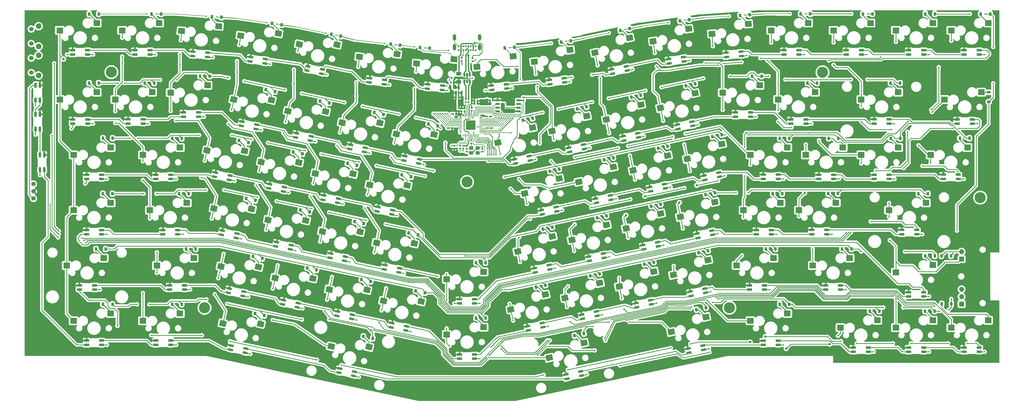
<source format=gbr>
%TF.GenerationSoftware,KiCad,Pcbnew,7.0.10*%
%TF.CreationDate,2024-01-30T23:36:57+01:00*%
%TF.ProjectId,middle,6d696464-6c65-42e6-9b69-6361645f7063,rev?*%
%TF.SameCoordinates,Original*%
%TF.FileFunction,Copper,L2,Bot*%
%TF.FilePolarity,Positive*%
%FSLAX46Y46*%
G04 Gerber Fmt 4.6, Leading zero omitted, Abs format (unit mm)*
G04 Created by KiCad (PCBNEW 7.0.10) date 2024-01-30 23:36:57*
%MOMM*%
%LPD*%
G01*
G04 APERTURE LIST*
G04 Aperture macros list*
%AMRoundRect*
0 Rectangle with rounded corners*
0 $1 Rounding radius*
0 $2 $3 $4 $5 $6 $7 $8 $9 X,Y pos of 4 corners*
0 Add a 4 corners polygon primitive as box body*
4,1,4,$2,$3,$4,$5,$6,$7,$8,$9,$2,$3,0*
0 Add four circle primitives for the rounded corners*
1,1,$1+$1,$2,$3*
1,1,$1+$1,$4,$5*
1,1,$1+$1,$6,$7*
1,1,$1+$1,$8,$9*
0 Add four rect primitives between the rounded corners*
20,1,$1+$1,$2,$3,$4,$5,0*
20,1,$1+$1,$4,$5,$6,$7,0*
20,1,$1+$1,$6,$7,$8,$9,0*
20,1,$1+$1,$8,$9,$2,$3,0*%
%AMRotRect*
0 Rectangle, with rotation*
0 The origin of the aperture is its center*
0 $1 length*
0 $2 width*
0 $3 Rotation angle, in degrees counterclockwise*
0 Add horizontal line*
21,1,$1,$2,0,0,$3*%
G04 Aperture macros list end*
%TA.AperFunction,SMDPad,CuDef*%
%ADD10R,2.300000X2.000000*%
%TD*%
%TA.AperFunction,SMDPad,CuDef*%
%ADD11R,1.700000X0.820000*%
%TD*%
%TA.AperFunction,SMDPad,CuDef*%
%ADD12RoundRect,0.205000X-0.645000X-0.205000X0.645000X-0.205000X0.645000X0.205000X-0.645000X0.205000X0*%
%TD*%
%TA.AperFunction,SMDPad,CuDef*%
%ADD13RotRect,1.700000X0.820000X12.000000*%
%TD*%
%TA.AperFunction,SMDPad,CuDef*%
%ADD14RoundRect,0.205000X-0.588283X-0.334623X0.673527X-0.066417X0.588283X0.334623X-0.673527X0.066417X0*%
%TD*%
%TA.AperFunction,SMDPad,CuDef*%
%ADD15RotRect,1.700000X0.820000X352.000000*%
%TD*%
%TA.AperFunction,SMDPad,CuDef*%
%ADD16RoundRect,0.205000X-0.667253X-0.113238X0.610192X-0.292772X0.667253X0.113238X-0.610192X0.292772X0*%
%TD*%
%TA.AperFunction,SMDPad,CuDef*%
%ADD17RotRect,1.700000X0.820000X8.000000*%
%TD*%
%TA.AperFunction,SMDPad,CuDef*%
%ADD18RoundRect,0.205000X-0.610192X-0.292772X0.667253X-0.113238X0.610192X0.292772X-0.667253X0.113238X0*%
%TD*%
%TA.AperFunction,SMDPad,CuDef*%
%ADD19RotRect,1.700000X0.820000X348.000000*%
%TD*%
%TA.AperFunction,SMDPad,CuDef*%
%ADD20RoundRect,0.205000X-0.673527X-0.066417X0.588283X-0.334623X0.673527X0.066417X-0.588283X0.334623X0*%
%TD*%
%TA.AperFunction,SMDPad,CuDef*%
%ADD21RotRect,1.700000X0.820000X353.000000*%
%TD*%
%TA.AperFunction,SMDPad,CuDef*%
%ADD22RoundRect,0.205000X-0.665175X-0.124866X0.615209X-0.282078X0.665175X0.124866X-0.615209X0.282078X0*%
%TD*%
%TA.AperFunction,SMDPad,CuDef*%
%ADD23RotRect,2.300000X2.000000X168.000000*%
%TD*%
%TA.AperFunction,SMDPad,CuDef*%
%ADD24RotRect,2.300000X2.000000X192.000000*%
%TD*%
%TA.AperFunction,SMDPad,CuDef*%
%ADD25RotRect,1.700000X0.820000X4.000000*%
%TD*%
%TA.AperFunction,SMDPad,CuDef*%
%ADD26RoundRect,0.205000X-0.629129X-0.249494X0.657729X-0.159508X0.629129X0.249494X-0.657729X0.159508X0*%
%TD*%
%TA.AperFunction,SMDPad,CuDef*%
%ADD27RotRect,2.300000X2.000000X176.000000*%
%TD*%
%TA.AperFunction,ComponentPad*%
%ADD28C,3.800000*%
%TD*%
%TA.AperFunction,ComponentPad*%
%ADD29C,1.524000*%
%TD*%
%TA.AperFunction,ComponentPad*%
%ADD30C,1.900000*%
%TD*%
%TA.AperFunction,SMDPad,CuDef*%
%ADD31RotRect,2.300000X2.000000X184.000000*%
%TD*%
%TA.AperFunction,SMDPad,CuDef*%
%ADD32RotRect,2.300000X2.000000X172.000000*%
%TD*%
%TA.AperFunction,SMDPad,CuDef*%
%ADD33RotRect,2.300000X2.000000X188.000000*%
%TD*%
%TA.AperFunction,SMDPad,CuDef*%
%ADD34RotRect,2.300000X2.000000X173.000000*%
%TD*%
%TA.AperFunction,SMDPad,CuDef*%
%ADD35RotRect,2.300000X2.000000X187.000000*%
%TD*%
%TA.AperFunction,SMDPad,CuDef*%
%ADD36RotRect,1.700000X0.820000X7.000000*%
%TD*%
%TA.AperFunction,SMDPad,CuDef*%
%ADD37RoundRect,0.205000X-0.615209X-0.282078X0.665175X-0.124866X0.615209X0.282078X-0.665175X0.124866X0*%
%TD*%
%TA.AperFunction,SMDPad,CuDef*%
%ADD38R,0.820000X1.700000*%
%TD*%
%TA.AperFunction,SMDPad,CuDef*%
%ADD39RoundRect,0.205000X-0.205000X0.645000X-0.205000X-0.645000X0.205000X-0.645000X0.205000X0.645000X0*%
%TD*%
%TA.AperFunction,SMDPad,CuDef*%
%ADD40RotRect,2.300000X2.000000X175.000000*%
%TD*%
%TA.AperFunction,SMDPad,CuDef*%
%ADD41RotRect,1.700000X0.820000X5.000000*%
%TD*%
%TA.AperFunction,SMDPad,CuDef*%
%ADD42RoundRect,0.205000X-0.624679X-0.260435X0.660413X-0.148004X0.624679X0.260435X-0.660413X0.148004X0*%
%TD*%
%TA.AperFunction,SMDPad,CuDef*%
%ADD43RotRect,2.300000X2.000000X185.000000*%
%TD*%
%TA.AperFunction,SMDPad,CuDef*%
%ADD44RotRect,1.700000X0.820000X356.000000*%
%TD*%
%TA.AperFunction,SMDPad,CuDef*%
%ADD45RoundRect,0.205000X-0.657729X-0.159508X0.629129X-0.249494X0.657729X0.159508X-0.629129X0.249494X0*%
%TD*%
%TA.AperFunction,SMDPad,CuDef*%
%ADD46RotRect,1.700000X0.820000X355.000000*%
%TD*%
%TA.AperFunction,SMDPad,CuDef*%
%ADD47RoundRect,0.205000X-0.660413X-0.148004X0.624679X-0.260435X0.660413X0.148004X-0.624679X0.260435X0*%
%TD*%
%TA.AperFunction,ComponentPad*%
%ADD48R,1.700000X1.700000*%
%TD*%
%TA.AperFunction,ComponentPad*%
%ADD49O,1.700000X1.700000*%
%TD*%
%TA.AperFunction,SMDPad,CuDef*%
%ADD50RoundRect,0.225000X0.225000X0.375000X-0.225000X0.375000X-0.225000X-0.375000X0.225000X-0.375000X0*%
%TD*%
%TA.AperFunction,SMDPad,CuDef*%
%ADD51RoundRect,0.225000X0.142116X0.413585X-0.298050X0.320025X-0.142116X-0.413585X0.298050X-0.320025X0*%
%TD*%
%TA.AperFunction,SMDPad,CuDef*%
%ADD52RoundRect,0.225000X0.375000X-0.225000X0.375000X0.225000X-0.375000X0.225000X-0.375000X-0.225000X0*%
%TD*%
%TA.AperFunction,SMDPad,CuDef*%
%ADD53RoundRect,0.225000X0.298050X0.320025X-0.142116X0.413585X-0.298050X-0.320025X0.142116X-0.413585X0*%
%TD*%
%TA.AperFunction,SMDPad,CuDef*%
%ADD54RoundRect,0.150000X0.150000X-0.587500X0.150000X0.587500X-0.150000X0.587500X-0.150000X-0.587500X0*%
%TD*%
%TA.AperFunction,SMDPad,CuDef*%
%ADD55RoundRect,0.140000X0.170000X-0.140000X0.170000X0.140000X-0.170000X0.140000X-0.170000X-0.140000X0*%
%TD*%
%TA.AperFunction,SMDPad,CuDef*%
%ADD56RoundRect,0.140000X-0.140000X-0.170000X0.140000X-0.170000X0.140000X0.170000X-0.140000X0.170000X0*%
%TD*%
%TA.AperFunction,SMDPad,CuDef*%
%ADD57RoundRect,0.135000X-0.185000X0.135000X-0.185000X-0.135000X0.185000X-0.135000X0.185000X0.135000X0*%
%TD*%
%TA.AperFunction,SMDPad,CuDef*%
%ADD58RoundRect,0.250000X-0.625000X0.375000X-0.625000X-0.375000X0.625000X-0.375000X0.625000X0.375000X0*%
%TD*%
%TA.AperFunction,SMDPad,CuDef*%
%ADD59RoundRect,0.135000X0.185000X-0.135000X0.185000X0.135000X-0.185000X0.135000X-0.185000X-0.135000X0*%
%TD*%
%TA.AperFunction,SMDPad,CuDef*%
%ADD60RoundRect,0.225000X0.250611X0.358391X-0.198293X0.389782X-0.250611X-0.358391X0.198293X-0.389782X0*%
%TD*%
%TA.AperFunction,SMDPad,CuDef*%
%ADD61RoundRect,0.140000X-0.170000X0.140000X-0.170000X-0.140000X0.170000X-0.140000X0.170000X0.140000X0*%
%TD*%
%TA.AperFunction,SMDPad,CuDef*%
%ADD62RoundRect,0.150000X0.150000X-0.512500X0.150000X0.512500X-0.150000X0.512500X-0.150000X-0.512500X0*%
%TD*%
%TA.AperFunction,SMDPad,CuDef*%
%ADD63RoundRect,0.140000X0.140000X0.170000X-0.140000X0.170000X-0.140000X-0.170000X0.140000X-0.170000X0*%
%TD*%
%TA.AperFunction,SMDPad,CuDef*%
%ADD64RoundRect,0.225000X0.256827X0.353963X-0.191460X0.393183X-0.256827X-0.353963X0.191460X-0.393183X0*%
%TD*%
%TA.AperFunction,SMDPad,CuDef*%
%ADD65RoundRect,0.225000X0.269024X0.344784X-0.177622X0.399625X-0.269024X-0.344784X0.177622X-0.399625X0*%
%TD*%
%TA.AperFunction,SMDPad,CuDef*%
%ADD66RoundRect,0.225000X0.170620X0.402664X-0.275000X0.340037X-0.170620X-0.402664X0.275000X-0.340037X0*%
%TD*%
%TA.AperFunction,SMDPad,CuDef*%
%ADD67RoundRect,0.050000X0.387500X0.050000X-0.387500X0.050000X-0.387500X-0.050000X0.387500X-0.050000X0*%
%TD*%
%TA.AperFunction,SMDPad,CuDef*%
%ADD68RoundRect,0.050000X0.050000X0.387500X-0.050000X0.387500X-0.050000X-0.387500X0.050000X-0.387500X0*%
%TD*%
%TA.AperFunction,ComponentPad*%
%ADD69C,0.600000*%
%TD*%
%TA.AperFunction,SMDPad,CuDef*%
%ADD70RoundRect,0.144000X1.456000X1.456000X-1.456000X1.456000X-1.456000X-1.456000X1.456000X-1.456000X0*%
%TD*%
%TA.AperFunction,SMDPad,CuDef*%
%ADD71RoundRect,0.225000X0.198293X0.389782X-0.250611X0.358391X-0.198293X-0.389782X0.250611X-0.358391X0*%
%TD*%
%TA.AperFunction,SMDPad,CuDef*%
%ADD72R,1.400000X1.200000*%
%TD*%
%TA.AperFunction,SMDPad,CuDef*%
%ADD73RoundRect,0.150000X0.650000X0.150000X-0.650000X0.150000X-0.650000X-0.150000X0.650000X-0.150000X0*%
%TD*%
%TA.AperFunction,SMDPad,CuDef*%
%ADD74RoundRect,0.225000X0.275000X0.340037X-0.170620X0.402664X-0.275000X-0.340037X0.170620X-0.402664X0*%
%TD*%
%TA.AperFunction,SMDPad,CuDef*%
%ADD75RoundRect,0.225000X0.191460X0.393183X-0.256827X0.353963X-0.191460X-0.393183X0.256827X-0.353963X0*%
%TD*%
%TA.AperFunction,SMDPad,CuDef*%
%ADD76RoundRect,0.225000X0.177622X0.399625X-0.269024X0.344784X-0.177622X-0.399625X0.269024X-0.344784X0*%
%TD*%
%TA.AperFunction,ComponentPad*%
%ADD77C,0.650000*%
%TD*%
%TA.AperFunction,ComponentPad*%
%ADD78O,1.108000X2.216000*%
%TD*%
%TA.AperFunction,ViaPad*%
%ADD79C,0.500000*%
%TD*%
%TA.AperFunction,ViaPad*%
%ADD80C,0.800000*%
%TD*%
%TA.AperFunction,Conductor*%
%ADD81C,0.350000*%
%TD*%
%TA.AperFunction,Conductor*%
%ADD82C,0.200000*%
%TD*%
%TA.AperFunction,Conductor*%
%ADD83C,0.400000*%
%TD*%
%TA.AperFunction,Conductor*%
%ADD84C,0.250000*%
%TD*%
G04 APERTURE END LIST*
D10*
%TO.P,KD1,1,1*%
%TO.N,col01*%
X185482585Y-190702303D03*
%TO.P,KD1,2,2*%
%TO.N,Net-(DD1-A)*%
X198182585Y-188162303D03*
%TD*%
D11*
%TO.P,RGBF7,1,VCC*%
%TO.N,+3V3*%
X427295000Y-238015000D03*
%TO.P,RGBF7,2,DOUT*%
%TO.N,/IN_F6*%
X427295000Y-239515000D03*
D12*
%TO.P,RGBF7,3,GND*%
%TO.N,GND*%
X432395000Y-239515000D03*
D11*
%TO.P,RGBF7,4,DIN*%
%TO.N,/IN_F7*%
X432395000Y-238015000D03*
%TD*%
D10*
%TO.P,KB11,1,1*%
%TO.N,col11*%
X382363485Y-150221003D03*
%TO.P,KB11,2,2*%
%TO.N,Net-(DB11-A)*%
X395063485Y-147681003D03*
%TD*%
D13*
%TO.P,RGBE8,1,VCC*%
%TO.N,+3V3*%
X333924790Y-226701564D03*
%TO.P,RGBE8,2,DOUT*%
%TO.N,/IN_E7*%
X334236657Y-228168786D03*
D14*
%TO.P,RGBE8,3,GND*%
%TO.N,GND*%
X339225210Y-227108436D03*
D13*
%TO.P,RGBE8,4,DIN*%
%TO.N,/IN_E8*%
X338913343Y-225641214D03*
%TD*%
D15*
%TO.P,RGBA3,1,VCC*%
%TO.N,+3V3*%
X220129863Y-137968852D03*
%TO.P,RGBA3,2,DOUT*%
%TO.N,/IN_A2*%
X219921104Y-139454254D03*
D16*
%TO.P,RGBA3,3,GND*%
%TO.N,GND*%
X224971471Y-140164036D03*
D15*
%TO.P,RGBA3,4,DIN*%
%TO.N,/IN_A3*%
X225180230Y-138678634D03*
%TD*%
D13*
%TO.P,RGBC6,1,VCC*%
%TO.N,+3V3*%
X320056447Y-190695350D03*
%TO.P,RGBC6,2,DOUT*%
%TO.N,/IN_C5*%
X320368314Y-192162572D03*
D14*
%TO.P,RGBC6,3,GND*%
%TO.N,GND*%
X325356867Y-191102222D03*
D13*
%TO.P,RGBC6,4,DIN*%
%TO.N,/IN_C6*%
X325045000Y-189635000D03*
%TD*%
D11*
%TO.P,RGBF1,1,VCC*%
%TO.N,+3V3*%
X187555000Y-235625000D03*
%TO.P,RGBF1,2,DOUT*%
%TO.N,/IN_F0*%
X187555000Y-237125000D03*
D12*
%TO.P,RGBF1,3,GND*%
%TO.N,GND*%
X192655000Y-237125000D03*
D11*
%TO.P,RGBF1,4,DIN*%
%TO.N,/IN_F1*%
X192655000Y-235625000D03*
%TD*%
D10*
%TO.P,KD11,1,1*%
%TO.N,col11*%
X389507285Y-190702303D03*
%TO.P,KD11,2,2*%
%TO.N,Net-(DD11-A)*%
X402207285Y-188162303D03*
%TD*%
D11*
%TO.P,RGBD11,1,VCC*%
%TO.N,+3V3*%
X393955000Y-197535000D03*
%TO.P,RGBD11,2,DOUT*%
%TO.N,/IN_D10*%
X393955000Y-199035000D03*
D12*
%TO.P,RGBD11,3,GND*%
%TO.N,GND*%
X399055000Y-199035000D03*
D11*
%TO.P,RGBD11,4,DIN*%
%TO.N,/IN_D11*%
X399055000Y-197535000D03*
%TD*%
D17*
%TO.P,RGBA10,1,VCC*%
%TO.N,+3V3*%
X363815437Y-138677190D03*
%TO.P,RGBA10,2,DOUT*%
%TO.N,/IN_A9*%
X364024196Y-140162592D03*
D18*
%TO.P,RGBA10,3,GND*%
%TO.N,GND*%
X369074563Y-139452810D03*
D17*
%TO.P,RGBA10,4,DIN*%
%TO.N,/IN_A10*%
X368865804Y-137967408D03*
%TD*%
D10*
%TO.P,KC12,1,1*%
%TO.N,col12*%
X429988485Y-171652303D03*
%TO.P,KC12,2,2*%
%TO.N,Net-(DC12-A)*%
X442688485Y-169112303D03*
%TD*%
D19*
%TO.P,RGBF3,1,VCC*%
%TO.N,+3V3*%
X250776447Y-245254650D03*
%TO.P,RGBF3,2,DOUT*%
%TO.N,/IN_F2*%
X250464580Y-246721872D03*
D20*
%TO.P,RGBF3,3,GND*%
%TO.N,GND*%
X255453133Y-247782222D03*
D19*
%TO.P,RGBF3,4,DIN*%
%TO.N,/IN_F3*%
X255765000Y-246315000D03*
%TD*%
D21*
%TO.P,RGBA5,1,VCC*%
%TO.N,+3V3*%
X261095409Y-145219824D03*
%TO.P,RGBA5,2,DOUT*%
%TO.N,/IN_A4*%
X260912605Y-146708643D03*
D22*
%TO.P,RGBA5,3,GND*%
%TO.N,GND*%
X265974591Y-147330176D03*
D21*
%TO.P,RGBA5,4,DIN*%
%TO.N,/IN_A5*%
X266157395Y-145841357D03*
%TD*%
D23*
%TO.P,KC4,1,1*%
%TO.N,col04*%
X242380261Y-178065715D03*
%TO.P,KC4,2,2*%
%TO.N,Net-(DC4-A)*%
X255330831Y-178221699D03*
%TD*%
D24*
%TO.P,KB10,1,1*%
%TO.N,col10*%
X360989354Y-155533561D03*
%TO.P,KB10,2,2*%
%TO.N,Net-(DB10-A)*%
X372883733Y-150408588D03*
%TD*%
D23*
%TO.P,KE3,1,1*%
%TO.N,col03*%
X228509061Y-214068415D03*
%TO.P,KE3,2,2*%
%TO.N,Net-(DE3-A)*%
X241459631Y-214224399D03*
%TD*%
D11*
%TO.P,RGBF10,1,VCC*%
%TO.N,+3V3*%
X446345000Y-135615000D03*
%TO.P,RGBF10,2,DOUT*%
%TO.N,/IN_A13*%
X446345000Y-137115000D03*
D12*
%TO.P,RGBF10,3,GND*%
%TO.N,GND*%
X451445000Y-137115000D03*
D11*
%TO.P,RGBF10,4,DIN*%
%TO.N,/IN_F10*%
X451445000Y-135615000D03*
%TD*%
D25*
%TO.P,RGBA11,1,VCC*%
%TO.N,+3V3*%
X383598894Y-136474706D03*
%TO.P,RGBA11,2,DOUT*%
%TO.N,/IN_A10*%
X383703529Y-137971052D03*
D26*
%TO.P,RGBA11,3,GND*%
%TO.N,GND*%
X388791106Y-137615294D03*
D25*
%TO.P,RGBA11,4,DIN*%
%TO.N,/IN_A11*%
X388686471Y-136118948D03*
%TD*%
D13*
%TO.P,RGBB8,1,VCC*%
%TO.N,+3V3*%
X329496447Y-169205350D03*
%TO.P,RGBB8,2,DOUT*%
%TO.N,/IN_B7*%
X329808314Y-170672572D03*
D14*
%TO.P,RGBB8,3,GND*%
%TO.N,GND*%
X334796867Y-169612222D03*
D13*
%TO.P,RGBB8,4,DIN*%
%TO.N,/IN_B8*%
X334485000Y-168145000D03*
%TD*%
D24*
%TO.P,KB9,1,1*%
%TO.N,col09*%
X342355654Y-159494261D03*
%TO.P,KB9,2,2*%
%TO.N,Net-(DB9-A)*%
X354250033Y-154369288D03*
%TD*%
D13*
%TO.P,RGBA9,1,VCC*%
%TO.N,+3V3*%
X344236447Y-142225349D03*
%TO.P,RGBA9,2,DOUT*%
%TO.N,/IN_A8*%
X344548314Y-143692571D03*
D14*
%TO.P,RGBA9,3,GND*%
%TO.N,GND*%
X349536867Y-142632221D03*
D13*
%TO.P,RGBA9,4,DIN*%
%TO.N,/IN_A9*%
X349225000Y-141164999D03*
%TD*%
D10*
%TO.P,KC1,1,1*%
%TO.N,col01*%
X183101285Y-171652303D03*
%TO.P,KC1,2,2*%
%TO.N,Net-(DC1-A)*%
X195801285Y-169112303D03*
%TD*%
D27*
%TO.P,KA2,1,1*%
%TO.N,col02*%
X196345776Y-128995420D03*
%TO.P,KA2,2,2*%
%TO.N,Net-(DA2-A)*%
X209192020Y-127347515D03*
%TD*%
D10*
%TO.P,KF8,1,1*%
%TO.N,col08*%
X441894785Y-231183503D03*
%TO.P,KF8,2,2*%
%TO.N,Net-(DF8-A)*%
X454594785Y-228643503D03*
%TD*%
D11*
%TO.P,RGBB13,1,VCC*%
%TO.N,+3V3*%
X434445000Y-159425000D03*
%TO.P,RGBB13,2,DOUT*%
%TO.N,/IN_B12*%
X434445000Y-160925000D03*
D12*
%TO.P,RGBB13,3,GND*%
%TO.N,GND*%
X439545000Y-160925000D03*
D11*
%TO.P,RGBB13,4,DIN*%
%TO.N,/IN_B13*%
X439545000Y-159425000D03*
%TD*%
D24*
%TO.P,KA9,1,1*%
%TO.N,col09*%
X338458354Y-136470161D03*
%TO.P,KA9,2,2*%
%TO.N,Net-(DA9-A)*%
X350352733Y-131345188D03*
%TD*%
D10*
%TO.P,KA12,1,1*%
%TO.N,col12*%
X399032285Y-128789803D03*
%TO.P,KA12,2,2*%
%TO.N,Net-(DA12-A)*%
X411732285Y-126249803D03*
%TD*%
D24*
%TO.P,KE8,1,1*%
%TO.N,col08*%
X328152954Y-220939961D03*
%TO.P,KE8,2,2*%
%TO.N,Net-(DE8-A)*%
X340047333Y-215814988D03*
%TD*%
D10*
%TO.P,KF0,1,1*%
%TO.N,col00*%
X159288835Y-228802303D03*
%TO.P,KF0,2,2*%
%TO.N,Net-(DF0-A)*%
X171988835Y-226262303D03*
%TD*%
%TO.P,KD13,1,1*%
%TO.N,col13*%
X439513535Y-190702303D03*
%TO.P,KD13,2,2*%
%TO.N,Net-(DD13-A)*%
X452213535Y-188162303D03*
%TD*%
D13*
%TO.P,RGBB10,1,VCC*%
%TO.N,+3V3*%
X366766447Y-161285350D03*
%TO.P,RGBB10,2,DOUT*%
%TO.N,/IN_B9*%
X367078314Y-162752572D03*
D14*
%TO.P,RGBB10,3,GND*%
%TO.N,GND*%
X372066867Y-161692222D03*
D13*
%TO.P,RGBB10,4,DIN*%
%TO.N,/IN_B10*%
X371755000Y-160225000D03*
%TD*%
D10*
%TO.P,KC11,1,1*%
%TO.N,col11*%
X410938485Y-171652303D03*
%TO.P,KC11,2,2*%
%TO.N,Net-(DC11-A)*%
X423638485Y-169112303D03*
%TD*%
D11*
%TO.P,RGBC1,1,VCC*%
%TO.N,+3V3*%
X187555000Y-178485000D03*
%TO.P,RGBC1,2,DOUT*%
%TO.N,/IN_C0*%
X187555000Y-179985000D03*
D12*
%TO.P,RGBC1,3,GND*%
%TO.N,GND*%
X192655000Y-179985000D03*
D11*
%TO.P,RGBC1,4,DIN*%
%TO.N,/IN_C1*%
X192655000Y-178485000D03*
%TD*%
D28*
%TO.P,MountTopMiddle6,1*%
%TO.N,N/C*%
X470866285Y-186384803D03*
%TD*%
D29*
%TO.P,RSW2,1,1*%
%TO.N,~{RESET}*%
X144730000Y-133340000D03*
%TO.P,RSW2,2,2*%
%TO.N,GND*%
X144730000Y-128340000D03*
D30*
%TO.P,RSW2,3*%
%TO.N,N/C*%
X147230000Y-134340000D03*
X147230000Y-127340000D03*
%TD*%
D31*
%TO.P,KA11,1,1*%
%TO.N,col11*%
X378678093Y-129972050D03*
%TO.P,KA11,2,2*%
%TO.N,Net-(DA11-A)*%
X391169975Y-126552330D03*
%TD*%
D24*
%TO.P,KD9,1,1*%
%TO.N,col09*%
X349167854Y-196997461D03*
%TO.P,KD9,2,2*%
%TO.N,Net-(DD9-A)*%
X361062233Y-191872488D03*
%TD*%
D10*
%TO.P,KA13,1,1*%
%TO.N,col13*%
X420463485Y-128789803D03*
%TO.P,KA13,2,2*%
%TO.N,Net-(DA13-A)*%
X433163485Y-126249803D03*
%TD*%
D23*
%TO.P,KD4,1,1*%
%TO.N,col04*%
X244761561Y-198047415D03*
%TO.P,KD4,2,2*%
%TO.N,Net-(DD4-A)*%
X257712131Y-198203399D03*
%TD*%
D32*
%TO.P,KA3,1,1*%
%TO.N,col03*%
X216671255Y-130587927D03*
%TO.P,KA3,2,2*%
%TO.N,Net-(DA3-A)*%
X229601159Y-129840144D03*
%TD*%
D24*
%TO.P,KF4,1,1*%
%TO.N,col04*%
X322796824Y-241554012D03*
%TO.P,KF4,2,2*%
%TO.N,Net-(DF4-A)*%
X334691203Y-236429039D03*
%TD*%
D11*
%TO.P,RGBD12,1,VCC*%
%TO.N,+3V3*%
X413005000Y-197515000D03*
%TO.P,RGBD12,2,DOUT*%
%TO.N,/IN_D11*%
X413005000Y-199015000D03*
D12*
%TO.P,RGBD12,3,GND*%
%TO.N,GND*%
X418105000Y-199015000D03*
D11*
%TO.P,RGBD12,4,DIN*%
%TO.N,/IN_D12*%
X418105000Y-197515000D03*
%TD*%
%TO.P,RGBB1,1,VCC*%
%TO.N,+3V3*%
X178025000Y-159415000D03*
%TO.P,RGBB1,2,DOUT*%
%TO.N,/IN_B0*%
X178025000Y-160915000D03*
D12*
%TO.P,RGBB1,3,GND*%
%TO.N,GND*%
X183125000Y-160915000D03*
D11*
%TO.P,RGBB1,4,DIN*%
%TO.N,/IN_B1*%
X183125000Y-159415000D03*
%TD*%
D10*
%TO.P,KF10,1,1*%
%TO.N,col10*%
X441894785Y-128789803D03*
%TO.P,KF10,2,2*%
%TO.N,Net-(DF10-A)*%
X454594785Y-126249803D03*
%TD*%
%TO.P,KB2,1,1*%
%TO.N,col02*%
X192626285Y-150221003D03*
%TO.P,KB2,2,2*%
%TO.N,Net-(DB2-A)*%
X205326285Y-147681003D03*
%TD*%
D33*
%TO.P,KA10,1,1*%
%TO.N,col10*%
X358454769Y-132536303D03*
%TO.P,KA10,2,2*%
%TO.N,Net-(DA10-A)*%
X370677674Y-128253523D03*
%TD*%
D11*
%TO.P,RGBB0,1,VCC*%
%TO.N,+3V3*%
X158975000Y-159435000D03*
%TO.P,RGBB0,2,DOUT*%
%TO.N,/IN_C13*%
X158975000Y-160935000D03*
D12*
%TO.P,RGBB0,3,GND*%
%TO.N,GND*%
X164075000Y-160935000D03*
D11*
%TO.P,RGBB0,4,DIN*%
%TO.N,/IN_B0*%
X164075000Y-159435000D03*
%TD*%
D10*
%TO.P,KB0,1,1*%
%TO.N,col00*%
X154526285Y-152602303D03*
%TO.P,KB0,2,2*%
%TO.N,Net-(DB0-A)*%
X167226285Y-150062303D03*
%TD*%
D23*
%TO.P,KB6,1,1*%
%TO.N,col06*%
X270207461Y-164504915D03*
%TO.P,KB6,2,2*%
%TO.N,Net-(DB6-A)*%
X283158031Y-164660899D03*
%TD*%
D28*
%TO.P,MountTopMiddle4,1*%
%TO.N,N/C*%
X384676285Y-224324803D03*
%TD*%
D34*
%TO.P,KA5,1,1*%
%TO.N,col05*%
X257519181Y-137902856D03*
%TO.P,KA5,2,2*%
%TO.N,Net-(DA5-A)*%
X270434066Y-136929530D03*
%TD*%
D19*
%TO.P,RGBD4,1,VCC*%
%TO.N,+3V3*%
X247696447Y-205644650D03*
%TO.P,RGBD4,2,DOUT*%
%TO.N,/IN_D3*%
X247384580Y-207111872D03*
D20*
%TO.P,RGBD4,3,GND*%
%TO.N,GND*%
X252373133Y-208172222D03*
D19*
%TO.P,RGBD4,4,DIN*%
%TO.N,/IN_D4*%
X252685000Y-206705000D03*
%TD*%
D23*
%TO.P,KB4,1,1*%
%TO.N,col04*%
X232940061Y-156583515D03*
%TO.P,KB4,2,2*%
%TO.N,Net-(DB4-A)*%
X245890631Y-156739499D03*
%TD*%
D10*
%TO.P,KE6,1,1*%
%TO.N,col06*%
X287494885Y-233564803D03*
%TO.P,KE6,2,2*%
%TO.N,Net-(DE6-A)*%
X300194885Y-231024803D03*
%TD*%
D24*
%TO.P,KC7,1,1*%
%TO.N,col07*%
X332915454Y-180976461D03*
%TO.P,KC7,2,2*%
%TO.N,Net-(DC7-A)*%
X344809833Y-175851488D03*
%TD*%
%TO.P,KC6,1,1*%
%TO.N,col06*%
X314281754Y-184937161D03*
%TO.P,KC6,2,2*%
%TO.N,Net-(DC6-A)*%
X326176133Y-179812188D03*
%TD*%
D19*
%TO.P,RGBE5,1,VCC*%
%TO.N,+3V3*%
X268706447Y-229604650D03*
%TO.P,RGBE5,2,DOUT*%
%TO.N,/IN_E4*%
X268394580Y-231071872D03*
D20*
%TO.P,RGBE5,3,GND*%
%TO.N,GND*%
X273383133Y-232132222D03*
D19*
%TO.P,RGBE5,4,DIN*%
%TO.N,/IN_E5*%
X273695000Y-230665000D03*
%TD*%
D10*
%TO.P,KE11,1,1*%
%TO.N,col11*%
X387125985Y-209752303D03*
%TO.P,KE11,2,2*%
%TO.N,Net-(DE11-A)*%
X399825985Y-207212303D03*
%TD*%
D11*
%TO.P,RGBF6,1,VCC*%
%TO.N,+3V3*%
X396345000Y-235635000D03*
%TO.P,RGBF6,2,DOUT*%
%TO.N,/IN_F5*%
X396345000Y-237135000D03*
D12*
%TO.P,RGBF6,3,GND*%
%TO.N,GND*%
X401445000Y-237135000D03*
D11*
%TO.P,RGBF6,4,DIN*%
%TO.N,/IN_F6*%
X401445000Y-235635000D03*
%TD*%
D35*
%TO.P,KA8,1,1*%
%TO.N,col08*%
X317574947Y-139609016D03*
%TO.P,KA8,2,2*%
%TO.N,Net-(DA8-A)*%
X329870735Y-135540208D03*
%TD*%
D13*
%TO.P,RGBD7,1,VCC*%
%TO.N,+3V3*%
X317676447Y-210675350D03*
%TO.P,RGBD7,2,DOUT*%
%TO.N,/IN_D6*%
X317988314Y-212142572D03*
D14*
%TO.P,RGBD7,3,GND*%
%TO.N,GND*%
X322976867Y-211082222D03*
D13*
%TO.P,RGBD7,4,DIN*%
%TO.N,/IN_D7*%
X322665000Y-209615000D03*
%TD*%
D19*
%TO.P,RGBB6,1,VCC*%
%TO.N,+3V3*%
X273136657Y-172111214D03*
%TO.P,RGBB6,2,DOUT*%
%TO.N,/IN_B5*%
X272824790Y-173578436D03*
D20*
%TO.P,RGBB6,3,GND*%
%TO.N,GND*%
X277813343Y-174638786D03*
D19*
%TO.P,RGBB6,4,DIN*%
%TO.N,/IN_B6*%
X278125210Y-173171564D03*
%TD*%
D23*
%TO.P,KE4,1,1*%
%TO.N,col04*%
X247142761Y-218029215D03*
%TO.P,KE4,2,2*%
%TO.N,Net-(DE4-A)*%
X260093331Y-218185199D03*
%TD*%
D10*
%TO.P,KF11,1,1*%
%TO.N,col11*%
X460944785Y-128789803D03*
%TO.P,KF11,2,2*%
%TO.N,Net-(DF11-A)*%
X473644785Y-126249803D03*
%TD*%
D23*
%TO.P,KC3,1,1*%
%TO.N,col03*%
X223746561Y-174105015D03*
%TO.P,KC3,2,2*%
%TO.N,Net-(DC3-A)*%
X236697131Y-174260999D03*
%TD*%
%TO.P,KB3,1,1*%
%TO.N,col03*%
X214306361Y-152622815D03*
%TO.P,KB3,2,2*%
%TO.N,Net-(DB3-A)*%
X227256931Y-152778799D03*
%TD*%
D11*
%TO.P,RGBF11,1,VCC*%
%TO.N,+3V3*%
X465395000Y-135625000D03*
%TO.P,RGBF11,2,DOUT*%
%TO.N,/IN_F10*%
X465395000Y-137125000D03*
D12*
%TO.P,RGBF11,3,GND*%
%TO.N,GND*%
X470495000Y-137125000D03*
D11*
%TO.P,RGBF11,4,DIN*%
%TO.N,RGB_Matrix*%
X470495000Y-135625000D03*
%TD*%
D24*
%TO.P,KD7,1,1*%
%TO.N,col07*%
X311900454Y-204918961D03*
%TO.P,KD7,2,2*%
%TO.N,Net-(DD7-A)*%
X323794833Y-199793988D03*
%TD*%
D28*
%TO.P,MountTopMiddle1,1*%
%TO.N,N/C*%
X172256285Y-143174803D03*
%TD*%
D11*
%TO.P,RGBF8,1,VCC*%
%TO.N,+3V3*%
X446345000Y-238005000D03*
%TO.P,RGBF8,2,DOUT*%
%TO.N,/IN_F7*%
X446345000Y-239505000D03*
D12*
%TO.P,RGBF8,3,GND*%
%TO.N,GND*%
X451445000Y-239505000D03*
D11*
%TO.P,RGBF8,4,DIN*%
%TO.N,/IN_F8*%
X451445000Y-238005000D03*
%TD*%
D19*
%TO.P,RGBE3,1,VCC*%
%TO.N,+3V3*%
X231436657Y-221671214D03*
%TO.P,RGBE3,2,DOUT*%
%TO.N,/IN_E2*%
X231124790Y-223138436D03*
D20*
%TO.P,RGBE3,3,GND*%
%TO.N,GND*%
X236113343Y-224198786D03*
D19*
%TO.P,RGBE3,4,DIN*%
%TO.N,/IN_E3*%
X236425210Y-222731564D03*
%TD*%
D11*
%TO.P,RGBD1,1,VCC*%
%TO.N,+3V3*%
X189935000Y-197535000D03*
%TO.P,RGBD1,2,DOUT*%
%TO.N,/IN_D0*%
X189935000Y-199035000D03*
D12*
%TO.P,RGBD1,3,GND*%
%TO.N,GND*%
X195035000Y-199035000D03*
D11*
%TO.P,RGBD1,4,DIN*%
%TO.N,/IN_D1*%
X195035000Y-197535000D03*
%TD*%
D13*
%TO.P,RGBF5,1,VCC*%
%TO.N,+3V3*%
X370496447Y-238395350D03*
%TO.P,RGBF5,2,DOUT*%
%TO.N,/IN_F4*%
X370808314Y-239862572D03*
D14*
%TO.P,RGBF5,3,GND*%
%TO.N,GND*%
X375796867Y-238802222D03*
D13*
%TO.P,RGBF5,4,DIN*%
%TO.N,/IN_F5*%
X375485000Y-237335000D03*
%TD*%
D11*
%TO.P,RGBB11,1,VCC*%
%TO.N,+3V3*%
X386815000Y-157055000D03*
%TO.P,RGBB11,2,DOUT*%
%TO.N,/IN_B10*%
X386815000Y-158555000D03*
D12*
%TO.P,RGBB11,3,GND*%
%TO.N,GND*%
X391915000Y-158555000D03*
D11*
%TO.P,RGBB11,4,DIN*%
%TO.N,/IN_B11*%
X391915000Y-157055000D03*
%TD*%
%TO.P,RGBE11,1,VCC*%
%TO.N,+3V3*%
X391575000Y-216585000D03*
%TO.P,RGBE11,2,DOUT*%
%TO.N,/IN_E10*%
X391575000Y-218085000D03*
D12*
%TO.P,RGBE11,3,GND*%
%TO.N,GND*%
X396675000Y-218085000D03*
D11*
%TO.P,RGBE11,4,DIN*%
%TO.N,/IN_E11*%
X396675000Y-216585000D03*
%TD*%
D29*
%TO.P,RSW1,1,1*%
%TO.N,GND*%
X144730000Y-143340003D03*
%TO.P,RSW1,2,2*%
%TO.N,/~{USB_BOOT}*%
X144730000Y-138340003D03*
D30*
%TO.P,RSW1,3*%
%TO.N,N/C*%
X147230000Y-144340003D03*
X147230000Y-137340003D03*
%TD*%
D13*
%TO.P,RGBB7,1,VCC*%
%TO.N,+3V3*%
X310866447Y-173175350D03*
%TO.P,RGBB7,2,DOUT*%
%TO.N,/IN_B6*%
X311178314Y-174642572D03*
D14*
%TO.P,RGBB7,3,GND*%
%TO.N,GND*%
X316166867Y-173582222D03*
D13*
%TO.P,RGBB7,4,DIN*%
%TO.N,/IN_B7*%
X315855000Y-172115000D03*
%TD*%
D23*
%TO.P,KD2,1,1*%
%TO.N,col02*%
X207494161Y-190126015D03*
%TO.P,KD2,2,2*%
%TO.N,Net-(DD2-A)*%
X220444731Y-190281999D03*
%TD*%
D10*
%TO.P,KD6,1,1*%
%TO.N,col06*%
X287494885Y-214514803D03*
%TO.P,KD6,2,2*%
%TO.N,Net-(DD6-A)*%
X300194885Y-211974803D03*
%TD*%
%TO.P,KF7,1,1*%
%TO.N,col07*%
X422844785Y-231183503D03*
%TO.P,KF7,2,2*%
%TO.N,Net-(DF7-A)*%
X435544785Y-228643503D03*
%TD*%
D11*
%TO.P,RGBE12,1,VCC*%
%TO.N,+3V3*%
X417775000Y-216585000D03*
%TO.P,RGBE12,2,DOUT*%
%TO.N,/IN_E11*%
X417775000Y-218085000D03*
D12*
%TO.P,RGBE12,3,GND*%
%TO.N,GND*%
X422875000Y-218085000D03*
D11*
%TO.P,RGBE12,4,DIN*%
%TO.N,/IN_E12*%
X422875000Y-216585000D03*
%TD*%
%TO.P,RGBA13,1,VCC*%
%TO.N,+3V3*%
X424915000Y-135615000D03*
%TO.P,RGBA13,2,DOUT*%
%TO.N,/IN_A12*%
X424915000Y-137115000D03*
D12*
%TO.P,RGBA13,3,GND*%
%TO.N,GND*%
X430015000Y-137115000D03*
D11*
%TO.P,RGBA13,4,DIN*%
%TO.N,/IN_A13*%
X430015000Y-135615000D03*
%TD*%
D13*
%TO.P,RGBB9,1,VCC*%
%TO.N,+3V3*%
X348134790Y-165251564D03*
%TO.P,RGBB9,2,DOUT*%
%TO.N,/IN_B8*%
X348446657Y-166718786D03*
D14*
%TO.P,RGBB9,3,GND*%
%TO.N,GND*%
X353435210Y-165658436D03*
D13*
%TO.P,RGBB9,4,DIN*%
%TO.N,/IN_B9*%
X353123343Y-164191214D03*
%TD*%
D11*
%TO.P,RGBE13,1,VCC*%
%TO.N,+3V3*%
X446345000Y-218965000D03*
%TO.P,RGBE13,2,DOUT*%
%TO.N,/IN_E12*%
X446345000Y-220465000D03*
D12*
%TO.P,RGBE13,3,GND*%
%TO.N,GND*%
X451445000Y-220465000D03*
D11*
%TO.P,RGBE13,4,DIN*%
%TO.N,/IN_E13*%
X451445000Y-218965000D03*
%TD*%
D23*
%TO.P,KC2,1,1*%
%TO.N,col02*%
X205112861Y-170144215D03*
%TO.P,KC2,2,2*%
%TO.N,Net-(DC2-A)*%
X218063431Y-170300199D03*
%TD*%
D28*
%TO.P,MountTopMiddle3,1*%
%TO.N,N/C*%
X294475000Y-181015000D03*
%TD*%
D10*
%TO.P,KE12,1,1*%
%TO.N,col12*%
X413319735Y-209752303D03*
%TO.P,KE12,2,2*%
%TO.N,Net-(DE12-A)*%
X426019735Y-207212303D03*
%TD*%
%TO.P,KC13,1,1*%
%TO.N,col13*%
X453800985Y-171652303D03*
%TO.P,KC13,2,2*%
%TO.N,/KC13_out*%
X466500985Y-169112303D03*
%TD*%
D11*
%TO.P,RGBC10,1,VCC*%
%TO.N,+3V3*%
X396335000Y-178475000D03*
%TO.P,RGBC10,2,DOUT*%
%TO.N,/IN_C9*%
X396335000Y-179975000D03*
D12*
%TO.P,RGBC10,3,GND*%
%TO.N,GND*%
X401435000Y-179975000D03*
D11*
%TO.P,RGBC10,4,DIN*%
%TO.N,/IN_C10*%
X401435000Y-178475000D03*
%TD*%
D13*
%TO.P,RGBF4,1,VCC*%
%TO.N,+3V3*%
X328566447Y-247305350D03*
%TO.P,RGBF4,2,DOUT*%
%TO.N,/IN_F3*%
X328878314Y-248772572D03*
D14*
%TO.P,RGBF4,3,GND*%
%TO.N,GND*%
X333866867Y-247712222D03*
D13*
%TO.P,RGBF4,4,DIN*%
%TO.N,/IN_F4*%
X333555000Y-246245000D03*
%TD*%
%TO.P,RGBD9,1,VCC*%
%TO.N,+3V3*%
X354936447Y-202745350D03*
%TO.P,RGBD9,2,DOUT*%
%TO.N,/IN_D8*%
X355248314Y-204212572D03*
D14*
%TO.P,RGBD9,3,GND*%
%TO.N,GND*%
X360236867Y-203152222D03*
D13*
%TO.P,RGBD9,4,DIN*%
%TO.N,/IN_D9*%
X359925000Y-201685000D03*
%TD*%
D23*
%TO.P,KE5,1,1*%
%TO.N,col05*%
X265776561Y-221989915D03*
%TO.P,KE5,2,2*%
%TO.N,Net-(DE5-A)*%
X278727131Y-222145899D03*
%TD*%
D11*
%TO.P,RGBC0,1,VCC*%
%TO.N,+3V3*%
X163735000Y-178485000D03*
%TO.P,RGBC0,2,DOUT*%
%TO.N,/IN_D13*%
X163735000Y-179985000D03*
D12*
%TO.P,RGBC0,3,GND*%
%TO.N,GND*%
X168835000Y-179985000D03*
D11*
%TO.P,RGBC0,4,DIN*%
%TO.N,/IN_C0*%
X168835000Y-178485000D03*
%TD*%
%TO.P,RGBC11,1,VCC*%
%TO.N,+3V3*%
X415395000Y-178485000D03*
%TO.P,RGBC11,2,DOUT*%
%TO.N,/IN_C10*%
X415395000Y-179985000D03*
D12*
%TO.P,RGBC11,3,GND*%
%TO.N,GND*%
X420495000Y-179985000D03*
D11*
%TO.P,RGBC11,4,DIN*%
%TO.N,/IN_C11*%
X420495000Y-178485000D03*
%TD*%
D36*
%TO.P,RGBA8,1,VCC*%
%TO.N,+3V3*%
X322822605Y-145841357D03*
%TO.P,RGBA8,2,DOUT*%
%TO.N,/IN_A7*%
X323005409Y-147330176D03*
D37*
%TO.P,RGBA8,3,GND*%
%TO.N,GND*%
X328067395Y-146708643D03*
D36*
%TO.P,RGBA8,4,DIN*%
%TO.N,/IN_A8*%
X327884591Y-145219824D03*
%TD*%
D23*
%TO.P,KC5,1,1*%
%TO.N,col05*%
X261014061Y-182026415D03*
%TO.P,KC5,2,2*%
%TO.N,Net-(DC5-A)*%
X273964631Y-182182399D03*
%TD*%
D24*
%TO.P,KC8,1,1*%
%TO.N,col08*%
X351549154Y-177015761D03*
%TO.P,KC8,2,2*%
%TO.N,Net-(DC8-A)*%
X363443533Y-171890788D03*
%TD*%
D23*
%TO.P,KA4,1,1*%
%TO.N,col04*%
X236837361Y-133559415D03*
%TO.P,KA4,2,2*%
%TO.N,Net-(DA4-A)*%
X249787931Y-133715399D03*
%TD*%
D38*
%TO.P,RGBI0,1,VCC*%
%TO.N,+3V3*%
X149190000Y-171682303D03*
%TO.P,RGBI0,2,DOUT*%
%TO.N,/IN_I1*%
X147690000Y-171682303D03*
D39*
%TO.P,RGBI0,3,GND*%
%TO.N,GND*%
X147690000Y-176782303D03*
D38*
%TO.P,RGBI0,4,DIN*%
%TO.N,/IN_I0*%
X149190000Y-176782303D03*
%TD*%
%TO.P,RGBI2,1,VCC*%
%TO.N,+3V3*%
X147690000Y-147710000D03*
%TO.P,RGBI2,2,DOUT*%
%TO.N,RGB_Out*%
X146190000Y-147710000D03*
D39*
%TO.P,RGBI2,3,GND*%
%TO.N,GND*%
X146190000Y-152810000D03*
D38*
%TO.P,RGBI2,4,DIN*%
%TO.N,/IN_I2*%
X147690000Y-152810000D03*
%TD*%
D11*
%TO.P,RGBA1,1,VCC*%
%TO.N,+3V3*%
X180405000Y-135615000D03*
%TO.P,RGBA1,2,DOUT*%
%TO.N,/IN_A0*%
X180405000Y-137115000D03*
D12*
%TO.P,RGBA1,3,GND*%
%TO.N,GND*%
X185505000Y-137115000D03*
D11*
%TO.P,RGBA1,4,DIN*%
%TO.N,/IN_A1*%
X185505000Y-135615000D03*
%TD*%
%TO.P,RGBC13,1,VCC*%
%TO.N,+3V3*%
X458255000Y-178475000D03*
%TO.P,RGBC13,2,DOUT*%
%TO.N,/IN_C12*%
X458255000Y-179975000D03*
D12*
%TO.P,RGBC13,3,GND*%
%TO.N,GND*%
X463355000Y-179975000D03*
D11*
%TO.P,RGBC13,4,DIN*%
%TO.N,/IN_C13*%
X463355000Y-178475000D03*
%TD*%
D13*
%TO.P,RGBD10,1,VCC*%
%TO.N,+3V3*%
X373576447Y-198785350D03*
%TO.P,RGBD10,2,DOUT*%
%TO.N,/IN_D9*%
X373888314Y-200252572D03*
D14*
%TO.P,RGBD10,3,GND*%
%TO.N,GND*%
X378876867Y-199192222D03*
D13*
%TO.P,RGBD10,4,DIN*%
%TO.N,/IN_D10*%
X378565000Y-197725000D03*
%TD*%
D10*
%TO.P,KD0,1,1*%
%TO.N,col00*%
X159288835Y-190702303D03*
%TO.P,KD0,2,2*%
%TO.N,Net-(DD0-A)*%
X171988835Y-188162303D03*
%TD*%
D40*
%TO.P,KA6,1,1*%
%TO.N,col06*%
X277177480Y-140162143D03*
%TO.P,KA6,2,2*%
%TO.N,Net-(DA6-A)*%
X290050528Y-138738687D03*
%TD*%
D11*
%TO.P,RGBF12,1,VCC*%
%TO.N,+3V3*%
X463015000Y-159435000D03*
%TO.P,RGBF12,2,DOUT*%
%TO.N,/IN_B13*%
X463015000Y-160935000D03*
D12*
%TO.P,RGBF12,3,GND*%
%TO.N,GND*%
X468115000Y-160935000D03*
D11*
%TO.P,RGBF12,4,DIN*%
%TO.N,/IN_F12*%
X468115000Y-159435000D03*
%TD*%
D10*
%TO.P,KD12,1,1*%
%TO.N,col12*%
X408557285Y-190702303D03*
%TO.P,KD12,2,2*%
%TO.N,/KD12_out*%
X421257285Y-188162303D03*
%TD*%
D41*
%TO.P,RGBA7,1,VCC*%
%TO.N,+3V3*%
X302894407Y-147799493D03*
%TO.P,RGBA7,2,DOUT*%
%TO.N,/IN_A6*%
X303025140Y-149293785D03*
D42*
%TO.P,RGBA7,3,GND*%
%TO.N,GND*%
X308105733Y-148849291D03*
D41*
%TO.P,RGBA7,4,DIN*%
%TO.N,/IN_A7*%
X307975000Y-147354999D03*
%TD*%
D10*
%TO.P,KB12,1,1*%
%TO.N,col12*%
X401413485Y-152602303D03*
%TO.P,KB12,2,2*%
%TO.N,Net-(DB12-A)*%
X414113485Y-150062303D03*
%TD*%
D23*
%TO.P,KF2,1,1*%
%TO.N,col02*%
X210573075Y-229731605D03*
%TO.P,KF2,2,2*%
%TO.N,Net-(DF2-A)*%
X223523645Y-229887588D03*
%TD*%
D29*
%TO.P,J3,1,Pin_1*%
%TO.N,RGB_Out*%
X145455004Y-186690001D03*
%TO.P,J3,2,Pin_2*%
%TO.N,+3V3*%
X145455004Y-184190001D03*
%TO.P,J3,3,Pin_3*%
%TO.N,GND*%
X145455004Y-181690001D03*
%TD*%
D10*
%TO.P,KA0,1,1*%
%TO.N,col00*%
X154526285Y-128789803D03*
%TO.P,KA0,2,2*%
%TO.N,Net-(DA0-A)*%
X167226285Y-126249803D03*
%TD*%
%TO.P,KF12,1,1*%
%TO.N,col12*%
X458563485Y-152602303D03*
%TO.P,KF12,2,2*%
%TO.N,Net-(DF12-A)*%
X471263485Y-150062303D03*
%TD*%
D13*
%TO.P,RGBE9,1,VCC*%
%TO.N,+3V3*%
X352554790Y-222731564D03*
%TO.P,RGBE9,2,DOUT*%
%TO.N,/IN_E8*%
X352866657Y-224198786D03*
D14*
%TO.P,RGBE9,3,GND*%
%TO.N,GND*%
X357855210Y-223138436D03*
D13*
%TO.P,RGBE9,4,DIN*%
%TO.N,/IN_E9*%
X357543343Y-221671214D03*
%TD*%
D24*
%TO.P,KB7,1,1*%
%TO.N,col07*%
X305088254Y-167415761D03*
%TO.P,KB7,2,2*%
%TO.N,Net-(DB7-A)*%
X316982633Y-162290788D03*
%TD*%
D10*
%TO.P,KE0,1,1*%
%TO.N,col00*%
X156907535Y-209752303D03*
%TO.P,KE0,2,2*%
%TO.N,/KE0_out*%
X169607535Y-207212303D03*
%TD*%
D24*
%TO.P,KB8,1,1*%
%TO.N,col08*%
X323721954Y-163454961D03*
%TO.P,KB8,2,2*%
%TO.N,Net-(DB8-A)*%
X335616333Y-158329988D03*
%TD*%
D11*
%TO.P,RGBE1,1,VCC*%
%TO.N,+3V3*%
X192325000Y-216585000D03*
%TO.P,RGBE1,2,DOUT*%
%TO.N,/IN_E0*%
X192325000Y-218085000D03*
D12*
%TO.P,RGBE1,3,GND*%
%TO.N,GND*%
X197425000Y-218085000D03*
D11*
%TO.P,RGBE1,4,DIN*%
%TO.N,/IN_E1*%
X197425000Y-216585000D03*
%TD*%
D24*
%TO.P,KC9,1,1*%
%TO.N,col09*%
X370182854Y-173055061D03*
%TO.P,KC9,2,2*%
%TO.N,Net-(DC9-A)*%
X382077233Y-167930088D03*
%TD*%
D19*
%TO.P,RGBC2,1,VCC*%
%TO.N,+3V3*%
X208046657Y-177751214D03*
%TO.P,RGBC2,2,DOUT*%
%TO.N,/IN_C1*%
X207734790Y-179218436D03*
D20*
%TO.P,RGBC2,3,GND*%
%TO.N,GND*%
X212723343Y-180278786D03*
D19*
%TO.P,RGBC2,4,DIN*%
%TO.N,/IN_C2*%
X213035210Y-178811564D03*
%TD*%
D10*
%TO.P,KB13,1,1*%
%TO.N,col13*%
X429988485Y-152602303D03*
%TO.P,KB13,2,2*%
%TO.N,Net-(DB13-A)*%
X442688485Y-150062303D03*
%TD*%
D23*
%TO.P,KB5,1,1*%
%TO.N,col05*%
X251573761Y-160544215D03*
%TO.P,KB5,2,2*%
%TO.N,Net-(DB5-A)*%
X264524331Y-160700199D03*
%TD*%
D10*
%TO.P,KE1,1,1*%
%TO.N,col01*%
X187863785Y-209752303D03*
%TO.P,KE1,2,2*%
%TO.N,Net-(DE1-A)*%
X200563785Y-207212303D03*
%TD*%
D19*
%TO.P,RGBC5,1,VCC*%
%TO.N,+3V3*%
X263946657Y-189631214D03*
%TO.P,RGBC5,2,DOUT*%
%TO.N,/IN_C4*%
X263634790Y-191098436D03*
D20*
%TO.P,RGBC5,3,GND*%
%TO.N,GND*%
X268623343Y-192158786D03*
D19*
%TO.P,RGBC5,4,DIN*%
%TO.N,/IN_C5*%
X268935210Y-190691564D03*
%TD*%
D10*
%TO.P,KC0,1,1*%
%TO.N,col00*%
X159288785Y-171652303D03*
%TO.P,KC0,2,2*%
%TO.N,Net-(DC0-A)*%
X171988785Y-169112303D03*
%TD*%
D43*
%TO.P,KA7,1,1*%
%TO.N,col07*%
X297865573Y-141382307D03*
%TO.P,KA7,2,2*%
%TO.N,Net-(DA7-A)*%
X310295870Y-137745094D03*
%TD*%
D13*
%TO.P,RGBD8,1,VCC*%
%TO.N,+3V3*%
X336304790Y-206711564D03*
%TO.P,RGBD8,2,DOUT*%
%TO.N,/IN_D7*%
X336616657Y-208178786D03*
D14*
%TO.P,RGBD8,3,GND*%
%TO.N,GND*%
X341605210Y-207118436D03*
D13*
%TO.P,RGBD8,4,DIN*%
%TO.N,/IN_D8*%
X341293343Y-205651214D03*
%TD*%
D23*
%TO.P,KF3,1,1*%
%TO.N,col03*%
X247840559Y-237653043D03*
%TO.P,KF3,2,2*%
%TO.N,Net-(DF3-A)*%
X260791129Y-237809027D03*
%TD*%
D19*
%TO.P,RGBB3,1,VCC*%
%TO.N,+3V3*%
X217236657Y-160221214D03*
%TO.P,RGBB3,2,DOUT*%
%TO.N,/IN_B2*%
X216924790Y-161688436D03*
D20*
%TO.P,RGBB3,3,GND*%
%TO.N,GND*%
X221913343Y-162748786D03*
D19*
%TO.P,RGBB3,4,DIN*%
%TO.N,/IN_B3*%
X222225210Y-161281564D03*
%TD*%
D11*
%TO.P,RGBF0,1,VCC*%
%TO.N,+3V3*%
X163745000Y-235615000D03*
%TO.P,RGBF0,2,DOUT*%
%TO.N,/IN_I0*%
X163745000Y-237115000D03*
D12*
%TO.P,RGBF0,3,GND*%
%TO.N,GND*%
X168845000Y-237115000D03*
D11*
%TO.P,RGBF0,4,DIN*%
%TO.N,/IN_F0*%
X168845000Y-235615000D03*
%TD*%
%TO.P,RGBA0,1,VCC*%
%TO.N,+3V3*%
X158965000Y-135615000D03*
%TO.P,RGBA0,2,DOUT*%
%TO.N,/IN_F12*%
X158965000Y-137115000D03*
D12*
%TO.P,RGBA0,3,GND*%
%TO.N,GND*%
X164065000Y-137115000D03*
D11*
%TO.P,RGBA0,4,DIN*%
%TO.N,/IN_A0*%
X164065000Y-135615000D03*
%TD*%
D28*
%TO.P,MountTopMiddle5,1*%
%TO.N,N/C*%
X416676285Y-143254803D03*
%TD*%
D10*
%TO.P,KF9,1,1*%
%TO.N,col09*%
X460944785Y-231183503D03*
%TO.P,KF9,2,2*%
%TO.N,Net-(DF9-A)*%
X473644785Y-228643503D03*
%TD*%
D11*
%TO.P,RGBE0,1,VCC*%
%TO.N,+3V3*%
X161355000Y-216585000D03*
%TO.P,RGBE0,2,DOUT*%
%TO.N,/IN_F9*%
X161355000Y-218085000D03*
D12*
%TO.P,RGBE0,3,GND*%
%TO.N,GND*%
X166455000Y-218085000D03*
D11*
%TO.P,RGBE0,4,DIN*%
%TO.N,/IN_E0*%
X166455000Y-216585000D03*
%TD*%
D19*
%TO.P,RGBC3,1,VCC*%
%TO.N,+3V3*%
X226676447Y-181714650D03*
%TO.P,RGBC3,2,DOUT*%
%TO.N,/IN_C2*%
X226364580Y-183181872D03*
D20*
%TO.P,RGBC3,3,GND*%
%TO.N,GND*%
X231353133Y-184242222D03*
D19*
%TO.P,RGBC3,4,DIN*%
%TO.N,/IN_C3*%
X231665000Y-182775000D03*
%TD*%
D23*
%TO.P,KD3,1,1*%
%TO.N,col03*%
X226127861Y-194086715D03*
%TO.P,KD3,2,2*%
%TO.N,Net-(DD3-A)*%
X239078431Y-194242699D03*
%TD*%
%TO.P,KE2,1,1*%
%TO.N,col02*%
X209875361Y-210107715D03*
%TO.P,KE2,2,2*%
%TO.N,Net-(DE2-A)*%
X222825931Y-210263699D03*
%TD*%
D24*
%TO.P,KF5,1,1*%
%TO.N,col05*%
X364722668Y-232642371D03*
%TO.P,KF5,2,2*%
%TO.N,Net-(DF5-A)*%
X376617047Y-227517398D03*
%TD*%
D19*
%TO.P,RGBE4,1,VCC*%
%TO.N,+3V3*%
X250076657Y-225631214D03*
%TO.P,RGBE4,2,DOUT*%
%TO.N,/IN_E3*%
X249764790Y-227098436D03*
D20*
%TO.P,RGBE4,3,GND*%
%TO.N,GND*%
X254753343Y-228158786D03*
D19*
%TO.P,RGBE4,4,DIN*%
%TO.N,/IN_E4*%
X255065210Y-226691564D03*
%TD*%
D24*
%TO.P,KD8,1,1*%
%TO.N,col08*%
X330534154Y-200958161D03*
%TO.P,KD8,2,2*%
%TO.N,Net-(DD8-A)*%
X342428533Y-195833188D03*
%TD*%
D23*
%TO.P,KD5,1,1*%
%TO.N,col05*%
X263395261Y-202008115D03*
%TO.P,KD5,2,2*%
%TO.N,Net-(DD5-A)*%
X276345831Y-202164099D03*
%TD*%
D11*
%TO.P,RGBC12,1,VCC*%
%TO.N,+3V3*%
X434445000Y-178485000D03*
%TO.P,RGBC12,2,DOUT*%
%TO.N,/IN_C11*%
X434445000Y-179985000D03*
D12*
%TO.P,RGBC12,3,GND*%
%TO.N,GND*%
X439545000Y-179985000D03*
D11*
%TO.P,RGBC12,4,DIN*%
%TO.N,/IN_C12*%
X439545000Y-178485000D03*
%TD*%
%TO.P,RGBF9,1,VCC*%
%TO.N,+3V3*%
X465395000Y-238015000D03*
%TO.P,RGBF9,2,DOUT*%
%TO.N,/IN_F8*%
X465395000Y-239515000D03*
D12*
%TO.P,RGBF9,3,GND*%
%TO.N,GND*%
X470495000Y-239515000D03*
D11*
%TO.P,RGBF9,4,DIN*%
%TO.N,/IN_F9*%
X470495000Y-238015000D03*
%TD*%
%TO.P,RGBD0,1,VCC*%
%TO.N,+3V3*%
X163735000Y-197535000D03*
%TO.P,RGBD0,2,DOUT*%
%TO.N,/IN_E13*%
X163735000Y-199035000D03*
D12*
%TO.P,RGBD0,3,GND*%
%TO.N,GND*%
X168835000Y-199035000D03*
D11*
%TO.P,RGBD0,4,DIN*%
%TO.N,/IN_D0*%
X168835000Y-197535000D03*
%TD*%
D13*
%TO.P,RGBC7,1,VCC*%
%TO.N,+3V3*%
X338684790Y-186731564D03*
%TO.P,RGBC7,2,DOUT*%
%TO.N,/IN_C6*%
X338996657Y-188198786D03*
D14*
%TO.P,RGBC7,3,GND*%
%TO.N,GND*%
X343985210Y-187138436D03*
D13*
%TO.P,RGBC7,4,DIN*%
%TO.N,/IN_C7*%
X343673343Y-185671214D03*
%TD*%
%TO.P,RGBE10,1,VCC*%
%TO.N,+3V3*%
X371194790Y-218771564D03*
%TO.P,RGBE10,2,DOUT*%
%TO.N,/IN_E9*%
X371506657Y-220238786D03*
D14*
%TO.P,RGBE10,3,GND*%
%TO.N,GND*%
X376495210Y-219178436D03*
D13*
%TO.P,RGBE10,4,DIN*%
%TO.N,/IN_E10*%
X376183343Y-217711214D03*
%TD*%
D10*
%TO.P,KC10,1,1*%
%TO.N,col10*%
X391888485Y-171652303D03*
%TO.P,KC10,2,2*%
%TO.N,Net-(DC10-A)*%
X404588485Y-169112303D03*
%TD*%
D11*
%TO.P,RGBA12,1,VCC*%
%TO.N,+3V3*%
X403475000Y-135615000D03*
%TO.P,RGBA12,2,DOUT*%
%TO.N,/IN_A11*%
X403475000Y-137115000D03*
D12*
%TO.P,RGBA12,3,GND*%
%TO.N,GND*%
X408575000Y-137115000D03*
D11*
%TO.P,RGBA12,4,DIN*%
%TO.N,/IN_A12*%
X408575000Y-135615000D03*
%TD*%
D13*
%TO.P,RGBC9,1,VCC*%
%TO.N,+3V3*%
X375954790Y-178811564D03*
%TO.P,RGBC9,2,DOUT*%
%TO.N,/IN_C8*%
X376266657Y-180278786D03*
D14*
%TO.P,RGBC9,3,GND*%
%TO.N,GND*%
X381255210Y-179218436D03*
D13*
%TO.P,RGBC9,4,DIN*%
%TO.N,/IN_C9*%
X380943343Y-177751214D03*
%TD*%
D44*
%TO.P,RGBA2,1,VCC*%
%TO.N,+3V3*%
X200293888Y-136109134D03*
%TO.P,RGBA2,2,DOUT*%
%TO.N,/IN_A1*%
X200189253Y-137605480D03*
D45*
%TO.P,RGBA2,3,GND*%
%TO.N,GND*%
X205276830Y-137961238D03*
D44*
%TO.P,RGBA2,4,DIN*%
%TO.N,/IN_A2*%
X205381465Y-136464892D03*
%TD*%
D19*
%TO.P,RGBB4,1,VCC*%
%TO.N,+3V3*%
X235876447Y-164194650D03*
%TO.P,RGBB4,2,DOUT*%
%TO.N,/IN_B3*%
X235564580Y-165661872D03*
D20*
%TO.P,RGBB4,3,GND*%
%TO.N,GND*%
X240553133Y-166722222D03*
D19*
%TO.P,RGBB4,4,DIN*%
%TO.N,/IN_B4*%
X240865000Y-165255000D03*
%TD*%
D13*
%TO.P,RGBC8,1,VCC*%
%TO.N,+3V3*%
X357326447Y-182765350D03*
%TO.P,RGBC8,2,DOUT*%
%TO.N,/IN_C7*%
X357638314Y-184232572D03*
D14*
%TO.P,RGBC8,3,GND*%
%TO.N,GND*%
X362626867Y-183172222D03*
D13*
%TO.P,RGBC8,4,DIN*%
%TO.N,/IN_C8*%
X362315000Y-181705000D03*
%TD*%
D19*
%TO.P,RGBB5,1,VCC*%
%TO.N,+3V3*%
X254506447Y-168154650D03*
%TO.P,RGBB5,2,DOUT*%
%TO.N,/IN_B4*%
X254194580Y-169621872D03*
D20*
%TO.P,RGBB5,3,GND*%
%TO.N,GND*%
X259183133Y-170682222D03*
D19*
%TO.P,RGBB5,4,DIN*%
%TO.N,/IN_B5*%
X259495000Y-169215000D03*
%TD*%
D11*
%TO.P,RGBB2,1,VCC*%
%TO.N,+3V3*%
X197075000Y-157045000D03*
%TO.P,RGBB2,2,DOUT*%
%TO.N,/IN_B1*%
X197075000Y-158545000D03*
D12*
%TO.P,RGBB2,3,GND*%
%TO.N,GND*%
X202175000Y-158545000D03*
D11*
%TO.P,RGBB2,4,DIN*%
%TO.N,/IN_B2*%
X202175000Y-157045000D03*
%TD*%
D10*
%TO.P,KA1,1,1*%
%TO.N,col01*%
X175957585Y-128789803D03*
%TO.P,KA1,2,2*%
%TO.N,Net-(DA1-A)*%
X188657585Y-126249803D03*
%TD*%
D28*
%TO.P,MountTopMiddle2,1*%
%TO.N,N/C*%
X204266285Y-224354803D03*
%TD*%
D19*
%TO.P,RGBF2,1,VCC*%
%TO.N,+3V3*%
X213506447Y-237334650D03*
%TO.P,RGBF2,2,DOUT*%
%TO.N,/IN_F1*%
X213194580Y-238801872D03*
D20*
%TO.P,RGBF2,3,GND*%
%TO.N,GND*%
X218183133Y-239862222D03*
D19*
%TO.P,RGBF2,4,DIN*%
%TO.N,/IN_F2*%
X218495000Y-238395000D03*
%TD*%
D24*
%TO.P,KE9,1,1*%
%TO.N,col09*%
X346786654Y-216979261D03*
%TO.P,KE9,2,2*%
%TO.N,Net-(DE9-A)*%
X358681033Y-211854288D03*
%TD*%
D13*
%TO.P,RGBE7,1,VCC*%
%TO.N,+3V3*%
X315294790Y-230651564D03*
%TO.P,RGBE7,2,DOUT*%
%TO.N,/IN_E6*%
X315606657Y-232118786D03*
D14*
%TO.P,RGBE7,3,GND*%
%TO.N,GND*%
X320595210Y-231058436D03*
D13*
%TO.P,RGBE7,4,DIN*%
%TO.N,/IN_E7*%
X320283343Y-229591214D03*
%TD*%
D19*
%TO.P,RGBD5,1,VCC*%
%TO.N,+3V3*%
X266326447Y-209614650D03*
%TO.P,RGBD5,2,DOUT*%
%TO.N,/IN_D4*%
X266014580Y-211081872D03*
D20*
%TO.P,RGBD5,3,GND*%
%TO.N,GND*%
X271003133Y-212142222D03*
D19*
%TO.P,RGBD5,4,DIN*%
%TO.N,/IN_D5*%
X271315000Y-210675000D03*
%TD*%
D11*
%TO.P,RGBB12,1,VCC*%
%TO.N,+3V3*%
X405875000Y-159435000D03*
%TO.P,RGBB12,2,DOUT*%
%TO.N,/IN_B11*%
X405875000Y-160935000D03*
D12*
%TO.P,RGBB12,3,GND*%
%TO.N,GND*%
X410975000Y-160935000D03*
D11*
%TO.P,RGBB12,4,DIN*%
%TO.N,/IN_B12*%
X410975000Y-159435000D03*
%TD*%
D46*
%TO.P,RGBA6,1,VCC*%
%TO.N,+3V3*%
X281020070Y-147355607D03*
%TO.P,RGBA6,2,DOUT*%
%TO.N,/IN_A5*%
X280889337Y-148849899D03*
D47*
%TO.P,RGBA6,3,GND*%
%TO.N,GND*%
X285969930Y-149294393D03*
D46*
%TO.P,RGBA6,4,DIN*%
%TO.N,/IN_A6*%
X286100663Y-147800101D03*
%TD*%
D11*
%TO.P,RGBD13,1,VCC*%
%TO.N,+3V3*%
X443965000Y-197525000D03*
%TO.P,RGBD13,2,DOUT*%
%TO.N,/IN_D12*%
X443965000Y-199025000D03*
D12*
%TO.P,RGBD13,3,GND*%
%TO.N,GND*%
X449065000Y-199025000D03*
D11*
%TO.P,RGBD13,4,DIN*%
%TO.N,/IN_D13*%
X449065000Y-197525000D03*
%TD*%
D19*
%TO.P,RGBD2,1,VCC*%
%TO.N,+3V3*%
X210436447Y-197734650D03*
%TO.P,RGBD2,2,DOUT*%
%TO.N,/IN_D1*%
X210124580Y-199201872D03*
D20*
%TO.P,RGBD2,3,GND*%
%TO.N,GND*%
X215113133Y-200262222D03*
D19*
%TO.P,RGBD2,4,DIN*%
%TO.N,/IN_D2*%
X215425000Y-198795000D03*
%TD*%
D11*
%TO.P,RGBE6,1,VCC*%
%TO.N,+3V3*%
X291940000Y-240385000D03*
%TO.P,RGBE6,2,DOUT*%
%TO.N,/IN_E5*%
X291940000Y-241885000D03*
D12*
%TO.P,RGBE6,3,GND*%
%TO.N,GND*%
X297040000Y-241885000D03*
D11*
%TO.P,RGBE6,4,DIN*%
%TO.N,/IN_E6*%
X297040000Y-240385000D03*
%TD*%
%TO.P,RGBD6,1,VCC*%
%TO.N,+3V3*%
X291945000Y-221345000D03*
%TO.P,RGBD6,2,DOUT*%
%TO.N,/IN_D5*%
X291945000Y-222845000D03*
D12*
%TO.P,RGBD6,3,GND*%
%TO.N,GND*%
X297045000Y-222845000D03*
D11*
%TO.P,RGBD6,4,DIN*%
%TO.N,/IN_D6*%
X297045000Y-221345000D03*
%TD*%
D24*
%TO.P,KE10,1,1*%
%TO.N,col10*%
X365420354Y-213018461D03*
%TO.P,KE10,2,2*%
%TO.N,Net-(DE10-A)*%
X377314733Y-207893488D03*
%TD*%
D38*
%TO.P,RGBI1,1,VCC*%
%TO.N,+3V3*%
X147690000Y-157690000D03*
%TO.P,RGBI1,2,DOUT*%
%TO.N,/IN_I2*%
X146190000Y-157690000D03*
D39*
%TO.P,RGBI1,3,GND*%
%TO.N,GND*%
X146190000Y-162790000D03*
D38*
%TO.P,RGBI1,4,DIN*%
%TO.N,/IN_I1*%
X147690000Y-162790000D03*
%TD*%
D48*
%TO.P,J1,1,Pin_1*%
%TO.N,ENCA*%
X464469785Y-223022903D03*
D49*
%TO.P,J1,2,Pin_2*%
%TO.N,ENCB*%
X464469785Y-220482903D03*
%TO.P,J1,3,Pin_3*%
%TO.N,GND*%
X464469785Y-217942903D03*
%TD*%
D19*
%TO.P,RGBA4,1,VCC*%
%TO.N,+3V3*%
X239776657Y-141161214D03*
%TO.P,RGBA4,2,DOUT*%
%TO.N,/IN_A3*%
X239464790Y-142628436D03*
D20*
%TO.P,RGBA4,3,GND*%
%TO.N,GND*%
X244453343Y-143688786D03*
D19*
%TO.P,RGBA4,4,DIN*%
%TO.N,/IN_A4*%
X244765210Y-142221564D03*
%TD*%
%TO.P,RGBD3,1,VCC*%
%TO.N,+3V3*%
X229056447Y-201684650D03*
%TO.P,RGBD3,2,DOUT*%
%TO.N,/IN_D2*%
X228744580Y-203151872D03*
D20*
%TO.P,RGBD3,3,GND*%
%TO.N,GND*%
X233733133Y-204212222D03*
D19*
%TO.P,RGBD3,4,DIN*%
%TO.N,/IN_D3*%
X234045000Y-202745000D03*
%TD*%
D10*
%TO.P,KF6,1,1*%
%TO.N,col06*%
X391888535Y-228802303D03*
%TO.P,KF6,2,2*%
%TO.N,Net-(DF6-A)*%
X404588535Y-226262303D03*
%TD*%
%TO.P,KB1,1,1*%
%TO.N,col01*%
X173576285Y-152602303D03*
%TO.P,KB1,2,2*%
%TO.N,Net-(DB1-A)*%
X186276285Y-150062303D03*
%TD*%
D24*
%TO.P,KD10,1,1*%
%TO.N,col10*%
X367801554Y-193036761D03*
%TO.P,KD10,2,2*%
%TO.N,Net-(DD10-A)*%
X379695933Y-187911788D03*
%TD*%
D10*
%TO.P,KF1,1,1*%
%TO.N,col01*%
X183101335Y-228802303D03*
%TO.P,KF1,2,2*%
%TO.N,Net-(DF1-A)*%
X195801335Y-226262303D03*
%TD*%
D48*
%TO.P,J2,1,Pin_1*%
%TO.N,col13*%
X464469785Y-207562903D03*
D49*
%TO.P,J2,2,Pin_2*%
%TO.N,/SW99B*%
X464469785Y-205022903D03*
%TD*%
D19*
%TO.P,RGBE2,1,VCC*%
%TO.N,+3V3*%
X212806657Y-217711214D03*
%TO.P,RGBE2,2,DOUT*%
%TO.N,/IN_E1*%
X212494790Y-219178436D03*
D20*
%TO.P,RGBE2,3,GND*%
%TO.N,GND*%
X217483343Y-220238786D03*
D19*
%TO.P,RGBE2,4,DIN*%
%TO.N,/IN_E2*%
X217795210Y-218771564D03*
%TD*%
D10*
%TO.P,KE13,1,1*%
%TO.N,col13*%
X441894785Y-212133503D03*
%TO.P,KE13,2,2*%
%TO.N,Net-(DE13-A)*%
X454594785Y-209593503D03*
%TD*%
D24*
%TO.P,KE7,1,1*%
%TO.N,col07*%
X309519254Y-224900661D03*
%TO.P,KE7,2,2*%
%TO.N,Net-(DE7-A)*%
X321413633Y-219775688D03*
%TD*%
D19*
%TO.P,RGBC4,1,VCC*%
%TO.N,+3V3*%
X245316657Y-185671214D03*
%TO.P,RGBC4,2,DOUT*%
%TO.N,/IN_C3*%
X245004790Y-187138436D03*
D20*
%TO.P,RGBC4,3,GND*%
%TO.N,GND*%
X249993343Y-188198786D03*
D19*
%TO.P,RGBC4,4,DIN*%
%TO.N,/IN_C4*%
X250305210Y-186731564D03*
%TD*%
D50*
%TO.P,DC0,1,K*%
%TO.N,row02*%
X172665000Y-165945000D03*
%TO.P,DC0,2,A*%
%TO.N,Net-(DC0-A)*%
X169365000Y-165945000D03*
%TD*%
%TO.P,DC11,1,K*%
%TO.N,row02*%
X422122500Y-165975000D03*
%TO.P,DC11,2,A*%
%TO.N,Net-(DC11-A)*%
X418822500Y-165975000D03*
%TD*%
%TO.P,DE1,1,K*%
%TO.N,row04*%
X201235000Y-204065000D03*
%TO.P,DE1,2,A*%
%TO.N,Net-(DE1-A)*%
X197935000Y-204065000D03*
%TD*%
%TO.P,DC10,1,K*%
%TO.N,row02*%
X405225000Y-165975000D03*
%TO.P,DC10,2,A*%
%TO.N,Net-(DC10-A)*%
X401925000Y-165975000D03*
%TD*%
D51*
%TO.P,DD10,1,K*%
%TO.N,row03*%
X379668944Y-184711946D03*
%TO.P,DD10,2,A*%
%TO.N,Net-(DD10-A)*%
X376441056Y-185398054D03*
%TD*%
D50*
%TO.P,DE11,1,K*%
%TO.N,row04*%
X400515000Y-204065000D03*
%TO.P,DE11,2,A*%
%TO.N,Net-(DE11-A)*%
X397215000Y-204065000D03*
%TD*%
D52*
%TO.P,DF12,1,K*%
%TO.N,row05*%
X473815000Y-153405000D03*
%TO.P,DF12,2,A*%
%TO.N,Net-(DF12-A)*%
X473815000Y-150105000D03*
%TD*%
D50*
%TO.P,DB11,1,K*%
%TO.N,row01*%
X395755000Y-144555000D03*
%TO.P,DB11,2,A*%
%TO.N,Net-(DB11-A)*%
X392455000Y-144555000D03*
%TD*%
%TO.P,DA13,1,K*%
%TO.N,row00*%
X433832500Y-123115000D03*
%TO.P,DA13,2,A*%
%TO.N,Net-(DA13-A)*%
X430532500Y-123115000D03*
%TD*%
D53*
%TO.P,DC5,1,K*%
%TO.N,row02*%
X275278944Y-179228054D03*
%TO.P,DC5,2,A*%
%TO.N,Net-(DC5-A)*%
X272051056Y-178541946D03*
%TD*%
D54*
%TO.P,U1,1,GND*%
%TO.N,GND*%
X292605000Y-150315000D03*
%TO.P,U1,2,VO*%
%TO.N,+3V3*%
X290705000Y-150315000D03*
%TO.P,U1,3,VI*%
%TO.N,+5V*%
X291655000Y-148440000D03*
%TD*%
D55*
%TO.P,C6,1*%
%TO.N,+1V1*%
X296105000Y-156445000D03*
%TO.P,C6,2*%
%TO.N,GND*%
X296105000Y-155485000D03*
%TD*%
D56*
%TO.P,C9,1*%
%TO.N,+3V3*%
X297086284Y-154068984D03*
%TO.P,C9,2*%
%TO.N,GND*%
X298046284Y-154068984D03*
%TD*%
D50*
%TO.P,DB0,1,K*%
%TO.N,row01*%
X167885000Y-146915000D03*
%TO.P,DB0,2,A*%
%TO.N,Net-(DB0-A)*%
X164585000Y-146915000D03*
%TD*%
D51*
%TO.P,DC9,1,K*%
%TO.N,row02*%
X382038944Y-164711946D03*
%TO.P,DC9,2,A*%
%TO.N,Net-(DC9-A)*%
X378811056Y-165398054D03*
%TD*%
%TO.P,DD8,1,K*%
%TO.N,row03*%
X342408944Y-192631946D03*
%TO.P,DD8,2,A*%
%TO.N,Net-(DD8-A)*%
X339181056Y-193318054D03*
%TD*%
D50*
%TO.P,DF7,1,K*%
%TO.N,row05*%
X436212500Y-225505000D03*
%TO.P,DF7,2,A*%
%TO.N,Net-(DF7-A)*%
X432912500Y-225505000D03*
%TD*%
D51*
%TO.P,DD9,1,K*%
%TO.N,row03*%
X361008944Y-188671946D03*
%TO.P,DD9,2,A*%
%TO.N,Net-(DD9-A)*%
X357781056Y-189358054D03*
%TD*%
D57*
%TO.P,R4,1*%
%TO.N,D_N*%
X294045000Y-152430000D03*
%TO.P,R4,2*%
%TO.N,/D_-*%
X294045000Y-153450000D03*
%TD*%
D58*
%TO.P,F1,1*%
%TO.N,VBUS*%
X291645000Y-143760000D03*
%TO.P,F1,2*%
%TO.N,+5V*%
X291645000Y-146560000D03*
%TD*%
D50*
%TO.P,DF9,1,K*%
%TO.N,row05*%
X460955000Y-222955000D03*
%TO.P,DF9,2,A*%
%TO.N,Net-(DF9-A)*%
X457655000Y-222955000D03*
%TD*%
D59*
%TO.P,R1,1*%
%TO.N,GND*%
X292625000Y-139355000D03*
%TO.P,R1,2*%
%TO.N,/CC1*%
X292625000Y-138335000D03*
%TD*%
D60*
%TO.P,DA2,1,K*%
%TO.N,row00*%
X210075000Y-124295000D03*
%TO.P,DA2,2,A*%
%TO.N,Net-(DA2-A)*%
X206783038Y-124064804D03*
%TD*%
D51*
%TO.P,DB7,1,K*%
%TO.N,row01*%
X316978944Y-159061946D03*
%TO.P,DB7,2,A*%
%TO.N,Net-(DB7-A)*%
X313751056Y-159748054D03*
%TD*%
D59*
%TO.P,R2,1*%
%TO.N,GND*%
X296355000Y-139375000D03*
%TO.P,R2,2*%
%TO.N,/CC2*%
X296355000Y-138355000D03*
%TD*%
D50*
%TO.P,DE12,1,K*%
%TO.N,row04*%
X426655000Y-204085000D03*
%TO.P,DE12,2,A*%
%TO.N,Net-(DE12-A)*%
X423355000Y-204085000D03*
%TD*%
D53*
%TO.P,DD5,1,K*%
%TO.N,row03*%
X277628944Y-199228054D03*
%TO.P,DD5,2,A*%
%TO.N,Net-(DD5-A)*%
X274401056Y-198541946D03*
%TD*%
D51*
%TO.P,DE8,1,K*%
%TO.N,row04*%
X340058944Y-212621946D03*
%TO.P,DE8,2,A*%
%TO.N,Net-(DE8-A)*%
X336831056Y-213308054D03*
%TD*%
%TO.P,DB9,1,K*%
%TO.N,row01*%
X354218944Y-151121946D03*
%TO.P,DB9,2,A*%
%TO.N,Net-(DB9-A)*%
X350991056Y-151808054D03*
%TD*%
D56*
%TO.P,C11,1*%
%TO.N,+3V3*%
X301335000Y-158425000D03*
%TO.P,C11,2*%
%TO.N,GND*%
X302295000Y-158425000D03*
%TD*%
D53*
%TO.P,DE4,1,K*%
%TO.N,row04*%
X261392888Y-215241108D03*
%TO.P,DE4,2,A*%
%TO.N,Net-(DE4-A)*%
X258165000Y-214555000D03*
%TD*%
D56*
%TO.P,C1,1*%
%TO.N,GND*%
X288965000Y-146795000D03*
%TO.P,C1,2*%
%TO.N,+5V*%
X289925000Y-146795000D03*
%TD*%
D50*
%TO.P,DD12,1,K*%
%TO.N,row03*%
X421932500Y-184995000D03*
%TO.P,DD12,2,A*%
%TO.N,/KD12_out*%
X418632500Y-184995000D03*
%TD*%
D55*
%TO.P,C10,1*%
%TO.N,+3V3*%
X292665467Y-156619157D03*
%TO.P,C10,2*%
%TO.N,GND*%
X292665467Y-155659157D03*
%TD*%
D61*
%TO.P,C14,1*%
%TO.N,+3V3*%
X293135000Y-168535000D03*
%TO.P,C14,2*%
%TO.N,GND*%
X293135000Y-169495000D03*
%TD*%
D50*
%TO.P,DB2,1,K*%
%TO.N,row01*%
X206005000Y-144545000D03*
%TO.P,DB2,2,A*%
%TO.N,Net-(DB2-A)*%
X202705000Y-144545000D03*
%TD*%
D53*
%TO.P,DC3,1,K*%
%TO.N,row02*%
X237978944Y-171318054D03*
%TO.P,DC3,2,A*%
%TO.N,Net-(DC3-A)*%
X234751056Y-170631946D03*
%TD*%
D56*
%TO.P,C13,1*%
%TO.N,+3V3*%
X301681583Y-162437930D03*
%TO.P,C13,2*%
%TO.N,GND*%
X302641583Y-162437930D03*
%TD*%
D62*
%TO.P,U4,1,I/O1*%
%TO.N,D_P*%
X295435000Y-146372500D03*
%TO.P,U4,2,GND*%
%TO.N,GND*%
X294485000Y-146372500D03*
%TO.P,U4,3,I/O2*%
%TO.N,D_N*%
X293535000Y-146372500D03*
%TO.P,U4,4,I/O2*%
%TO.N,D_USB_N*%
X293535000Y-144097500D03*
%TO.P,U4,5,VBUS*%
%TO.N,+5V*%
X294485000Y-144097500D03*
%TO.P,U4,6,I/O1*%
%TO.N,D_USB_P*%
X295435000Y-144097500D03*
%TD*%
D53*
%TO.P,DA4,1,K*%
%TO.N,row00*%
X251102888Y-130801108D03*
%TO.P,DA4,2,A*%
%TO.N,Net-(DA4-A)*%
X247875000Y-130115000D03*
%TD*%
D51*
%TO.P,DC7,1,K*%
%TO.N,row02*%
X344788944Y-172651946D03*
%TO.P,DC7,2,A*%
%TO.N,Net-(DC7-A)*%
X341561056Y-173338054D03*
%TD*%
D61*
%TO.P,C7,1*%
%TO.N,+1V1*%
X292095000Y-168535000D03*
%TO.P,C7,2*%
%TO.N,GND*%
X292095000Y-169495000D03*
%TD*%
D53*
%TO.P,DE2,1,K*%
%TO.N,row04*%
X224128944Y-207338054D03*
%TO.P,DE2,2,A*%
%TO.N,Net-(DE2-A)*%
X220901056Y-206651946D03*
%TD*%
D63*
%TO.P,C12,1*%
%TO.N,+3V3*%
X289325000Y-162445001D03*
%TO.P,C12,2*%
%TO.N,GND*%
X288365000Y-162445001D03*
%TD*%
D50*
%TO.P,DC13,1,K*%
%TO.N,row02*%
X467182500Y-165925000D03*
%TO.P,DC13,2,A*%
%TO.N,/KC13_out*%
X463882500Y-165925000D03*
%TD*%
%TO.P,DF6,1,K*%
%TO.N,row05*%
X405255000Y-223115000D03*
%TO.P,DF6,2,A*%
%TO.N,Net-(DF6-A)*%
X401955000Y-223115000D03*
%TD*%
%TO.P,DB12,1,K*%
%TO.N,row01*%
X414792500Y-146915000D03*
%TO.P,DB12,2,A*%
%TO.N,Net-(DB12-A)*%
X411492500Y-146915000D03*
%TD*%
D57*
%TO.P,R0,1*%
%TO.N,/~{USB_BOOT}*%
X313894999Y-151844999D03*
%TO.P,R0,2*%
%TO.N,CS*%
X313894999Y-152864999D03*
%TD*%
D50*
%TO.P,DD11,1,K*%
%TO.N,row03*%
X402835000Y-185005000D03*
%TO.P,DD11,2,A*%
%TO.N,Net-(DD11-A)*%
X399535000Y-185005000D03*
%TD*%
%TO.P,DB13,1,K*%
%TO.N,row01*%
X443345000Y-146934999D03*
%TO.P,DB13,2,A*%
%TO.N,Net-(DB13-A)*%
X440045000Y-146934999D03*
%TD*%
D51*
%TO.P,DE9,1,K*%
%TO.N,row04*%
X358668944Y-208641946D03*
%TO.P,DE9,2,A*%
%TO.N,Net-(DE9-A)*%
X355441056Y-209328054D03*
%TD*%
D53*
%TO.P,DD2,1,K*%
%TO.N,row03*%
X221758944Y-187358054D03*
%TO.P,DD2,2,A*%
%TO.N,Net-(DD2-A)*%
X218531056Y-186671946D03*
%TD*%
D50*
%TO.P,DD6,1,K*%
%TO.N,row03*%
X300852500Y-208835000D03*
%TO.P,DD6,2,A*%
%TO.N,Net-(DD6-A)*%
X297552500Y-208835000D03*
%TD*%
%TO.P,DF0,1,K*%
%TO.N,row05*%
X172635000Y-223145000D03*
%TO.P,DF0,2,A*%
%TO.N,Net-(DF0-A)*%
X169335000Y-223145000D03*
%TD*%
%TO.P,DA0,1,K*%
%TO.N,row00*%
X167912500Y-123125000D03*
%TO.P,DA0,2,A*%
%TO.N,Net-(DA0-A)*%
X164612500Y-123125000D03*
%TD*%
D53*
%TO.P,DC2,1,K*%
%TO.N,row02*%
X219358944Y-167398054D03*
%TO.P,DC2,2,A*%
%TO.N,Net-(DC2-A)*%
X216131056Y-166711946D03*
%TD*%
%TO.P,DB4,1,K*%
%TO.N,row01*%
X247198944Y-153788054D03*
%TO.P,DB4,2,A*%
%TO.N,Net-(DB4-A)*%
X243971056Y-153101946D03*
%TD*%
%TO.P,DB3,1,K*%
%TO.N,row01*%
X228568944Y-149868054D03*
%TO.P,DB3,2,A*%
%TO.N,Net-(DB3-A)*%
X225341056Y-149181946D03*
%TD*%
%TO.P,DD3,1,K*%
%TO.N,row03*%
X240418944Y-191318054D03*
%TO.P,DD3,2,A*%
%TO.N,Net-(DD3-A)*%
X237191056Y-190631946D03*
%TD*%
D51*
%TO.P,DA9,1,K*%
%TO.N,row00*%
X350358944Y-128151946D03*
%TO.P,DA9,2,A*%
%TO.N,Net-(DA9-A)*%
X347131056Y-128838054D03*
%TD*%
D50*
%TO.P,DD0,1,K*%
%TO.N,row03*%
X172602500Y-185035000D03*
%TO.P,DD0,2,A*%
%TO.N,Net-(DD0-A)*%
X169302500Y-185035000D03*
%TD*%
D51*
%TO.P,DD7,1,K*%
%TO.N,row03*%
X323782888Y-196568892D03*
%TO.P,DD7,2,A*%
%TO.N,Net-(DD7-A)*%
X320555000Y-197255000D03*
%TD*%
D53*
%TO.P,DB5,1,K*%
%TO.N,row01*%
X265828944Y-157748054D03*
%TO.P,DB5,2,A*%
%TO.N,Net-(DB5-A)*%
X262601056Y-157061946D03*
%TD*%
D51*
%TO.P,DF5,1,K*%
%TO.N,row05*%
X376588944Y-224311946D03*
%TO.P,DF5,2,A*%
%TO.N,Net-(DF5-A)*%
X373361056Y-224998054D03*
%TD*%
D53*
%TO.P,DE3,1,K*%
%TO.N,row04*%
X242768944Y-211298054D03*
%TO.P,DE3,2,A*%
%TO.N,Net-(DE3-A)*%
X239541056Y-210611946D03*
%TD*%
%TO.P,DE5,1,K*%
%TO.N,row04*%
X280048944Y-219178054D03*
%TO.P,DE5,2,A*%
%TO.N,Net-(DE5-A)*%
X276821056Y-218491946D03*
%TD*%
D50*
%TO.P,DF13,1,K*%
%TO.N,row05*%
X460852500Y-206465000D03*
%TO.P,DF13,2,A*%
%TO.N,/SW99B*%
X457552500Y-206465000D03*
%TD*%
D51*
%TO.P,DB8,1,K*%
%TO.N,row01*%
X335578944Y-155111946D03*
%TO.P,DB8,2,A*%
%TO.N,Net-(DB8-A)*%
X332351056Y-155798054D03*
%TD*%
D64*
%TO.P,DA6,1,K*%
%TO.N,row00*%
X281642777Y-134948807D03*
%TO.P,DA6,2,A*%
%TO.N,Net-(DA6-A)*%
X278355335Y-134661193D03*
%TD*%
D63*
%TO.P,C5,1*%
%TO.N,+3V3*%
X303345001Y-152854998D03*
%TO.P,C5,2*%
%TO.N,GND*%
X302385001Y-152854998D03*
%TD*%
D50*
%TO.P,DF1,1,K*%
%TO.N,row05*%
X196445000Y-223125000D03*
%TO.P,DF1,2,A*%
%TO.N,Net-(DF1-A)*%
X193145000Y-223125000D03*
%TD*%
D61*
%TO.P,C2,1*%
%TO.N,GND*%
X299745000Y-169635000D03*
%TO.P,C2,2*%
%TO.N,XTAL_IN*%
X299745000Y-170595000D03*
%TD*%
D50*
%TO.P,DE13,1,K*%
%TO.N,row04*%
X455245000Y-206435000D03*
%TO.P,DE13,2,A*%
%TO.N,Net-(DE13-A)*%
X451945000Y-206435000D03*
%TD*%
%TO.P,DA12,1,K*%
%TO.N,row00*%
X412452500Y-123105000D03*
%TO.P,DA12,2,A*%
%TO.N,Net-(DA12-A)*%
X409152500Y-123105000D03*
%TD*%
D56*
%TO.P,C17,1*%
%TO.N,+3V3*%
X290705000Y-151880000D03*
%TO.P,C17,2*%
%TO.N,GND*%
X291665000Y-151880000D03*
%TD*%
D55*
%TO.P,C3,1*%
%TO.N,GND*%
X294365000Y-170595000D03*
%TO.P,C3,2*%
%TO.N,Net-(C3-Pad2)*%
X294365000Y-169635000D03*
%TD*%
D50*
%TO.P,DE6,1,K*%
%TO.N,row04*%
X300855000Y-227895000D03*
%TO.P,DE6,2,A*%
%TO.N,Net-(DE6-A)*%
X297555000Y-227895000D03*
%TD*%
D65*
%TO.P,DA5,1,K*%
%TO.N,row00*%
X271492701Y-133926084D03*
%TO.P,DA5,2,A*%
%TO.N,Net-(DA5-A)*%
X268217299Y-133523916D03*
%TD*%
D57*
%TO.P,R3,1*%
%TO.N,D_P*%
X295045000Y-152425000D03*
%TO.P,R3,2*%
%TO.N,/D_+*%
X295045000Y-153445000D03*
%TD*%
D53*
%TO.P,DC4,1,K*%
%TO.N,row02*%
X256628944Y-175268054D03*
%TO.P,DC4,2,A*%
%TO.N,Net-(DC4-A)*%
X253401056Y-174581946D03*
%TD*%
%TO.P,DB6,1,K*%
%TO.N,row01*%
X284448944Y-161698054D03*
%TO.P,DB6,2,A*%
%TO.N,Net-(DB6-A)*%
X281221056Y-161011946D03*
%TD*%
D50*
%TO.P,DD13,1,K*%
%TO.N,row03*%
X452905000Y-185025000D03*
%TO.P,DD13,2,A*%
%TO.N,Net-(DD13-A)*%
X449605000Y-185025000D03*
%TD*%
D51*
%TO.P,DE7,1,K*%
%TO.N,row04*%
X321398944Y-216541946D03*
%TO.P,DE7,2,A*%
%TO.N,Net-(DE7-A)*%
X318171056Y-217228054D03*
%TD*%
D66*
%TO.P,DA10,1,K*%
%TO.N,row00*%
X370908942Y-125065364D03*
%TO.P,DA10,2,A*%
%TO.N,Net-(DA10-A)*%
X367641058Y-125524636D03*
%TD*%
D63*
%TO.P,C15,1*%
%TO.N,+3V3*%
X290727162Y-157581654D03*
%TO.P,C15,2*%
%TO.N,GND*%
X289767162Y-157581654D03*
%TD*%
D67*
%TO.P,U3,1,IOVDD*%
%TO.N,+3V3*%
X299195000Y-158847500D03*
%TO.P,U3,2,GPIO0*%
%TO.N,row00*%
X299195000Y-159247500D03*
%TO.P,U3,3,GPIO1*%
%TO.N,row01*%
X299195000Y-159647500D03*
%TO.P,U3,4,GPIO2*%
%TO.N,col07*%
X299195000Y-160047500D03*
%TO.P,U3,5,GPIO3*%
%TO.N,col08*%
X299195000Y-160447500D03*
%TO.P,U3,6,GPIO4*%
%TO.N,col09*%
X299195000Y-160847500D03*
%TO.P,U3,7,GPIO5*%
%TO.N,col10*%
X299195000Y-161247500D03*
%TO.P,U3,8,GPIO6*%
%TO.N,col11*%
X299195000Y-161647500D03*
%TO.P,U3,9,GPIO7*%
%TO.N,RGB_Matrix*%
X299195000Y-162047500D03*
%TO.P,U3,10,IOVDD*%
%TO.N,+3V3*%
X299195000Y-162447500D03*
%TO.P,U3,11,GPIO8*%
%TO.N,col12*%
X299195000Y-162847500D03*
%TO.P,U3,12,GPIO9*%
%TO.N,col13*%
X299195000Y-163247500D03*
%TO.P,U3,13,GPIO10*%
%TO.N,row02*%
X299195000Y-163647500D03*
%TO.P,U3,14,GPIO11*%
%TO.N,row03*%
X299195000Y-164047500D03*
D68*
%TO.P,U3,15,GPIO12*%
%TO.N,row04*%
X298357500Y-164885000D03*
%TO.P,U3,16,GPIO13*%
%TO.N,row05*%
X297957500Y-164885000D03*
%TO.P,U3,17,GPIO14*%
%TO.N,ENCB*%
X297557500Y-164885000D03*
%TO.P,U3,18,GPIO15*%
%TO.N,ENCA*%
X297157500Y-164885000D03*
%TO.P,U3,19,TESTEN*%
%TO.N,GND*%
X296757500Y-164885000D03*
%TO.P,U3,20,XIN*%
%TO.N,XTAL_IN*%
X296357500Y-164885000D03*
%TO.P,U3,21,XOUT*%
%TO.N,XTAL_OUT*%
X295957500Y-164885000D03*
%TO.P,U3,22,IOVDD*%
%TO.N,+3V3*%
X295557500Y-164885000D03*
%TO.P,U3,23,DVDD*%
%TO.N,+1V1*%
X295157500Y-164885000D03*
%TO.P,U3,24,SWCLK*%
%TO.N,unconnected-(U3-SWCLK-Pad24)*%
X294757500Y-164885000D03*
%TO.P,U3,25,SWD*%
%TO.N,unconnected-(U3-SWD-Pad25)*%
X294357500Y-164885000D03*
%TO.P,U3,26,RUN*%
%TO.N,~{RESET}*%
X293957500Y-164885000D03*
%TO.P,U3,27,GPIO16*%
%TO.N,unconnected-(U3-GPIO16-Pad27)*%
X293557500Y-164885000D03*
%TO.P,U3,28,GPIO17*%
%TO.N,unconnected-(U3-GPIO17-Pad28)*%
X293157500Y-164885000D03*
D67*
%TO.P,U3,29,GPIO18*%
%TO.N,unconnected-(U3-GPIO18-Pad29)*%
X292320000Y-164047500D03*
%TO.P,U3,30,GPIO19*%
%TO.N,unconnected-(U3-GPIO19-Pad30)*%
X292320000Y-163647500D03*
%TO.P,U3,31,GPIO20*%
%TO.N,unconnected-(U3-GPIO20-Pad31)*%
X292320000Y-163247500D03*
%TO.P,U3,32,GPIO21*%
%TO.N,unconnected-(U3-GPIO21-Pad32)*%
X292320000Y-162847500D03*
%TO.P,U3,33,IOVDD*%
%TO.N,+3V3*%
X292320000Y-162447500D03*
%TO.P,U3,34,GPIO22*%
%TO.N,unconnected-(U3-GPIO22-Pad34)*%
X292320000Y-162047500D03*
%TO.P,U3,35,GPIO23*%
%TO.N,col06*%
X292320000Y-161647500D03*
%TO.P,U3,36,GPIO24*%
%TO.N,col05*%
X292320000Y-161247500D03*
%TO.P,U3,37,GPIO25*%
%TO.N,col04*%
X292320000Y-160847500D03*
%TO.P,U3,38,GPIO26_ADC0*%
%TO.N,col03*%
X292320000Y-160447500D03*
%TO.P,U3,39,GPIO27_ADC1*%
%TO.N,col02*%
X292320000Y-160047500D03*
%TO.P,U3,40,GPIO28_ADC2*%
%TO.N,col01*%
X292320000Y-159647500D03*
%TO.P,U3,41,GPIO29_ADC3*%
%TO.N,col00*%
X292320000Y-159247500D03*
%TO.P,U3,42,IOVDD*%
%TO.N,+3V3*%
X292320000Y-158847500D03*
D68*
%TO.P,U3,43,ADC_AVDD*%
X293157500Y-158010000D03*
%TO.P,U3,44,VREG_IN*%
X293557500Y-158010000D03*
%TO.P,U3,45,VREG_VOUT*%
%TO.N,+1V1*%
X293957500Y-158010000D03*
%TO.P,U3,46,USB_DM*%
%TO.N,/D_-*%
X294357500Y-158010000D03*
%TO.P,U3,47,USB_DP*%
%TO.N,/D_+*%
X294757500Y-158010000D03*
%TO.P,U3,48,USB_VDD*%
%TO.N,+3V3*%
X295157500Y-158010000D03*
%TO.P,U3,49,IOVDD*%
X295557500Y-158010000D03*
%TO.P,U3,50,DVDD*%
%TO.N,+1V1*%
X295957500Y-158010000D03*
%TO.P,U3,51,QSPI_SD3*%
%TO.N,SD3*%
X296357500Y-158010000D03*
%TO.P,U3,52,QSPI_SCLK*%
%TO.N,QSPI_CLK*%
X296757500Y-158010000D03*
%TO.P,U3,53,QSPI_SD0*%
%TO.N,SD0*%
X297157500Y-158010000D03*
%TO.P,U3,54,QSPI_SD2*%
%TO.N,SD2*%
X297557500Y-158010000D03*
%TO.P,U3,55,QSPI_SD1*%
%TO.N,SD1*%
X297957500Y-158010000D03*
%TO.P,U3,56,QSPI_SS*%
%TO.N,CS*%
X298357500Y-158010000D03*
D69*
%TO.P,U3,57,GND*%
%TO.N,GND*%
X297032500Y-162722500D03*
X297032500Y-161447500D03*
X297032500Y-160172500D03*
X295757500Y-162722500D03*
X295757500Y-161447500D03*
D70*
X295757500Y-161447500D03*
D69*
X295757500Y-160172500D03*
X294482500Y-162722500D03*
X294482500Y-161447500D03*
X294482500Y-160172500D03*
%TD*%
D50*
%TO.P,DD1,1,K*%
%TO.N,row03*%
X198845000Y-185015000D03*
%TO.P,DD1,2,A*%
%TO.N,Net-(DD1-A)*%
X195545000Y-185015000D03*
%TD*%
D56*
%TO.P,C4,1*%
%TO.N,+3V3*%
X297072142Y-153079034D03*
%TO.P,C4,2*%
%TO.N,GND*%
X298032142Y-153079034D03*
%TD*%
D71*
%TO.P,DA11,1,K*%
%TO.N,row00*%
X391623725Y-123389902D03*
%TO.P,DA11,2,A*%
%TO.N,Net-(DA11-A)*%
X388331763Y-123620098D03*
%TD*%
D72*
%TO.P,Y1,1,1*%
%TO.N,Net-(C3-Pad2)*%
X295955000Y-169265000D03*
%TO.P,Y1,2,2*%
%TO.N,GND*%
X298155000Y-169265000D03*
%TO.P,Y1,3,3*%
%TO.N,XTAL_IN*%
X298155000Y-170965000D03*
%TO.P,Y1,4,4*%
%TO.N,GND*%
X295955000Y-170965000D03*
%TD*%
D51*
%TO.P,DC8,1,K*%
%TO.N,row02*%
X363428944Y-168691946D03*
%TO.P,DC8,2,A*%
%TO.N,Net-(DC8-A)*%
X360201056Y-169378054D03*
%TD*%
D73*
%TO.P,U2,1,~{CS}*%
%TO.N,CS*%
X312195000Y-152850000D03*
%TO.P,U2,2,DO(IO1)*%
%TO.N,SD1*%
X312195000Y-154120000D03*
%TO.P,U2,3,IO2*%
%TO.N,SD2*%
X312195000Y-155390000D03*
%TO.P,U2,4,GND*%
%TO.N,GND*%
X312195000Y-156660000D03*
%TO.P,U2,5,DI(IO0)*%
%TO.N,SD0*%
X304995000Y-156660000D03*
%TO.P,U2,6,CLK*%
%TO.N,QSPI_CLK*%
X304995000Y-155390000D03*
%TO.P,U2,7,IO3*%
%TO.N,SD3*%
X304995000Y-154120000D03*
%TO.P,U2,8,VCC*%
%TO.N,+3V3*%
X304995000Y-152850000D03*
%TD*%
D55*
%TO.P,C16,1*%
%TO.N,+3V3*%
X291668448Y-156626227D03*
%TO.P,C16,2*%
%TO.N,GND*%
X291668448Y-155666227D03*
%TD*%
D59*
%TO.P,R6,1*%
%TO.N,+3V3*%
X290085000Y-169525000D03*
%TO.P,R6,2*%
%TO.N,~{RESET}*%
X290085000Y-168505000D03*
%TD*%
D51*
%TO.P,DC6,1,K*%
%TO.N,row02*%
X326168944Y-176611946D03*
%TO.P,DC6,2,A*%
%TO.N,Net-(DC6-A)*%
X322941056Y-177298054D03*
%TD*%
D50*
%TO.P,DC12,1,K*%
%TO.N,row02*%
X443395000Y-165955000D03*
%TO.P,DC12,2,A*%
%TO.N,Net-(DC12-A)*%
X440095000Y-165955000D03*
%TD*%
%TO.P,DB1,1,K*%
%TO.N,row01*%
X186955000Y-146935000D03*
%TO.P,DB1,2,A*%
%TO.N,Net-(DB1-A)*%
X183655000Y-146935000D03*
%TD*%
D53*
%TO.P,DD4,1,K*%
%TO.N,row03*%
X259048944Y-195268054D03*
%TO.P,DD4,2,A*%
%TO.N,Net-(DD4-A)*%
X255821056Y-194581946D03*
%TD*%
D50*
%TO.P,DA1,1,K*%
%TO.N,row00*%
X189342500Y-123135000D03*
%TO.P,DA1,2,A*%
%TO.N,Net-(DA1-A)*%
X186042500Y-123135000D03*
%TD*%
D53*
%TO.P,DF2,1,K*%
%TO.N,row05*%
X224838944Y-226978054D03*
%TO.P,DF2,2,A*%
%TO.N,Net-(DF2-A)*%
X221611056Y-226291946D03*
%TD*%
D50*
%TO.P,DE0,1,K*%
%TO.N,row04*%
X170275000Y-204085000D03*
%TO.P,DE0,2,A*%
%TO.N,/KE0_out*%
X166975000Y-204085000D03*
%TD*%
%TO.P,DF11,1,K*%
%TO.N,row05*%
X474335000Y-123125000D03*
%TO.P,DF11,2,A*%
%TO.N,Net-(DF11-A)*%
X471035000Y-123125000D03*
%TD*%
D74*
%TO.P,DA3,1,K*%
%TO.N,row00*%
X230728942Y-126844636D03*
%TO.P,DA3,2,A*%
%TO.N,Net-(DA3-A)*%
X227461058Y-126385364D03*
%TD*%
D51*
%TO.P,DF4,1,K*%
%TO.N,row05*%
X334668944Y-233221946D03*
%TO.P,DF4,2,A*%
%TO.N,Net-(DF4-A)*%
X331441056Y-233908054D03*
%TD*%
D75*
%TO.P,DA7,1,K*%
%TO.N,row00*%
X310712777Y-134571193D03*
%TO.P,DA7,2,A*%
%TO.N,Net-(DA7-A)*%
X307425335Y-134858807D03*
%TD*%
D51*
%TO.P,DB10,1,K*%
%TO.N,row01*%
X372878944Y-147171946D03*
%TO.P,DB10,2,A*%
%TO.N,Net-(DB10-A)*%
X369651056Y-147858054D03*
%TD*%
D53*
%TO.P,DF3,1,K*%
%TO.N,row05*%
X262078944Y-234878054D03*
%TO.P,DF3,2,A*%
%TO.N,Net-(DF3-A)*%
X258851056Y-234191946D03*
%TD*%
D50*
%TO.P,DF8,1,K*%
%TO.N,row05*%
X455225000Y-225475000D03*
%TO.P,DF8,2,A*%
%TO.N,Net-(DF8-A)*%
X451925000Y-225475000D03*
%TD*%
D59*
%TO.P,R5,1*%
%TO.N,Net-(C3-Pad2)*%
X295955000Y-167725000D03*
%TO.P,R5,2*%
%TO.N,XTAL_OUT*%
X295955000Y-166705000D03*
%TD*%
D76*
%TO.P,DA8,1,K*%
%TO.N,row00*%
X330132701Y-132373916D03*
%TO.P,DA8,2,A*%
%TO.N,Net-(DA8-A)*%
X326857299Y-132776084D03*
%TD*%
D50*
%TO.P,DC1,1,K*%
%TO.N,row02*%
X196465000Y-165965000D03*
%TO.P,DC1,2,A*%
%TO.N,Net-(DC1-A)*%
X193165000Y-165965000D03*
%TD*%
%TO.P,DF10,1,K*%
%TO.N,row05*%
X455292500Y-123115000D03*
%TO.P,DF10,2,A*%
%TO.N,Net-(DF10-A)*%
X451992500Y-123115000D03*
%TD*%
D55*
%TO.P,C8,1*%
%TO.N,+1V1*%
X293662488Y-156612085D03*
%TO.P,C8,2*%
%TO.N,GND*%
X293662488Y-155652085D03*
%TD*%
D51*
%TO.P,DE10,1,K*%
%TO.N,row04*%
X377278944Y-204681946D03*
%TO.P,DE10,2,A*%
%TO.N,Net-(DE10-A)*%
X374051056Y-205368054D03*
%TD*%
D77*
%TO.P,JUSB1,A1,GND*%
%TO.N,GND*%
X291501285Y-135569803D03*
%TO.P,JUSB1,A4,VBUS*%
%TO.N,VBUS*%
X292351285Y-135569803D03*
%TO.P,JUSB1,A5,CC1*%
%TO.N,/CC1*%
X293201285Y-135569803D03*
%TO.P,JUSB1,A6,DP1*%
%TO.N,D_USB_P*%
X294051285Y-135569803D03*
%TO.P,JUSB1,A7,DN1*%
%TO.N,D_USB_N*%
X294901285Y-135569803D03*
%TO.P,JUSB1,A8,SBU1*%
%TO.N,unconnected-(JUSB1-SBU1-PadA8)*%
X295751285Y-135569803D03*
%TO.P,JUSB1,A9,VBUS*%
%TO.N,VBUS*%
X296601285Y-135569803D03*
%TO.P,JUSB1,A12,GND*%
%TO.N,GND*%
X297451285Y-135569803D03*
%TO.P,JUSB1,B1,GND*%
X297451285Y-134219803D03*
%TO.P,JUSB1,B4,VBUS*%
%TO.N,VBUS*%
X296601285Y-134219803D03*
%TO.P,JUSB1,B5,CC2*%
%TO.N,/CC2*%
X295751285Y-134219803D03*
%TO.P,JUSB1,B6,DP2*%
%TO.N,D_USB_P*%
X294901285Y-134219803D03*
%TO.P,JUSB1,B7,DN2*%
%TO.N,D_USB_N*%
X294051285Y-134219803D03*
%TO.P,JUSB1,B8,SBU2*%
%TO.N,unconnected-(JUSB1-SBU2-PadB8)*%
X293201285Y-134219803D03*
%TO.P,JUSB1,B9,VBUS*%
%TO.N,VBUS*%
X292351285Y-134219803D03*
%TO.P,JUSB1,B12,GND*%
%TO.N,GND*%
X291501285Y-134219803D03*
D78*
%TO.P,JUSB1,P1,SHELL*%
X290151285Y-134589803D03*
%TO.P,JUSB1,P2,SHELL*%
X298801285Y-134589803D03*
%TO.P,JUSB1,P3,SHELL*%
X298801285Y-131209803D03*
%TO.P,JUSB1,P4,SHELL*%
X290151285Y-131209803D03*
%TD*%
D79*
%TO.N,+3V3*%
X301020000Y-162430000D03*
X294365000Y-168535000D03*
X291040000Y-169530000D03*
X300755000Y-158425000D03*
X291665375Y-157650000D03*
X297065073Y-152406449D03*
X295106925Y-158798423D03*
%TO.N,GND*%
X170725000Y-199025000D03*
X251825000Y-188595000D03*
X185015000Y-160915000D03*
X289087507Y-157581654D03*
X324825000Y-210675000D03*
X165955000Y-137115000D03*
X377655000Y-238395000D03*
X336655000Y-169195000D03*
X199315000Y-218085000D03*
X419995000Y-199015000D03*
X309995000Y-148655000D03*
X214565000Y-180665000D03*
X343445000Y-206715000D03*
X370935000Y-139175000D03*
X450955000Y-199025000D03*
X275215000Y-232525000D03*
X373925000Y-161275000D03*
X298935000Y-222845000D03*
X378335000Y-218775000D03*
X465245000Y-179975000D03*
X380735000Y-198785000D03*
X296145000Y-154755000D03*
X403325000Y-179975000D03*
X362075000Y-202755000D03*
X287855000Y-149465000D03*
X472385000Y-239515000D03*
X355295000Y-165245000D03*
X147690000Y-178672303D03*
X301505000Y-152855000D03*
X298935000Y-241885000D03*
X335725000Y-247305000D03*
X400945000Y-199035000D03*
X297455000Y-139015000D03*
X204085000Y-158555000D03*
X441435000Y-179985000D03*
X257295000Y-248175000D03*
X293655416Y-154979502D03*
X194545000Y-237125000D03*
X398565000Y-218085000D03*
X146190000Y-164680000D03*
X235575000Y-204595000D03*
X302974653Y-158425001D03*
X341065000Y-226715000D03*
X246275000Y-144075000D03*
X412865000Y-160935000D03*
X237955000Y-224595000D03*
X453335000Y-220465000D03*
X299747500Y-168848482D03*
X351395000Y-142225000D03*
X453335000Y-137115000D03*
X453335000Y-239505000D03*
X292595000Y-151875000D03*
X226815000Y-140415000D03*
X403335000Y-237135000D03*
X292665468Y-154979501D03*
X327215000Y-190685000D03*
X187405000Y-137125000D03*
X329935000Y-146465000D03*
X359695000Y-222735000D03*
X410465000Y-137115000D03*
X196925000Y-199035000D03*
X296755000Y-163975000D03*
X220025000Y-240245000D03*
X318015000Y-173185000D03*
X287678274Y-162437929D03*
X364475000Y-182775000D03*
X291654304Y-154986573D03*
X233195000Y-184645000D03*
X306765000Y-154255000D03*
X303315000Y-162445000D03*
X261035000Y-171055000D03*
X293135000Y-170215000D03*
X223775000Y-163125000D03*
X254225000Y-208545000D03*
X194545000Y-179985000D03*
X168345000Y-218085000D03*
X292825000Y-140425000D03*
X146190000Y-154700000D03*
X216955000Y-200645000D03*
X279665000Y-175015000D03*
X431935000Y-137125000D03*
X165955000Y-160945000D03*
X296445000Y-145215000D03*
X207145000Y-138075000D03*
X292095000Y-170215000D03*
X272855000Y-212525000D03*
X256595000Y-228555000D03*
X170735000Y-237115000D03*
X345835000Y-186735000D03*
X434285000Y-239515000D03*
X422385000Y-179985000D03*
X383085000Y-178825000D03*
X270465000Y-192555000D03*
X390655000Y-137485000D03*
X322455000Y-230645000D03*
X472385000Y-137125000D03*
X219335000Y-220625000D03*
X441435000Y-160925000D03*
X424765000Y-218085000D03*
X288380000Y-145848686D03*
X470005000Y-160935000D03*
X242405000Y-167105000D03*
X393805000Y-158555000D03*
X267835000Y-147555000D03*
X298704726Y-153086106D03*
X170725000Y-179985000D03*
X298725939Y-154068984D03*
D80*
%TO.N,D_USB_P*%
X294901285Y-137475000D03*
%TO.N,/CC2*%
X297155000Y-133155000D03*
D79*
%TO.N,~{RESET}*%
X289255000Y-168505000D03*
%TO.N,/~{USB_BOOT}*%
X319500000Y-167730000D03*
X306926587Y-173773413D03*
X301745000Y-173775000D03*
%TO.N,SD2*%
X306408413Y-156918413D03*
X307895000Y-155395000D03*
%TO.N,SD3*%
X297439720Y-155419719D03*
X296655000Y-158915000D03*
%TO.N,row00*%
X323360000Y-133208150D03*
X204885000Y-123945000D03*
X208449694Y-124182824D03*
X384490000Y-123884181D03*
X328499580Y-132568279D03*
X432235000Y-123105000D03*
X288145000Y-135645000D03*
X187715000Y-123125000D03*
X229114420Y-126620905D03*
X266321493Y-133302970D03*
X225575000Y-126135000D03*
X426610000Y-123105000D03*
X249481903Y-130456619D03*
X363730000Y-126079425D03*
X405420000Y-123103310D03*
X309093012Y-134712255D03*
X348757158Y-128471049D03*
X304365000Y-158705000D03*
X312795000Y-145710000D03*
X389998103Y-123494400D03*
X369331244Y-125286486D03*
X184465000Y-123125000D03*
X269868855Y-133727027D03*
X245985000Y-129725000D03*
X410807601Y-123093584D03*
X280005000Y-134805000D03*
X343230000Y-129654546D03*
X276445000Y-134505000D03*
%TO.N,row01*%
X231910000Y-149262072D03*
X343180000Y-152221124D03*
X287040445Y-167459555D03*
X194640000Y-145830000D03*
X271010000Y-157577530D03*
X337470000Y-153435617D03*
X258620000Y-154942529D03*
X384855000Y-144595000D03*
X325950000Y-155885874D03*
X355830000Y-149530521D03*
X217950000Y-146295382D03*
X361280000Y-148371328D03*
X276920000Y-158834419D03*
X403920000Y-145720000D03*
X176835000Y-146915000D03*
X188995000Y-145835000D03*
X375720000Y-145300000D03*
X398140000Y-144555000D03*
X285315000Y-162565000D03*
X252340000Y-153606952D03*
X432130000Y-145720000D03*
X320460000Y-157053574D03*
X174545000Y-146915000D03*
X426430000Y-145720000D03*
X237730000Y-150499820D03*
X212550000Y-145148287D03*
%TO.N,row02*%
X383210000Y-164711946D03*
X263390000Y-175422193D03*
X244420000Y-171395570D03*
X280010000Y-178950000D03*
X202370000Y-164860000D03*
X213630000Y-164860000D03*
X220440000Y-166305509D03*
X309635000Y-164085000D03*
X181405000Y-165945000D03*
X391115000Y-164735000D03*
X226110000Y-167509039D03*
X178765000Y-165945000D03*
X257400000Y-174150740D03*
X307330000Y-179307002D03*
X238930000Y-170230247D03*
X323365697Y-173780000D03*
%TO.N,row03*%
X204760000Y-183780000D03*
X211030000Y-183780000D03*
X247110000Y-191448330D03*
X311725000Y-199426271D03*
X187710000Y-185035000D03*
X183320000Y-185035000D03*
X391165000Y-184715000D03*
X386960000Y-184711946D03*
X229020000Y-187603538D03*
X259860000Y-194158175D03*
X241130000Y-190177360D03*
X304387463Y-171615438D03*
X222490000Y-186215672D03*
X266510000Y-195571546D03*
%TO.N,row04*%
X308942254Y-218100000D03*
X303687461Y-171614982D03*
X429985000Y-204975000D03*
X445035000Y-204975000D03*
%TO.N,row05*%
X181060000Y-223145000D03*
X375250000Y-222470000D03*
X475325000Y-147065000D03*
X337765000Y-230749606D03*
X185330000Y-223145000D03*
X460955000Y-221305000D03*
X460095000Y-224985000D03*
X301258001Y-242129012D03*
X237770000Y-228410000D03*
X472515000Y-123115000D03*
X456915000Y-225475000D03*
X444460000Y-224235000D03*
X462865000Y-197775000D03*
X344196980Y-228374275D03*
X475325000Y-134530000D03*
X461515000Y-205597903D03*
X306741384Y-236002518D03*
X467330000Y-123115000D03*
X247090000Y-228410000D03*
X302987759Y-171635506D03*
X302108536Y-240635366D03*
X437575000Y-224235000D03*
X378910000Y-222470000D03*
X212008386Y-222948350D03*
X204930000Y-221455000D03*
%TO.N,ENCA*%
X342055000Y-235645000D03*
X455255993Y-223707650D03*
X380726127Y-221252121D03*
X442496034Y-221054824D03*
X440902299Y-220473688D03*
X322902568Y-235560606D03*
X301588192Y-171668702D03*
X371323278Y-224660000D03*
X306220000Y-238430000D03*
%TO.N,ENCB*%
X322100000Y-235550000D03*
X454911999Y-223098001D03*
X380030000Y-220780000D03*
X442471785Y-220355242D03*
X341785000Y-234865000D03*
X302287843Y-171646530D03*
X371735000Y-224085000D03*
X441317785Y-219898688D03*
X306250000Y-237560000D03*
%TO.N,col13*%
X429988485Y-155035000D03*
X453800985Y-174360000D03*
X439513535Y-188226465D03*
X310285000Y-159085000D03*
X420465000Y-140655000D03*
X449680741Y-168349259D03*
X439513535Y-193070000D03*
X420466285Y-132944803D03*
X429996285Y-160204803D03*
X440376285Y-162984803D03*
X439810000Y-201030000D03*
%TO.N,/IN_F12*%
X162150000Y-200410000D03*
X152570000Y-140170000D03*
X154215000Y-197925000D03*
X461560000Y-162520000D03*
X424860000Y-198390000D03*
X463580000Y-162520000D03*
X156980000Y-137120000D03*
X444600000Y-176210000D03*
D80*
%TO.N,col00*%
X155815000Y-138695000D03*
D79*
X287625000Y-157485000D03*
%TO.N,col01*%
X286845000Y-157485000D03*
X187863785Y-205226215D03*
X185482585Y-193585000D03*
X183101285Y-173855000D03*
X183105000Y-180385000D03*
X175956285Y-140243715D03*
X175957585Y-131285000D03*
X175956285Y-137795000D03*
X187863785Y-212335000D03*
X173576285Y-156634803D03*
X183101335Y-219229753D03*
X173576285Y-160704803D03*
%TO.N,col02*%
X195785625Y-136970000D03*
X204350000Y-173660000D03*
X286065000Y-157485000D03*
X195785625Y-140510000D03*
X207809016Y-219700984D03*
X196120473Y-132210000D03*
X206740000Y-193630000D03*
X210810000Y-205790000D03*
X194400000Y-159810000D03*
X209016285Y-214180000D03*
X192626285Y-156584803D03*
X203106217Y-179470000D03*
%TO.N,col03*%
X225410000Y-197460000D03*
X229420000Y-209720000D03*
X222053671Y-182066329D03*
X212500000Y-160960000D03*
X215440000Y-143100000D03*
X223070000Y-177270000D03*
X227726285Y-217730000D03*
X216210000Y-133790000D03*
X213539374Y-156190000D03*
X227730000Y-228530000D03*
X215440000Y-139410000D03*
X285285000Y-157485000D03*
%TO.N,col04*%
X240679734Y-186010266D03*
X234980000Y-142290000D03*
X244008321Y-201570000D03*
X236320000Y-136000000D03*
X234980000Y-147150000D03*
X248060000Y-213710000D03*
X245591200Y-225314300D03*
X232140000Y-160360000D03*
X231330000Y-164150000D03*
X284505000Y-157485000D03*
X246399767Y-221520000D03*
X241640000Y-181510000D03*
%TO.N,col05*%
X250827303Y-163990000D03*
X260300000Y-185360000D03*
X343465000Y-229265000D03*
X256440000Y-151380000D03*
X259315797Y-189954203D03*
X350380000Y-229265000D03*
X266690000Y-217660000D03*
X283725000Y-157485000D03*
X265082670Y-225250000D03*
X264225000Y-229275000D03*
X262700000Y-205280000D03*
X257100000Y-141340000D03*
X249890000Y-168450000D03*
X256440000Y-146670000D03*
%TO.N,/IN_A6*%
X300748364Y-149489177D03*
X287560000Y-147940000D03*
%TO.N,col06*%
X276930000Y-143080000D03*
X282945000Y-157485000D03*
X302705000Y-237755000D03*
X293775000Y-206475000D03*
X316150000Y-193690000D03*
X288395000Y-237465000D03*
X276410000Y-153690000D03*
X268510000Y-172520000D03*
X287495633Y-221890000D03*
X309470000Y-183300000D03*
X269526583Y-167565561D03*
X276410000Y-148870000D03*
X283000000Y-177160000D03*
X315070000Y-188570000D03*
X287494885Y-212753403D03*
X287494885Y-231460000D03*
%TO.N,col07*%
X305555000Y-159085000D03*
X421990544Y-233990544D03*
X338391482Y-239020000D03*
D80*
X404190000Y-238390000D03*
D79*
X305555000Y-164640000D03*
X311915000Y-141205000D03*
D80*
X419150000Y-236830000D03*
D79*
X310350000Y-228770000D03*
X318738174Y-240538174D03*
X309110000Y-222920000D03*
X312345000Y-180005000D03*
X305951043Y-171484328D03*
X377815544Y-239665544D03*
X312720000Y-208600000D03*
X312345000Y-200115000D03*
X347065000Y-244205631D03*
%TO.N,/IN_A8*%
X337470000Y-144042884D03*
X330550000Y-144892553D03*
%TO.N,col08*%
X324350000Y-166410000D03*
X331296285Y-204784803D03*
X337210000Y-189840000D03*
X318088832Y-143783291D03*
X331545000Y-172416528D03*
X352240000Y-180170000D03*
X328840000Y-224080000D03*
X329888651Y-229150000D03*
X331515000Y-195595000D03*
X350660000Y-186981261D03*
X350483525Y-171896475D03*
X318620000Y-148150000D03*
X329235544Y-216925544D03*
X346445000Y-169325000D03*
X306335000Y-159085000D03*
D80*
%TO.N,col09*%
X349100000Y-192470000D03*
D79*
X343340000Y-164210000D03*
X349854804Y-200200000D03*
X307115000Y-159085000D03*
X346786654Y-213980000D03*
X340318202Y-145230000D03*
X349875000Y-168563570D03*
X369150000Y-168060000D03*
X365145000Y-165405000D03*
X371086285Y-177254803D03*
D80*
X355630000Y-185940000D03*
D79*
X348440000Y-224780000D03*
X347666285Y-221104803D03*
X339382503Y-140827888D03*
X369160000Y-183059211D03*
%TO.N,col10*%
X368670000Y-197020000D03*
X380814259Y-180590840D03*
X388806285Y-139734803D03*
X365525085Y-209910000D03*
X307895000Y-159085000D03*
X436666285Y-137974803D03*
X382626285Y-140154803D03*
X395296285Y-138354803D03*
D80*
X373460000Y-182130000D03*
D79*
X359673903Y-141200000D03*
X369595000Y-164334308D03*
D80*
X367510000Y-188080000D03*
D79*
X391886285Y-175064803D03*
X361900000Y-159920000D03*
X441896285Y-132744803D03*
X359023888Y-136574901D03*
X380746285Y-140764803D03*
%TO.N,col11*%
X389906285Y-169064803D03*
X378975737Y-134254472D03*
X376356438Y-139976438D03*
X389906285Y-178960000D03*
X460944785Y-132360000D03*
X410938485Y-168115000D03*
X389507285Y-193245000D03*
X446089943Y-160069943D03*
X411815000Y-164045000D03*
X453996285Y-156124803D03*
X382366285Y-156164803D03*
X456606285Y-141464803D03*
X389000000Y-206320000D03*
X390410000Y-164045000D03*
X308675000Y-159085000D03*
%TO.N,col12*%
X408557285Y-192860000D03*
X454260985Y-156904803D03*
X401416285Y-156374803D03*
X406005000Y-162255000D03*
X399036285Y-132994803D03*
X397719243Y-139130757D03*
X413319735Y-204129735D03*
X401416285Y-160184803D03*
X434970000Y-177045000D03*
X309465000Y-159085000D03*
X415495000Y-166655000D03*
X445886285Y-163735000D03*
D80*
X410540544Y-184790544D03*
D79*
X429988485Y-174650000D03*
%TO.N,/IN_C13*%
X151845000Y-165040000D03*
X158520000Y-162570000D03*
X162872420Y-201135000D03*
X425670000Y-198390000D03*
X154115000Y-199005000D03*
X451020000Y-175480000D03*
%TO.N,/IN_D13*%
X151120000Y-188790000D03*
X163550000Y-201900000D03*
X163270000Y-181560000D03*
X153975000Y-200085000D03*
X433220000Y-194620000D03*
X426420000Y-198380000D03*
%TO.N,/IN_D5*%
X290136285Y-222834803D03*
X284465000Y-213465000D03*
%TO.N,/IN_F9*%
X371240000Y-236736019D03*
X185945000Y-233835000D03*
X428420000Y-236610000D03*
X174335000Y-230565000D03*
X423045000Y-235845000D03*
X459840000Y-236615000D03*
X329120000Y-245678211D03*
X364520000Y-238162694D03*
X440860000Y-236615000D03*
X447050000Y-236615000D03*
X466390000Y-236615000D03*
X242915000Y-242237361D03*
X251360000Y-244032401D03*
D80*
X391830000Y-236120000D03*
D79*
X320850000Y-247433955D03*
D80*
X396990000Y-234250000D03*
D79*
X213005000Y-235879794D03*
X203385000Y-233835000D03*
%TO.N,RGB_Matrix*%
X298175000Y-162045000D03*
X418853545Y-139173545D03*
%TD*%
D81*
%TO.N,+3V3*%
X289325000Y-162445000D02*
X289933945Y-162445001D01*
X291986644Y-158090771D02*
X292318984Y-158423111D01*
X299182658Y-158768467D02*
X299605000Y-158425000D01*
X291852294Y-157956421D02*
X291986644Y-158090771D01*
X297086285Y-154068983D02*
X295942769Y-154068983D01*
D82*
X295157500Y-158747848D02*
X295106925Y-158798423D01*
X295557500Y-158010000D02*
X295157500Y-157610000D01*
D81*
X291668447Y-156626227D02*
X291665375Y-157650000D01*
D83*
X304975000Y-152855002D02*
X303344997Y-152854996D01*
D81*
X291498740Y-157956422D02*
X291654304Y-157956422D01*
X293135000Y-168535000D02*
X294365000Y-168535000D01*
X297065072Y-153071963D02*
X297065073Y-152406449D01*
X292672538Y-156626226D02*
X292672538Y-157815000D01*
X291654304Y-157956422D02*
X291852294Y-157956421D01*
D82*
X295157500Y-157610000D02*
X295157500Y-158010000D01*
D81*
X290727161Y-157581655D02*
X291123974Y-157581655D01*
X292672538Y-157815000D02*
X292877600Y-158020061D01*
D82*
X291687500Y-162447500D02*
X291685000Y-162445000D01*
D81*
X295942769Y-154068983D02*
X295232500Y-154779252D01*
D82*
X299195000Y-162447500D02*
X301672013Y-162447500D01*
X301672013Y-162447500D02*
X301681583Y-162437930D01*
D81*
X291123974Y-157581655D02*
X291498740Y-157956422D01*
X297086285Y-153093177D02*
X297086285Y-154068983D01*
X299605000Y-158425000D02*
X300755000Y-158425000D01*
X295085000Y-166565000D02*
X295085000Y-167815000D01*
X292318984Y-158423111D02*
X292318986Y-158734238D01*
X291665375Y-157650000D02*
X291665000Y-157775000D01*
X292877600Y-158020061D02*
X293460000Y-158030000D01*
D82*
X295557500Y-164885000D02*
X295557500Y-166092500D01*
X295557500Y-166092500D02*
X295085000Y-166565000D01*
D81*
X289933945Y-162445001D02*
X291685000Y-162445000D01*
D82*
X292320000Y-162447500D02*
X291687500Y-162447500D01*
D81*
X294365000Y-168535000D02*
X295085000Y-167815000D01*
X300755000Y-158425000D02*
X301335000Y-158425000D01*
X295232500Y-154779252D02*
X295233750Y-157686250D01*
D82*
X295157500Y-158010000D02*
X295157500Y-158747848D01*
D81*
%TO.N,GND*%
X289767163Y-157581654D02*
X289087507Y-157581654D01*
X291654304Y-155652086D02*
X291654304Y-154986573D01*
D82*
X296355000Y-139375000D02*
X297095000Y-139375000D01*
X307570000Y-156660000D02*
X306765000Y-155855000D01*
D84*
X231346301Y-184252047D02*
X233195000Y-184645000D01*
X334806301Y-169587953D02*
X336655000Y-169195000D01*
X168835000Y-199025000D02*
X170725000Y-199025000D01*
D81*
X288357930Y-162437929D02*
X287678274Y-162437929D01*
D84*
X360226301Y-203147953D02*
X362075000Y-202755000D01*
X183125000Y-160915000D02*
X185015000Y-160915000D01*
X439545000Y-160925000D02*
X441435000Y-160925000D01*
X285972192Y-149300275D02*
X287855000Y-149465000D01*
X197425000Y-218085000D02*
X199315000Y-218085000D01*
X202195000Y-158555000D02*
X204085000Y-158555000D01*
D82*
X302385001Y-152854998D02*
X301505002Y-152854998D01*
D84*
X430045000Y-137125000D02*
X431935000Y-137125000D01*
X221926301Y-162732047D02*
X223775000Y-163125000D01*
D82*
X296757500Y-163977500D02*
X296755000Y-163975000D01*
D84*
X192655000Y-179985000D02*
X194545000Y-179985000D01*
X244426301Y-143682047D02*
X246275000Y-144075000D01*
X420495000Y-179985000D02*
X422385000Y-179985000D01*
X292625000Y-139355000D02*
X292625000Y-140225000D01*
X255446301Y-247782047D02*
X257295000Y-248175000D01*
D82*
X295955000Y-170965000D02*
X295215000Y-170965000D01*
D84*
X439545000Y-179985000D02*
X441435000Y-179985000D01*
D81*
X292665466Y-155659157D02*
X292665468Y-154979501D01*
D84*
X451445000Y-137115000D02*
X453335000Y-137115000D01*
X218176301Y-239852047D02*
X220025000Y-240245000D01*
D82*
X294845000Y-170595000D02*
X294365000Y-170595000D01*
D84*
X168835000Y-179985000D02*
X170725000Y-179985000D01*
X316166301Y-173577953D02*
X318015000Y-173185000D01*
X217486301Y-220232047D02*
X219335000Y-220625000D01*
X252376301Y-208152047D02*
X254225000Y-208545000D01*
X322976301Y-211067953D02*
X324825000Y-210675000D01*
X215106301Y-200252047D02*
X216955000Y-200645000D01*
X295254092Y-145215000D02*
X296445000Y-145215000D01*
D82*
X299329018Y-168850982D02*
X299745000Y-168850982D01*
D84*
X308112192Y-148819725D02*
X309995000Y-148655000D01*
X451445000Y-239505000D02*
X453335000Y-239505000D01*
X268616301Y-192162047D02*
X270465000Y-192555000D01*
D82*
X295215000Y-170965000D02*
X294845000Y-170595000D01*
D84*
X259186301Y-170662047D02*
X261035000Y-171055000D01*
D81*
X296105000Y-155485000D02*
X296105000Y-154795000D01*
D84*
X277816301Y-174622047D02*
X279665000Y-175015000D01*
D82*
X312195000Y-156660000D02*
X307570000Y-156660000D01*
X292095000Y-169495000D02*
X292095000Y-170215000D01*
D84*
X333876301Y-247697953D02*
X335725000Y-247305000D01*
X391915000Y-158555000D02*
X393805000Y-158555000D01*
X328059088Y-146695333D02*
X329935000Y-146465000D01*
D82*
X299745000Y-168850982D02*
X299747500Y-168848482D01*
D84*
X320606301Y-231037953D02*
X322455000Y-230645000D01*
X401435000Y-179975000D02*
X403325000Y-179975000D01*
X401445000Y-237135000D02*
X403335000Y-237135000D01*
X388769604Y-137616840D02*
X390655000Y-137485000D01*
X362626301Y-183167953D02*
X364475000Y-182775000D01*
X343986301Y-187127953D02*
X345835000Y-186735000D01*
D82*
X290151285Y-132869803D02*
X291501285Y-134219803D01*
D84*
X399055000Y-199035000D02*
X400945000Y-199035000D01*
D82*
X288930000Y-146801313D02*
X288380000Y-145848686D01*
D84*
X410975000Y-160935000D02*
X412865000Y-160935000D01*
X339216301Y-227107953D02*
X341065000Y-226715000D01*
X396675000Y-218085000D02*
X398565000Y-218085000D01*
X164065000Y-137115000D02*
X165955000Y-137115000D01*
X468115000Y-160935000D02*
X470005000Y-160935000D01*
X372076301Y-161667953D02*
X373925000Y-161275000D01*
X418105000Y-199015000D02*
X419995000Y-199015000D01*
X292625000Y-140225000D02*
X292825000Y-140425000D01*
X212716301Y-180272047D02*
X214565000Y-180665000D01*
D82*
X296105000Y-154795000D02*
X296145000Y-154755000D01*
D84*
X273366301Y-232132047D02*
X275215000Y-232525000D01*
D82*
X292590000Y-151880000D02*
X292595000Y-151875000D01*
D84*
X463355000Y-179975000D02*
X465245000Y-179975000D01*
D82*
X306765000Y-155855000D02*
X306765000Y-154255000D01*
D84*
X470495000Y-137125000D02*
X472385000Y-137125000D01*
X451445000Y-220465000D02*
X453335000Y-220465000D01*
X296201978Y-170965000D02*
X297901978Y-169265000D01*
X357846301Y-223127953D02*
X359695000Y-222735000D01*
X294485000Y-146372500D02*
X294485000Y-145984092D01*
X325366301Y-191077953D02*
X327215000Y-190685000D01*
X470495000Y-239515000D02*
X472385000Y-239515000D01*
D82*
X296757500Y-164885000D02*
X296757500Y-163977500D01*
D84*
X192655000Y-237125000D02*
X194545000Y-237125000D01*
D81*
X302294998Y-158425001D02*
X302974653Y-158425001D01*
D84*
X146190000Y-162790000D02*
X146190000Y-164680000D01*
D82*
X291665000Y-151880000D02*
X292590000Y-151880000D01*
X298915000Y-169265000D02*
X299329018Y-168850982D01*
X297095000Y-139375000D02*
X297455000Y-139015000D01*
D84*
X408575000Y-137115000D02*
X410465000Y-137115000D01*
X299745000Y-169635000D02*
X299745000Y-168850982D01*
X381236301Y-179217953D02*
X383085000Y-178825000D01*
X240556301Y-166712047D02*
X242405000Y-167105000D01*
D82*
X298155000Y-169265000D02*
X298915000Y-169265000D01*
D84*
X164065000Y-160945000D02*
X165955000Y-160945000D01*
X353446301Y-165637953D02*
X355295000Y-165245000D01*
X236106301Y-224202047D02*
X237955000Y-224595000D01*
X341596301Y-207107953D02*
X343445000Y-206715000D01*
X422875000Y-218085000D02*
X424765000Y-218085000D01*
X297045000Y-222845000D02*
X298935000Y-222845000D01*
X254746301Y-228162047D02*
X256595000Y-228555000D01*
X369063394Y-139438037D02*
X370935000Y-139175000D01*
D82*
X290151285Y-131209803D02*
X290151285Y-132869803D01*
D84*
X297045000Y-241885000D02*
X298935000Y-241885000D01*
X224943394Y-140151963D02*
X226815000Y-140415000D01*
X376486301Y-219167953D02*
X378335000Y-218775000D01*
X271006301Y-212132047D02*
X272855000Y-212525000D01*
D81*
X293655416Y-155645015D02*
X293655416Y-154979502D01*
D84*
X166455000Y-218085000D02*
X168345000Y-218085000D01*
X378886301Y-199177953D02*
X380735000Y-198785000D01*
X195035000Y-199035000D02*
X196925000Y-199035000D01*
D82*
X293135000Y-169495000D02*
X293135000Y-170215000D01*
D81*
X298046283Y-154068983D02*
X298725939Y-154068984D01*
X298039215Y-153086105D02*
X298704726Y-153086106D01*
D84*
X294485000Y-145984092D02*
X295254092Y-145215000D01*
X168845000Y-237115000D02*
X170735000Y-237115000D01*
X449065000Y-199025000D02*
X450955000Y-199025000D01*
X349546301Y-142617953D02*
X351395000Y-142225000D01*
D81*
X302648654Y-162445000D02*
X303315000Y-162445000D01*
D84*
X375806301Y-238787953D02*
X377655000Y-238395000D01*
X432395000Y-239515000D02*
X434285000Y-239515000D01*
X205259603Y-137943160D02*
X207145000Y-138075000D01*
X146190000Y-152810000D02*
X146190000Y-154700000D01*
X233726301Y-204202047D02*
X235575000Y-204595000D01*
X249976301Y-188202047D02*
X251825000Y-188595000D01*
X265959088Y-147324667D02*
X267835000Y-147555000D01*
X147690000Y-176782303D02*
X147690000Y-178672303D01*
X185515000Y-137125000D02*
X187405000Y-137125000D01*
D82*
%TO.N,XTAL_IN*%
X296855000Y-168135000D02*
X296575000Y-167855000D01*
X299745000Y-170595000D02*
X300085000Y-170595000D01*
X300575000Y-168775000D02*
X299935000Y-168135000D01*
X296357500Y-166108576D02*
X296357500Y-164885000D01*
X300085000Y-170595000D02*
X300575000Y-170105000D01*
X300575000Y-170105000D02*
X300575000Y-168775000D01*
X298895000Y-170965000D02*
X299265000Y-170595000D01*
X296575000Y-166326076D02*
X296357500Y-166108576D01*
X299265000Y-170595000D02*
X299745000Y-170595000D01*
X296575000Y-167855000D02*
X296575000Y-166326076D01*
X298155000Y-170965000D02*
X298895000Y-170965000D01*
X299935000Y-168135000D02*
X296855000Y-168135000D01*
%TO.N,+1V1*%
X292345000Y-167745000D02*
X292095000Y-167995000D01*
D81*
X293495000Y-163155000D02*
X293495000Y-160024678D01*
D82*
X295157500Y-164175000D02*
X295157500Y-164885000D01*
X294275000Y-167745000D02*
X292345000Y-167745000D01*
D81*
X293495000Y-160024678D02*
X294072178Y-159447500D01*
X294785000Y-163655000D02*
X293995000Y-163655000D01*
D82*
X295957500Y-157470662D02*
X295957500Y-158010000D01*
X294610000Y-166368249D02*
X294610000Y-167410000D01*
X295157500Y-164885000D02*
X295157500Y-165820748D01*
X295157500Y-165820748D02*
X294610000Y-166368249D01*
D81*
X295157500Y-164175000D02*
X294785000Y-163655000D01*
D82*
X295957500Y-158750000D02*
X295260000Y-159447500D01*
D81*
X293662488Y-156612084D02*
X293662487Y-157065467D01*
D82*
X294610000Y-167410000D02*
X294275000Y-167745000D01*
X292095000Y-167995000D02*
X292095000Y-168535000D01*
X293839264Y-157242244D02*
X293957524Y-157360504D01*
X295955000Y-157468162D02*
X295957500Y-157470662D01*
X295957500Y-158010000D02*
X295957500Y-158750000D01*
X296105000Y-156525000D02*
X295955000Y-156675000D01*
X293957500Y-158010000D02*
X293957500Y-159562178D01*
D84*
X295955000Y-156675000D02*
X295955000Y-157468162D01*
D81*
X293995000Y-163655000D02*
X293495000Y-163155000D01*
X293662487Y-157065467D02*
X293839264Y-157242244D01*
D82*
X293957524Y-157360504D02*
X293957500Y-158010000D01*
D81*
X294072178Y-159447500D02*
X295260000Y-159447500D01*
D83*
%TO.N,+5V*%
X291645000Y-145625000D02*
X291645000Y-146665000D01*
X291645000Y-146665000D02*
X290055000Y-146665000D01*
X291645000Y-148525000D02*
X291655000Y-148535000D01*
X294485000Y-145015000D02*
X294235000Y-145265000D01*
X294235000Y-145265000D02*
X292005000Y-145265000D01*
X294485000Y-144097500D02*
X294485000Y-145015000D01*
X292005000Y-145265000D02*
X291645000Y-145625000D01*
X291645000Y-146665000D02*
X291645000Y-148525000D01*
X290055000Y-146665000D02*
X289925000Y-146795000D01*
%TO.N,VBUS*%
X296601285Y-133769803D02*
X296126285Y-133294803D01*
X292351285Y-135569803D02*
X292351285Y-134219803D01*
X292351285Y-135569803D02*
X292351285Y-137068715D01*
X291735000Y-137685000D02*
X291735000Y-143775000D01*
X292351285Y-133760184D02*
X292351285Y-134219803D01*
X292816666Y-133294803D02*
X292351285Y-133760184D01*
X291735000Y-143775000D02*
X291645000Y-143865000D01*
X296126285Y-133294803D02*
X292816666Y-133294803D01*
X296601285Y-134219803D02*
X296601285Y-133769803D01*
X292351285Y-137068715D02*
X291735000Y-137685000D01*
X296601285Y-135569803D02*
X296601285Y-134219803D01*
D84*
%TO.N,/CC1*%
X292625000Y-137815000D02*
X293201285Y-137238715D01*
X292625000Y-138335000D02*
X292625000Y-137815000D01*
D82*
X293201285Y-135569803D02*
X293201285Y-137238715D01*
D84*
%TO.N,D_USB_P*%
X294051285Y-135500564D02*
X294901285Y-134650564D01*
X294901285Y-134650564D02*
X294901285Y-134219803D01*
D83*
X294901285Y-137475000D02*
X294901285Y-142705000D01*
X294901285Y-142705000D02*
X295435000Y-143238715D01*
D84*
X294051285Y-135569803D02*
X294051285Y-135500564D01*
D83*
X295435000Y-143238715D02*
X295435000Y-144097500D01*
%TO.N,D_USB_N*%
X294051285Y-137193629D02*
X294901285Y-136343629D01*
X294901285Y-136343629D02*
X294901285Y-135569803D01*
X294051285Y-142725000D02*
X294051285Y-137193629D01*
X293535000Y-144097500D02*
X293535000Y-143241285D01*
X293535000Y-143241285D02*
X294051285Y-142725000D01*
D84*
%TO.N,/CC2*%
X298615000Y-137405000D02*
X296635000Y-137405000D01*
X299682285Y-133670881D02*
X299682285Y-136337715D01*
X299166010Y-133155000D02*
X299166207Y-133154803D01*
X296635000Y-137405000D02*
X296355000Y-137685000D01*
X296355000Y-137685000D02*
X296355000Y-138355000D01*
X299166207Y-133154803D02*
X299682285Y-133670881D01*
X297155000Y-133155000D02*
X299166010Y-133155000D01*
X299682285Y-136337715D02*
X298615000Y-137405000D01*
%TO.N,~{RESET}*%
X290085000Y-168505000D02*
X289255000Y-168505000D01*
D82*
X293545000Y-167345000D02*
X292179314Y-167345000D01*
D84*
X291019314Y-168505000D02*
X290085000Y-168505000D01*
D82*
X293957500Y-166932500D02*
X293545000Y-167345000D01*
X292179314Y-167345000D02*
X291019314Y-168505000D01*
X293957500Y-164885000D02*
X293957500Y-166932500D01*
D84*
%TO.N,/~{USB_BOOT}*%
X319500000Y-164530000D02*
X323210000Y-160820000D01*
X306925000Y-173775000D02*
X306926587Y-173773413D01*
X323210000Y-160820000D02*
X323210000Y-155170000D01*
X319500000Y-167730000D02*
X319500000Y-164530000D01*
X319884999Y-151844999D02*
X313894999Y-151844999D01*
X301745000Y-173775000D02*
X306925000Y-173775000D01*
X323210000Y-155170000D02*
X319884999Y-151844999D01*
D83*
%TO.N,CS*%
X313925002Y-152864995D02*
X312320001Y-152865000D01*
D82*
X298711538Y-157188462D02*
X302951538Y-157188462D01*
X302951538Y-157188462D02*
X303898076Y-158135000D01*
X298357500Y-158010000D02*
X298357500Y-157542500D01*
X298357500Y-157542500D02*
X298711538Y-157188462D01*
X313894999Y-156966239D02*
X312726238Y-158135000D01*
X312726238Y-158135000D02*
X303898076Y-158135000D01*
X313894999Y-152864999D02*
X313894999Y-156966239D01*
D83*
%TO.N,D_P*%
X295435000Y-147344250D02*
X295045000Y-147734250D01*
X295045000Y-147734250D02*
X295045000Y-152425000D01*
X295435000Y-146385750D02*
X295435000Y-147344250D01*
D82*
%TO.N,/D_+*%
X294757500Y-158010000D02*
X294757500Y-154582500D01*
X294757500Y-154582500D02*
X295045000Y-154295000D01*
X294757500Y-158010000D02*
X294757020Y-158009520D01*
X295045000Y-154295000D02*
X295045000Y-153445000D01*
D83*
%TO.N,D_N*%
X293535000Y-146428750D02*
X293535000Y-147387250D01*
X294045000Y-147897250D02*
X294045000Y-152430000D01*
X293535000Y-147387250D02*
X294045000Y-147897250D01*
D82*
%TO.N,/D_-*%
X294357500Y-154577500D02*
X294045000Y-154265000D01*
X294357500Y-158010000D02*
X294357500Y-154577500D01*
X294045000Y-154265000D02*
X294045000Y-153450000D01*
%TO.N,XTAL_OUT*%
X295957500Y-166702500D02*
X295955000Y-166705000D01*
X295957500Y-164885000D02*
X295957500Y-166702500D01*
%TO.N,SD1*%
X303119381Y-156790619D02*
X304059381Y-157730619D01*
X298545853Y-156788462D02*
X303117224Y-156788462D01*
X312994999Y-154120000D02*
X313415000Y-154540001D01*
X303117224Y-156788462D02*
X303119381Y-156790619D01*
X312564933Y-157730619D02*
X304059381Y-157730619D01*
X313415000Y-154540001D02*
X313415000Y-156880552D01*
X313415000Y-156880552D02*
X312564933Y-157730619D01*
X297957500Y-158010000D02*
X297957500Y-157376814D01*
X312195000Y-154120000D02*
X312994999Y-154120000D01*
X297957500Y-157376814D02*
X298545853Y-156788462D01*
D84*
%TO.N,SD2*%
X312195000Y-155390000D02*
X307900000Y-155390000D01*
X307900000Y-155390000D02*
X307895000Y-155395000D01*
D82*
X303282224Y-156387776D02*
X304222224Y-157327776D01*
X305999050Y-157327776D02*
X306408413Y-156918413D01*
X297557501Y-157211128D02*
X298380168Y-156388462D01*
X304222224Y-157327776D02*
X305999050Y-157327776D01*
X303281538Y-156388462D02*
X303282224Y-156387776D01*
X297557500Y-158010000D02*
X297557501Y-157211128D01*
X298380168Y-156388462D02*
X303281538Y-156388462D01*
%TO.N,SD0*%
X297157500Y-158010000D02*
X297157501Y-157045442D01*
X298215167Y-155987776D02*
X303727776Y-155987776D01*
X303727776Y-155987776D02*
X303730000Y-155990000D01*
X297157501Y-157045442D02*
X298215167Y-155987776D01*
X304400000Y-156660000D02*
X303730000Y-155990000D01*
%TO.N,QSPI_CLK*%
X303852776Y-155390000D02*
X303655000Y-155587776D01*
X304995000Y-155390000D02*
X303852776Y-155390000D01*
X303655000Y-155587776D02*
X298049481Y-155587776D01*
X298049481Y-155587776D02*
X296757500Y-156879757D01*
X296757500Y-156879757D02*
X296757500Y-158010000D01*
%TO.N,SD3*%
X303425000Y-155187776D02*
X297671663Y-155187776D01*
X297671663Y-155187776D02*
X297439720Y-155419719D01*
X304995000Y-154120000D02*
X304492776Y-154120000D01*
X296357500Y-158617500D02*
X296655000Y-158915000D01*
X304492776Y-154120000D02*
X303425000Y-155187776D01*
X296357500Y-158010000D02*
X296357500Y-158617500D01*
D84*
%TO.N,Net-(DA0-A)*%
X167226285Y-125738785D02*
X164612500Y-123125000D01*
X167226285Y-126249803D02*
X167226285Y-125738785D01*
%TO.N,row00*%
X210075000Y-124295000D02*
X214985000Y-124595000D01*
D82*
X370959392Y-125058187D02*
X369331244Y-125286486D01*
X187715000Y-123125000D02*
X189332500Y-123125000D01*
X330131465Y-132368430D02*
X328499580Y-132568279D01*
D84*
X391623725Y-123389902D02*
X396495000Y-123095000D01*
D82*
X255685000Y-132075000D02*
X266321493Y-133302970D01*
X334795000Y-131435000D02*
X343230000Y-129654546D01*
X391638210Y-123380231D02*
X389998103Y-123494400D01*
X167912500Y-123125000D02*
X184465000Y-123125000D01*
X271492701Y-133926084D02*
X276445000Y-134505000D01*
X210089731Y-124298026D02*
X208449694Y-124182824D01*
D84*
X230728942Y-126844636D02*
X235565000Y-127515000D01*
D82*
X281642777Y-134948807D02*
X280005000Y-134805000D01*
X312795000Y-136653416D02*
X310712777Y-134571193D01*
X189332500Y-123125000D02*
X189342500Y-123135000D01*
D84*
X330132701Y-132373916D02*
X334795000Y-131435000D01*
D82*
X396495000Y-123095000D02*
X405420000Y-123103310D01*
X235565000Y-127515000D02*
X245985000Y-129725000D01*
X314385000Y-134295000D02*
X323360000Y-133208150D01*
X251089949Y-130798948D02*
X249481903Y-130456619D01*
X194225000Y-123135000D02*
X204885000Y-123945000D01*
X350365414Y-128129732D02*
X348757158Y-128471049D01*
X412451677Y-123094102D02*
X410807601Y-123093584D01*
X189342500Y-123135000D02*
X194225000Y-123135000D01*
X303822500Y-159247500D02*
X304365000Y-158705000D01*
X271500616Y-133927906D02*
X269868855Y-133727027D01*
D84*
X310712777Y-134571193D02*
X314385000Y-134295000D01*
X432235000Y-123105000D02*
X433822500Y-123105000D01*
D82*
X375745000Y-124465000D02*
X384490000Y-123884181D01*
D84*
X350358944Y-128151946D02*
X355195000Y-127255000D01*
X251102888Y-130801108D02*
X255685000Y-132075000D01*
D82*
X281642777Y-134948807D02*
X282338970Y-135645000D01*
X230742427Y-126850229D02*
X229114420Y-126620905D01*
D84*
X433822500Y-123105000D02*
X433832500Y-123115000D01*
X370908942Y-125065364D02*
X375745000Y-124465000D01*
D82*
X312795000Y-145710000D02*
X312795000Y-136653416D01*
X214985000Y-124595000D02*
X225575000Y-126135000D01*
X355195000Y-127255000D02*
X363730000Y-126079425D01*
X282338970Y-135645000D02*
X288145000Y-135645000D01*
X310730877Y-134569480D02*
X309093012Y-134712255D01*
D84*
X412452500Y-123105000D02*
X426610000Y-123105000D01*
D82*
X299195000Y-159247500D02*
X303822500Y-159247500D01*
D84*
%TO.N,Net-(DA1-A)*%
X188657585Y-125750085D02*
X186042500Y-123135000D01*
X188657585Y-126249803D02*
X188657585Y-125750085D01*
%TO.N,Net-(DA2-A)*%
X206783038Y-124938533D02*
X206783038Y-124064804D01*
X209192020Y-127347515D02*
X206783038Y-124938533D01*
%TO.N,Net-(DA3-A)*%
X229601159Y-129840144D02*
X229601159Y-128525465D01*
X229601159Y-128525465D02*
X227461058Y-126385364D01*
%TO.N,Net-(DA4-A)*%
X249787931Y-132027931D02*
X247875000Y-130115000D01*
X249787931Y-133715399D02*
X249787931Y-132027931D01*
%TO.N,Net-(DA5-A)*%
X270434066Y-135740683D02*
X268217299Y-133523916D01*
X270434066Y-136929530D02*
X270434066Y-135740683D01*
D82*
%TO.N,Net-(DA6-A)*%
X279535000Y-135875000D02*
X288445000Y-136655000D01*
X278355335Y-134661193D02*
X279535000Y-135875000D01*
X290050528Y-138260528D02*
X290050528Y-138738687D01*
X288445000Y-136655000D02*
X290050528Y-138260528D01*
%TO.N,Net-(DA7-A)*%
X310295870Y-137745094D02*
X310295870Y-137729342D01*
X310295870Y-137729342D02*
X307425335Y-134858807D01*
D84*
%TO.N,Net-(DA8-A)*%
X329870735Y-135540208D02*
X327106611Y-132776084D01*
X327106611Y-132776084D02*
X326857299Y-132776084D01*
%TO.N,Net-(DA9-A)*%
X350352733Y-131345188D02*
X347845599Y-128838054D01*
X347845599Y-128838054D02*
X347131056Y-128838054D01*
%TO.N,Net-(DA10-A)*%
X367948787Y-125524636D02*
X367641058Y-125524636D01*
X370677674Y-128253523D02*
X367948787Y-125524636D01*
%TO.N,Net-(DA11-A)*%
X391169975Y-126458310D02*
X388331763Y-123620098D01*
X391169975Y-126552330D02*
X391169975Y-126458310D01*
%TO.N,Net-(DA12-A)*%
X411732285Y-125684785D02*
X409152500Y-123105000D01*
X411732285Y-126249803D02*
X411732285Y-125684785D01*
X411737285Y-126254803D02*
X411732285Y-126249803D01*
%TO.N,Net-(DA13-A)*%
X430532500Y-123618818D02*
X430532500Y-123115000D01*
X433163485Y-126249803D02*
X430532500Y-123618818D01*
X433168485Y-126244803D02*
X433163485Y-126249803D01*
%TO.N,Net-(DB0-A)*%
X167226285Y-149556285D02*
X164585000Y-146915000D01*
X167226285Y-150062303D02*
X167226285Y-149556285D01*
%TO.N,row01*%
X228568944Y-149868054D02*
X226900000Y-148199110D01*
X316978944Y-159061946D02*
X316974860Y-159061946D01*
X361280000Y-148371328D02*
X371830000Y-146127387D01*
X209710000Y-144545000D02*
X212550000Y-145148287D01*
X313495000Y-158535000D02*
X315930000Y-158017086D01*
X185855000Y-145835000D02*
X183135000Y-145835000D01*
X311705000Y-165215000D02*
X311705000Y-159890000D01*
D82*
X299195000Y-159647500D02*
X304200318Y-159647500D01*
D84*
X265828944Y-157748054D02*
X264212253Y-156131363D01*
X315930000Y-158017086D02*
X320460000Y-157053574D01*
X316974860Y-159061946D02*
X315930000Y-158017086D01*
X354218944Y-151120982D02*
X353190000Y-150092038D01*
X334530000Y-154060943D02*
X337470000Y-153435617D01*
X194640000Y-145830000D02*
X197160000Y-143310000D01*
X287040445Y-170000000D02*
X289770445Y-172730000D01*
X395755000Y-144555000D02*
X398140000Y-144555000D01*
X391915000Y-143355000D02*
X393015000Y-143355000D01*
X384855000Y-144595000D02*
X390675000Y-144595000D01*
X394215000Y-144555000D02*
X395755000Y-144555000D01*
X285315000Y-162564110D02*
X284448944Y-161698054D01*
D82*
X305312818Y-158535000D02*
X313060000Y-158535000D01*
D84*
X217950000Y-146295382D02*
X226900000Y-148196587D01*
X325950000Y-155885874D02*
X334530000Y-154060943D01*
X413805000Y-146915000D02*
X412610000Y-145720000D01*
X282844324Y-160093434D02*
X284448944Y-161698054D01*
X432130000Y-145720000D02*
X441085000Y-145720000D01*
X197160000Y-143310000D02*
X204770000Y-143310000D01*
X264210000Y-156131363D02*
X271010000Y-157577530D01*
X309385000Y-170075000D02*
X309385000Y-169045000D01*
X226900000Y-148196587D02*
X231910000Y-149262072D01*
X306730000Y-172730000D02*
X309385000Y-170075000D01*
X206005000Y-144545000D02*
X204770000Y-143310000D01*
X390675000Y-144595000D02*
X391915000Y-143355000D01*
X309385000Y-169045000D02*
X310765000Y-166155000D01*
X285315000Y-162565000D02*
X285315000Y-162564110D01*
X186955000Y-146935000D02*
X185855000Y-145835000D01*
X245580182Y-152169292D02*
X245580000Y-152169292D01*
X237730000Y-150499820D02*
X245580000Y-152169292D01*
X393015000Y-143355000D02*
X394215000Y-144555000D01*
X289770445Y-172730000D02*
X306730000Y-172730000D01*
X310765000Y-166155000D02*
X311705000Y-165215000D01*
X245580000Y-152169292D02*
X252340000Y-153606952D01*
X264212253Y-156131363D02*
X264210000Y-156131363D01*
X276920000Y-158834419D02*
X282840000Y-160093434D01*
X371830000Y-146127387D02*
X375720000Y-145300000D01*
X372874559Y-147171946D02*
X371830000Y-146127387D01*
X353190000Y-150092038D02*
X355830000Y-149530521D01*
X287040445Y-167460445D02*
X287040445Y-170000000D01*
X183135000Y-145835000D02*
X182055000Y-146915000D01*
X226900000Y-148199110D02*
X226900000Y-148196587D01*
X412610000Y-145720000D02*
X403920000Y-145720000D01*
X206005000Y-144545000D02*
X209710000Y-144545000D01*
X247198944Y-153788054D02*
X245580182Y-152169292D01*
X343180000Y-152221124D02*
X353190000Y-150092038D01*
X311705000Y-159890000D02*
X313060000Y-158535000D01*
X313060000Y-158535000D02*
X313495000Y-158535000D01*
X335578944Y-155111946D02*
X334530000Y-154063002D01*
X188995000Y-145835000D02*
X185855000Y-145835000D01*
X441085000Y-145720000D02*
X442300000Y-146935000D01*
X258620000Y-154942529D02*
X264210000Y-156131363D01*
D82*
X304200318Y-159647500D02*
X305312818Y-158535000D01*
D84*
X442300000Y-146935000D02*
X443345000Y-146934999D01*
X282840000Y-160093434D02*
X282844324Y-160093434D01*
X167885000Y-146915000D02*
X174545000Y-146915000D01*
X414792500Y-146915000D02*
X413805000Y-146915000D01*
X176835000Y-146915000D02*
X182055000Y-146915000D01*
X426430000Y-145720000D02*
X412610000Y-145720000D01*
%TO.N,Net-(DB1-A)*%
X186276285Y-150062303D02*
X186276285Y-149556285D01*
X186276285Y-149556285D02*
X183655000Y-146935000D01*
%TO.N,Net-(DB2-A)*%
X205326285Y-147166285D02*
X202705000Y-144545000D01*
X205326285Y-147681003D02*
X205326285Y-147166285D01*
%TO.N,Net-(DB3-A)*%
X227256931Y-152778799D02*
X227256931Y-151097821D01*
X227256931Y-151097821D02*
X225341056Y-149181946D01*
%TO.N,Net-(DB4-A)*%
X245890631Y-156739499D02*
X245890631Y-155021521D01*
X245890631Y-155021521D02*
X243971056Y-153101946D01*
%TO.N,Net-(DB5-A)*%
X264524331Y-158985221D02*
X262601056Y-157061946D01*
X264524331Y-160700199D02*
X264524331Y-158985221D01*
%TO.N,Net-(DB6-A)*%
X283158031Y-164660899D02*
X283158031Y-162948921D01*
X283158031Y-162948921D02*
X281221056Y-161011946D01*
%TO.N,Net-(DB7-A)*%
X314439899Y-159748054D02*
X313751056Y-159748054D01*
X316982633Y-162290788D02*
X314439899Y-159748054D01*
%TO.N,Net-(DB8-A)*%
X335616333Y-158329988D02*
X333084399Y-155798054D01*
X333084399Y-155798054D02*
X332351056Y-155798054D01*
%TO.N,Net-(DB9-A)*%
X354250033Y-154369288D02*
X351688799Y-151808054D01*
X351688799Y-151808054D02*
X350991056Y-151808054D01*
%TO.N,Net-(DB10-A)*%
X370333199Y-147858054D02*
X369651056Y-147858054D01*
X372883733Y-150408588D02*
X370333199Y-147858054D01*
%TO.N,Net-(DB11-A)*%
X395067285Y-147684803D02*
X395063485Y-147681003D01*
X395063485Y-147163485D02*
X392455000Y-144555000D01*
X395063485Y-147681003D02*
X395063485Y-147163485D01*
%TO.N,Net-(DB12-A)*%
X414113485Y-149535985D02*
X411492500Y-146915000D01*
X414115985Y-150064803D02*
X414113485Y-150062303D01*
X414113485Y-150062303D02*
X414113485Y-149535985D01*
%TO.N,Net-(DB13-A)*%
X442688485Y-150062303D02*
X442688485Y-149578484D01*
X442688485Y-149578484D02*
X440045000Y-146934999D01*
%TO.N,Net-(DC0-A)*%
X171988785Y-169112303D02*
X171988785Y-168568785D01*
X171988785Y-168568785D02*
X169365000Y-165945000D01*
%TO.N,row02*%
X273650000Y-177600009D02*
X263390000Y-175422193D01*
X325090000Y-175533059D02*
X323365697Y-173780000D01*
D82*
X300744042Y-164088401D02*
X300303141Y-163647500D01*
D84*
X196465000Y-165965000D02*
X195355000Y-164855000D01*
X309635000Y-164085000D02*
X309631599Y-164088401D01*
X325090000Y-175533059D02*
X343710000Y-171576368D01*
X217680000Y-165719664D02*
X213630000Y-164860000D01*
X443395000Y-165955000D02*
X443395000Y-163791393D01*
D82*
X300303141Y-163647500D02*
X299195000Y-163647500D01*
D84*
X443395000Y-163791393D02*
X446316393Y-160870000D01*
X256628944Y-175268054D02*
X255010000Y-173649110D01*
X406465000Y-164735000D02*
X391115000Y-164735000D01*
X383210000Y-164711946D02*
X382038944Y-164711946D01*
X326168944Y-176611946D02*
X326168887Y-176611946D01*
X273650899Y-177600009D02*
X273650000Y-177600009D01*
X195355000Y-164855000D02*
X202365000Y-164855000D01*
X181405000Y-165945000D02*
X191565000Y-165945000D01*
X255010000Y-173643432D02*
X244420000Y-171395570D01*
X220440000Y-166305509D02*
X217680000Y-165719664D01*
X441555000Y-165955000D02*
X443395000Y-165955000D01*
X460058574Y-160870000D02*
X460575575Y-161387001D01*
X219358944Y-167398054D02*
X217680554Y-165719664D01*
X461397001Y-161387001D02*
X465935000Y-165925000D01*
X238930000Y-170230247D02*
X236340000Y-169680487D01*
X344788944Y-172651946D02*
X344785578Y-172651946D01*
X439490000Y-164930000D02*
X440530000Y-164930000D01*
X307330000Y-179307002D02*
X325090000Y-175533059D01*
X344785578Y-172651946D02*
X343710000Y-171576368D01*
X326168887Y-176611946D02*
X325090000Y-175533059D01*
X236340000Y-169680487D02*
X226110000Y-167509039D01*
X202365000Y-164855000D02*
X202370000Y-164860000D01*
X236341377Y-169680487D02*
X236340000Y-169680487D01*
X363428944Y-168691946D02*
X363426518Y-168691946D01*
X280010000Y-178950000D02*
X273650000Y-177600009D01*
X172665000Y-165945000D02*
X178765000Y-165945000D01*
X422785000Y-165975000D02*
X424050000Y-167240000D01*
X446316393Y-160870000D02*
X460058574Y-160870000D01*
X465935000Y-165925000D02*
X467182500Y-165925000D01*
X343710000Y-171576368D02*
X362350000Y-167615428D01*
X460575575Y-161387001D02*
X461397001Y-161387001D01*
X362350000Y-167615428D02*
X380980000Y-163656613D01*
D82*
X309631599Y-164088401D02*
X300744042Y-164088401D01*
D84*
X406465000Y-164735000D02*
X420882500Y-164735000D01*
X255010000Y-173649110D02*
X255010000Y-173643432D01*
X195355000Y-164855000D02*
X192655000Y-164855000D01*
X440530000Y-164930000D02*
X441555000Y-165955000D01*
X424050000Y-167240000D02*
X437180000Y-167240000D01*
X405225000Y-165975000D02*
X406465000Y-164735000D01*
X363426518Y-168691946D02*
X362350000Y-167615428D01*
X275278944Y-179228054D02*
X273650899Y-177600009D01*
X237978944Y-171318054D02*
X236341377Y-169680487D01*
X217680554Y-165719664D02*
X217680000Y-165719664D01*
X257400000Y-174150740D02*
X255010000Y-173643432D01*
X382035333Y-164711946D02*
X380980000Y-163656613D01*
X422122500Y-165975000D02*
X422785000Y-165975000D01*
X382038944Y-164711946D02*
X382035333Y-164711946D01*
X309638401Y-164088401D02*
X309635000Y-164085000D01*
X192655000Y-164855000D02*
X191565000Y-165945000D01*
X437180000Y-167240000D02*
X439490000Y-164930000D01*
X420882500Y-164735000D02*
X422122500Y-165975000D01*
%TO.N,Net-(DC1-A)*%
X195801285Y-168601285D02*
X193165000Y-165965000D01*
X195801285Y-169112303D02*
X195801285Y-168601285D01*
%TO.N,Net-(DC2-A)*%
X218063431Y-168644321D02*
X216131056Y-166711946D01*
X218063431Y-170300199D02*
X218063431Y-168644321D01*
%TO.N,Net-(DC3-A)*%
X236697131Y-172578021D02*
X234751056Y-170631946D01*
X236697131Y-174260999D02*
X236697131Y-172578021D01*
%TO.N,Net-(DC4-A)*%
X255330831Y-176511721D02*
X253401056Y-174581946D01*
X255330831Y-178221699D02*
X255330831Y-176511721D01*
%TO.N,Net-(DC5-A)*%
X273964631Y-182182399D02*
X273964631Y-180455521D01*
X273964631Y-180455521D02*
X272051056Y-178541946D01*
%TO.N,Net-(DC6-A)*%
X323661999Y-177298054D02*
X322941056Y-177298054D01*
X326176133Y-179812188D02*
X323661999Y-177298054D01*
%TO.N,Net-(DC7-A)*%
X344809833Y-175851488D02*
X342296399Y-173338054D01*
X342296399Y-173338054D02*
X341561056Y-173338054D01*
%TO.N,Net-(DC8-A)*%
X360930799Y-169378054D02*
X360201056Y-169378054D01*
X363443533Y-171890788D02*
X360930799Y-169378054D01*
%TO.N,Net-(DC9-A)*%
X382077233Y-167930088D02*
X379545199Y-165398054D01*
X379545199Y-165398054D02*
X378811056Y-165398054D01*
%TO.N,Net-(DC10-A)*%
X404588485Y-168638485D02*
X401925000Y-165975000D01*
X404590985Y-169114803D02*
X404588485Y-169112303D01*
X404588485Y-169112303D02*
X404588485Y-168638485D01*
%TO.N,Net-(DC11-A)*%
X421395000Y-167255000D02*
X423015000Y-167255000D01*
X423645985Y-169104803D02*
X423638485Y-169112303D01*
X423638485Y-167878485D02*
X423638485Y-169112303D01*
X418822500Y-165975000D02*
X420115000Y-165975000D01*
X420115000Y-165975000D02*
X421395000Y-167255000D01*
X423015000Y-167255000D02*
X423638485Y-167878485D01*
%TO.N,Net-(DC12-A)*%
X442690985Y-169114803D02*
X442688485Y-169112303D01*
X442688485Y-169112303D02*
X442688485Y-168548485D01*
X442688485Y-168548485D02*
X440095000Y-165955000D01*
%TO.N,/KC13_out*%
X466500985Y-169112303D02*
X463882500Y-166493818D01*
X466503485Y-169114803D02*
X466500985Y-169112303D01*
X463882500Y-166493818D02*
X463882500Y-165925000D01*
%TO.N,Net-(DD0-A)*%
X171988835Y-188162303D02*
X171988835Y-187721335D01*
X171988835Y-187721335D02*
X169302500Y-185035000D01*
%TO.N,row03*%
X257420475Y-193639585D02*
X257420000Y-193639585D01*
D82*
X299195000Y-164047500D02*
X300137455Y-164047500D01*
D84*
X300852500Y-207972500D02*
X299955000Y-207075000D01*
X220110725Y-185709835D02*
X220110000Y-185709835D01*
X450335000Y-183715000D02*
X451645000Y-185025000D01*
X297275000Y-207075000D02*
X299955000Y-207075000D01*
X193895000Y-185035000D02*
X195150000Y-183780000D01*
X302245000Y-207075000D02*
X299955000Y-207075000D01*
X241130000Y-190177360D02*
X238780000Y-189677898D01*
X259048944Y-195268054D02*
X257420475Y-193639585D01*
X303215000Y-168545000D02*
X303215000Y-165455000D01*
X240418944Y-191318054D02*
X238780000Y-189679110D01*
X195150000Y-183780000D02*
X197610000Y-183780000D01*
X323782888Y-196568892D02*
X322270000Y-195642544D01*
X198845000Y-185015000D02*
X197610000Y-183780000D01*
X277628944Y-199228054D02*
X285475890Y-207075000D01*
X300852500Y-208835000D02*
X300852500Y-207972500D01*
X304387463Y-171615438D02*
X304387463Y-169717463D01*
X378370845Y-183835598D02*
X319645000Y-196195000D01*
X392165000Y-183715000D02*
X423212500Y-183715000D01*
X238780000Y-189677898D02*
X229020000Y-187603538D01*
X285475890Y-207075000D02*
X297275000Y-207075000D01*
X257420000Y-193639585D02*
X247110000Y-191448330D01*
X423212500Y-183715000D02*
X450335000Y-183715000D01*
X238780000Y-189679110D02*
X238780000Y-189677898D01*
X198825000Y-185035000D02*
X198845000Y-185015000D01*
X341120000Y-191675386D02*
X342427654Y-192629991D01*
X221758944Y-187358054D02*
X220110725Y-185709835D01*
X275990000Y-197589110D02*
X275990000Y-197586395D01*
X311725000Y-199426271D02*
X309375000Y-199945000D01*
D82*
X302273401Y-164513401D02*
X300599977Y-164513401D01*
D84*
X222490000Y-186215672D02*
X220110000Y-185709835D01*
X202060000Y-183780000D02*
X204760000Y-183780000D01*
X452905000Y-185025000D02*
X451645000Y-185025000D01*
X259860000Y-194158175D02*
X257420000Y-193639585D01*
X303215000Y-165455000D02*
X302273401Y-164513401D01*
X277628944Y-199228054D02*
X275990000Y-197589110D01*
X391165000Y-184715000D02*
X392165000Y-183715000D01*
X220110000Y-185709835D02*
X211030000Y-183780000D01*
X187710000Y-185035000D02*
X193895000Y-185035000D01*
D82*
X300137455Y-164047500D02*
X300599977Y-164513401D01*
D84*
X319645000Y-196195000D02*
X318345000Y-197965000D01*
X309375000Y-199945000D02*
X302245000Y-207075000D01*
X386960000Y-184711946D02*
X379668944Y-184711946D01*
X275990000Y-197586395D02*
X266510000Y-195571546D01*
X172602500Y-185035000D02*
X183320000Y-185035000D01*
X423212500Y-183715000D02*
X421932500Y-184995000D01*
X378370845Y-183835598D02*
X379668944Y-184711946D01*
X402835000Y-185005000D02*
X401545000Y-183715000D01*
X197610000Y-183780000D02*
X202060000Y-183780000D01*
X359660000Y-187773470D02*
X361000804Y-188640719D01*
X318345000Y-197965000D02*
X311725000Y-199426271D01*
X304387463Y-169717463D02*
X303215000Y-168545000D01*
%TO.N,Net-(DD1-A)*%
X198182585Y-188162303D02*
X198182585Y-187652585D01*
X198182585Y-187652585D02*
X195545000Y-185015000D01*
%TO.N,Net-(DD2-A)*%
X220444731Y-190281999D02*
X220444731Y-188585621D01*
X220444731Y-188585621D02*
X218531056Y-186671946D01*
%TO.N,Net-(DD3-A)*%
X239078431Y-194242699D02*
X239078431Y-192519321D01*
X239078431Y-192519321D02*
X237191056Y-190631946D01*
%TO.N,Net-(DD4-A)*%
X257712131Y-196473021D02*
X255821056Y-194581946D01*
X257712131Y-198203399D02*
X257712131Y-196473021D01*
%TO.N,Net-(DD5-A)*%
X276345831Y-200486721D02*
X274401056Y-198541946D01*
X276345831Y-202164099D02*
X276345831Y-200486721D01*
%TO.N,Net-(DD6-A)*%
X300194885Y-211477385D02*
X297552500Y-208835000D01*
X300194885Y-211974803D02*
X300194885Y-211477385D01*
%TO.N,Net-(DD7-A)*%
X321255845Y-197255000D02*
X320555000Y-197255000D01*
X323794833Y-199793988D02*
X321255845Y-197255000D01*
%TO.N,Net-(DD8-A)*%
X339913399Y-193318054D02*
X339181056Y-193318054D01*
X342428533Y-195833188D02*
X339913399Y-193318054D01*
%TO.N,Net-(DD9-A)*%
X361062233Y-191872488D02*
X358547799Y-189358054D01*
X358547799Y-189358054D02*
X357781056Y-189358054D01*
%TO.N,Net-(DD10-A)*%
X377182199Y-185398054D02*
X376441056Y-185398054D01*
X379695933Y-187911788D02*
X377182199Y-185398054D01*
%TO.N,Net-(DD11-A)*%
X402207285Y-188162303D02*
X399535000Y-185490018D01*
X399535000Y-185490018D02*
X399535000Y-185005000D01*
%TO.N,/KD12_out*%
X421257285Y-188162303D02*
X421257285Y-187619785D01*
X421257285Y-187619785D02*
X418632500Y-184995000D01*
%TO.N,Net-(DD13-A)*%
X452213535Y-187633535D02*
X449605000Y-185025000D01*
X452213535Y-188162303D02*
X452213535Y-187633535D01*
%TO.N,/KE0_out*%
X169607535Y-206717535D02*
X166975000Y-204085000D01*
X169607535Y-207212303D02*
X169607535Y-206717535D01*
%TO.N,row04*%
X306310000Y-218100000D02*
X301980000Y-222430000D01*
X340058944Y-212621946D02*
X338720000Y-211743524D01*
X300855000Y-227895000D02*
X298950000Y-225990000D01*
X400515000Y-204065000D02*
X399275000Y-202825000D01*
X174275000Y-203105000D02*
X200275000Y-203105000D01*
X301595000Y-165795000D02*
X299145000Y-165795000D01*
X284760000Y-220900000D02*
X283040000Y-219180000D01*
D82*
X298357500Y-164885000D02*
X298357500Y-165387500D01*
D84*
X302765000Y-168731396D02*
X302765000Y-166965000D01*
X279171370Y-217852667D02*
X280018630Y-219157332D01*
X455245000Y-205745000D02*
X455245000Y-206435000D01*
X375930000Y-203800530D02*
X377278944Y-204681946D01*
X200275000Y-203105000D02*
X201235000Y-204065000D01*
X454475000Y-204975000D02*
X455245000Y-205745000D01*
X287910000Y-225990000D02*
X284760000Y-222840000D01*
X308942254Y-218100000D02*
X306310000Y-218100000D01*
X241340000Y-209872091D02*
X259940000Y-213795785D01*
X425395000Y-202825000D02*
X399275000Y-202825000D01*
X224128944Y-207338054D02*
X222740000Y-205949110D01*
X298765000Y-165795000D02*
X299145000Y-165795000D01*
X173295000Y-204085000D02*
X174275000Y-203105000D01*
X445035000Y-204975000D02*
X454475000Y-204975000D01*
X426655000Y-204085000D02*
X425395000Y-202825000D01*
X284760000Y-222840000D02*
X284760000Y-220900000D01*
X301980000Y-222430000D02*
X301980000Y-223800000D01*
X303687461Y-171614982D02*
X303687461Y-169653857D01*
X220591027Y-205495068D02*
X222740000Y-205948397D01*
X429985000Y-204975000D02*
X429095000Y-204085000D01*
X259940000Y-213795785D02*
X279171370Y-217852667D01*
X301980000Y-223800000D02*
X299790000Y-225990000D01*
X170275000Y-204085000D02*
X173295000Y-204085000D01*
X429095000Y-204085000D02*
X426655000Y-204085000D01*
X302765000Y-166965000D02*
X301595000Y-165795000D01*
X380500000Y-202825000D02*
X399275000Y-202825000D01*
D82*
X298357500Y-165387500D02*
X298765000Y-165795000D01*
D84*
X321398944Y-216541946D02*
X320230000Y-215690473D01*
X358668944Y-208641946D02*
X357370000Y-207762421D01*
X283040000Y-219180000D02*
X280018630Y-219180000D01*
X303687461Y-169653857D02*
X302765000Y-168731396D01*
X222740000Y-205949110D02*
X222740000Y-205948397D01*
X200275000Y-203105000D02*
X209420000Y-203100000D01*
X308942254Y-218100000D02*
X380500000Y-202825000D01*
X222740000Y-205948397D02*
X241340000Y-209872091D01*
X298950000Y-225990000D02*
X287910000Y-225990000D01*
X299790000Y-225990000D02*
X298950000Y-225990000D01*
X242768944Y-211298054D02*
X241342981Y-209872091D01*
X209420000Y-203100000D02*
X220591027Y-205495068D01*
X261392888Y-215241108D02*
X259940000Y-213795785D01*
%TO.N,Net-(DE1-A)*%
X200563785Y-207212303D02*
X200563785Y-206693785D01*
X200563785Y-206693785D02*
X197935000Y-204065000D01*
X200571285Y-207204803D02*
X200563785Y-207212303D01*
%TO.N,Net-(DE2-A)*%
X222825931Y-210263699D02*
X222825931Y-208576821D01*
X222825931Y-208576821D02*
X220901056Y-206651946D01*
%TO.N,Net-(DE3-A)*%
X241459631Y-212530521D02*
X239541056Y-210611946D01*
X241459631Y-214224399D02*
X241459631Y-212530521D01*
%TO.N,Net-(DE4-A)*%
X260093331Y-216483331D02*
X258165000Y-214555000D01*
X260093331Y-218185199D02*
X260093331Y-216483331D01*
%TO.N,Net-(DE5-A)*%
X278727131Y-220398021D02*
X276821056Y-218491946D01*
X278727131Y-222145899D02*
X278727131Y-220398021D01*
%TO.N,Net-(DE6-A)*%
X300194885Y-231024803D02*
X300194885Y-230534885D01*
X300194885Y-230534885D02*
X297555000Y-227895000D01*
%TO.N,Net-(DE7-A)*%
X318865999Y-217228054D02*
X318171056Y-217228054D01*
X321413633Y-219775688D02*
X318865999Y-217228054D01*
%TO.N,Net-(DE8-A)*%
X340047333Y-215814988D02*
X337540399Y-213308054D01*
X337540399Y-213308054D02*
X336831056Y-213308054D01*
%TO.N,Net-(DE9-A)*%
X358681033Y-211854288D02*
X356154799Y-209328054D01*
X356154799Y-209328054D02*
X355441056Y-209328054D01*
%TO.N,Net-(DE10-A)*%
X374789299Y-205368054D02*
X374051056Y-205368054D01*
X377314733Y-207893488D02*
X374789299Y-205368054D01*
%TO.N,Net-(DE11-A)*%
X399825985Y-207212303D02*
X399825985Y-206675985D01*
X399825985Y-206675985D02*
X397215000Y-204065000D01*
%TO.N,Net-(DE12-A)*%
X426019735Y-206749735D02*
X423355000Y-204085000D01*
X426019735Y-207212303D02*
X426019735Y-206749735D01*
%TO.N,Net-(DE13-A)*%
X454594785Y-209084785D02*
X451945000Y-206435000D01*
X454594785Y-209593503D02*
X454594785Y-209084785D01*
%TO.N,Net-(DF0-A)*%
X171988835Y-226262303D02*
X171988835Y-225798835D01*
X171988835Y-225798835D02*
X169335000Y-223145000D01*
%TO.N,row05*%
X437575000Y-224235000D02*
X434942500Y-224235000D01*
X475325000Y-147065000D02*
X475325000Y-151895000D01*
X289855000Y-244085000D02*
X299302013Y-244085000D01*
X247550000Y-228410000D02*
X247090000Y-228410000D01*
X469505000Y-182235000D02*
X469505000Y-165355000D01*
X302987759Y-169590551D02*
X302315000Y-168917792D01*
X202055000Y-221455000D02*
X204930000Y-221455000D01*
X403410000Y-221270000D02*
X382900000Y-221270000D01*
X456915000Y-225475000D02*
X455225000Y-225475000D01*
X260831131Y-231758869D02*
X283655000Y-236595000D01*
X469505000Y-165355000D02*
X473815000Y-161045000D01*
X223190000Y-225330000D02*
X237770000Y-228410000D01*
X373850000Y-222470000D02*
X375250000Y-222470000D01*
X434942500Y-224235000D02*
X407390000Y-224235000D01*
X475325000Y-124115000D02*
X474335000Y-123125000D01*
X196425000Y-223145000D02*
X196445000Y-223125000D01*
X361765000Y-225005000D02*
X362136722Y-224633278D01*
X247550000Y-228410000D02*
X260180000Y-231107739D01*
X460955000Y-224125000D02*
X460095000Y-224985000D01*
D82*
X297957500Y-164885000D02*
X297957500Y-165553186D01*
D84*
X405255000Y-223115000D02*
X406270000Y-223115000D01*
X178135000Y-223785000D02*
X173275000Y-223785000D01*
X302315000Y-167155000D02*
X301555000Y-166395000D01*
X475325000Y-151895000D02*
X473815000Y-153405000D01*
X314235000Y-234045000D02*
X307202413Y-235541489D01*
X335850000Y-230749859D02*
X334780000Y-230750000D01*
X283655000Y-236595000D02*
X286193000Y-239133000D01*
X301555000Y-166395000D02*
X298665000Y-166395000D01*
X192625000Y-222015000D02*
X195335000Y-222015000D01*
X369280000Y-223460000D02*
X373850000Y-222470000D01*
X302315000Y-168917792D02*
X302315000Y-167155000D01*
X434942500Y-224235000D02*
X436212500Y-225505000D01*
D82*
X297957500Y-165553186D02*
X297957500Y-165687500D01*
D84*
X302987759Y-171635506D02*
X302987759Y-169590551D01*
X262078944Y-234878054D02*
X262078944Y-233006683D01*
X334668944Y-231930915D02*
X335850000Y-230749859D01*
X223190890Y-225330000D02*
X223190000Y-225330000D01*
X475325000Y-134530000D02*
X475325000Y-124115000D01*
X262078944Y-233006683D02*
X260180000Y-231107739D01*
X444460000Y-224235000D02*
X453985000Y-224235000D01*
X407390000Y-224235000D02*
X406270000Y-223115000D01*
X348985000Y-227295000D02*
X349395000Y-227635000D01*
X178775000Y-223145000D02*
X178135000Y-223785000D01*
X298665000Y-166395000D02*
X298215000Y-165945000D01*
X185330000Y-223145000D02*
X191495000Y-223145000D01*
X286193000Y-240423000D02*
X289855000Y-244085000D01*
X181060000Y-223145000D02*
X178775000Y-223145000D01*
X344196980Y-228374275D02*
X348985000Y-227295000D01*
X173275000Y-223785000D02*
X172635000Y-223145000D01*
D82*
X297957500Y-165687500D02*
X298215000Y-165945000D01*
D84*
X286193000Y-239133000D02*
X286193000Y-240423000D01*
X349395000Y-227635000D02*
X361765000Y-225005000D01*
X299302013Y-244085000D02*
X301258001Y-242129012D01*
X376588944Y-224311946D02*
X376588944Y-223808944D01*
X460955000Y-221305000D02*
X460955000Y-222955000D01*
X191495000Y-223145000D02*
X192625000Y-222015000D01*
X405255000Y-223115000D02*
X403410000Y-221270000D01*
X195335000Y-222015000D02*
X201495000Y-222015000D01*
X455292500Y-123115000D02*
X467330000Y-123115000D01*
X460852500Y-206260403D02*
X461515000Y-205597903D01*
X453985000Y-224235000D02*
X455225000Y-225475000D01*
X460955000Y-222955000D02*
X460955000Y-224125000D01*
X382900000Y-221270000D02*
X381700000Y-222470000D01*
X462865000Y-188875000D02*
X469505000Y-182235000D01*
X473815000Y-161045000D02*
X473815000Y-153405000D01*
X472515000Y-123115000D02*
X474325000Y-123115000D01*
X334668944Y-233221946D02*
X334668944Y-231930915D01*
X302108536Y-240635366D02*
X306741384Y-236002518D01*
X201495000Y-222015000D02*
X202055000Y-221455000D01*
X381700000Y-222470000D02*
X378910000Y-222470000D01*
X195335000Y-222015000D02*
X196445000Y-223125000D01*
X212008386Y-222948350D02*
X223190000Y-225330000D01*
X224838944Y-226978054D02*
X223190890Y-225330000D01*
X460852500Y-206465000D02*
X460852500Y-206260403D01*
X362136722Y-224633278D02*
X363389293Y-223440000D01*
X334780000Y-230750000D02*
X319335000Y-234035000D01*
X319335000Y-234035000D02*
X314235000Y-234045000D01*
X462865000Y-197775000D02*
X462865000Y-188875000D01*
X474325000Y-123115000D02*
X474335000Y-123125000D01*
X337765000Y-230749606D02*
X335850000Y-230749859D01*
X363389293Y-223440000D02*
X369280000Y-223460000D01*
X376588944Y-223808944D02*
X375250000Y-222470000D01*
X307202413Y-235541489D02*
X306741384Y-236002518D01*
%TO.N,Net-(DF1-A)*%
X195801335Y-225781335D02*
X193145000Y-223125000D01*
X195801335Y-226262303D02*
X195801335Y-225781335D01*
%TO.N,Net-(DF2-A)*%
X223523645Y-228204535D02*
X221611056Y-226291946D01*
X223523645Y-229887588D02*
X223523645Y-228204535D01*
%TO.N,Net-(DF3-A)*%
X260791129Y-236132019D02*
X258851056Y-234191946D01*
X260791129Y-237809027D02*
X260791129Y-236132019D01*
%TO.N,Net-(DF4-A)*%
X332170218Y-233908054D02*
X331441056Y-233908054D01*
X334691203Y-236429039D02*
X332170218Y-233908054D01*
%TO.N,Net-(DF5-A)*%
X374097703Y-224998054D02*
X373361056Y-224998054D01*
X376617047Y-227517398D02*
X374097703Y-224998054D01*
%TO.N,Net-(DF6-A)*%
X404588535Y-225748535D02*
X401955000Y-223115000D01*
X404588535Y-226262303D02*
X404588535Y-225748535D01*
%TO.N,Net-(DF7-A)*%
X435544785Y-228643503D02*
X435544785Y-228137285D01*
X435544785Y-228137285D02*
X432912500Y-225505000D01*
%TO.N,Net-(DF8-A)*%
X454594785Y-228643503D02*
X454594785Y-228144785D01*
X454594785Y-228144785D02*
X451925000Y-225475000D01*
%TO.N,Net-(DF9-A)*%
X472905000Y-226545000D02*
X473644785Y-227284785D01*
X457655000Y-224385776D02*
X459814224Y-226545000D01*
X457655000Y-222955000D02*
X457655000Y-224385776D01*
X473644785Y-227284785D02*
X473644785Y-228643503D01*
X459814224Y-226545000D02*
X472905000Y-226545000D01*
%TO.N,Net-(DF10-A)*%
X454594785Y-126249803D02*
X454594785Y-125717285D01*
X454602285Y-126242303D02*
X454594785Y-126249803D01*
X454594785Y-125717285D02*
X451992500Y-123115000D01*
%TO.N,Net-(DF11-A)*%
X473649785Y-126254803D02*
X473644785Y-126249803D01*
X471035000Y-123640018D02*
X471035000Y-123125000D01*
X473644785Y-126249803D02*
X471035000Y-123640018D01*
%TO.N,Net-(DF12-A)*%
X473786285Y-150074803D02*
X471275985Y-150074803D01*
X471275985Y-150074803D02*
X471263485Y-150062303D01*
%TO.N,/SW99B*%
X458994597Y-205022903D02*
X457552500Y-206465000D01*
X464469785Y-205022903D02*
X458994597Y-205022903D01*
%TO.N,ENCA*%
X349155000Y-228625000D02*
X362215000Y-225855000D01*
X316435000Y-240335000D02*
X308121740Y-240335000D01*
X301555000Y-169575000D02*
X301588192Y-169608192D01*
X440902299Y-220473688D02*
X426206312Y-220473688D01*
X363465000Y-224665000D02*
X371323278Y-224660000D01*
X318128174Y-240335000D02*
X316435000Y-240335000D01*
X299045000Y-167405000D02*
X300995000Y-167405000D01*
X445148860Y-223707650D02*
X442496034Y-221054824D01*
X308121740Y-240335000D02*
X308121740Y-240331740D01*
X297325000Y-166745000D02*
X297985000Y-167405000D01*
D82*
X297157500Y-166577500D02*
X297325000Y-166745000D01*
D84*
X345225000Y-229105000D02*
X348765000Y-228295000D01*
X401915000Y-218415000D02*
X399560000Y-220770000D01*
X301415000Y-169435000D02*
X301555000Y-169575000D01*
X301415000Y-167825000D02*
X301415000Y-168325000D01*
D82*
X297157500Y-164885000D02*
X297157500Y-166577500D01*
D84*
X426206312Y-220473688D02*
X425215000Y-221465000D01*
X414035000Y-218415000D02*
X401915000Y-218415000D01*
X300995000Y-167405000D02*
X301355000Y-167765000D01*
X417085000Y-221465000D02*
X414035000Y-218415000D01*
X308121740Y-240331740D02*
X306220000Y-238430000D01*
X382760000Y-220770000D02*
X380726127Y-221252121D01*
X399560000Y-220770000D02*
X382760000Y-220770000D01*
X348765000Y-228295000D02*
X349155000Y-228625000D01*
X301415000Y-168325000D02*
X301415000Y-169435000D01*
X425215000Y-221465000D02*
X417085000Y-221465000D01*
X455255993Y-223707650D02*
X445148860Y-223707650D01*
X297985000Y-167405000D02*
X299045000Y-167405000D01*
X322902568Y-235560606D02*
X318128174Y-240335000D01*
X342055000Y-235645000D02*
X345225000Y-229105000D01*
X362215000Y-225855000D02*
X363465000Y-224665000D01*
X301588192Y-169608192D02*
X301588192Y-171668702D01*
X301355000Y-167765000D02*
X301415000Y-167825000D01*
%TO.N,ENCB*%
X308555000Y-239865000D02*
X317785000Y-239865000D01*
X348875000Y-227795000D02*
X344865000Y-228715000D01*
X301865000Y-167345000D02*
X301425000Y-166905000D01*
X401725000Y-217955000D02*
X399390000Y-220290000D01*
X442635242Y-220355242D02*
X442471785Y-220355242D01*
X441317785Y-219898688D02*
X426123676Y-219898688D01*
X425017364Y-221005000D02*
X417285000Y-221005000D01*
X302287843Y-171646530D02*
X302287843Y-169602157D01*
X417285000Y-221005000D02*
X414235000Y-217955000D01*
D82*
X297557500Y-165987500D02*
X297985000Y-166415000D01*
D84*
X414235000Y-217955000D02*
X401725000Y-217955000D01*
X317785000Y-239865000D02*
X322100000Y-235550000D01*
X298475000Y-166905000D02*
X297985000Y-166415000D01*
X344865000Y-228715000D02*
X341785000Y-234865000D01*
X361985000Y-225435000D02*
X349275000Y-228135000D01*
X371735000Y-224085000D02*
X363415000Y-224085000D01*
X454911999Y-223098001D02*
X445378001Y-223098001D01*
X445378001Y-223098001D02*
X444725000Y-222445000D01*
X301865000Y-169179314D02*
X301865000Y-167345000D01*
X363415000Y-224085000D02*
X361985000Y-225435000D01*
X399390000Y-220290000D02*
X382120000Y-220290000D01*
X444725000Y-222445000D02*
X442635242Y-220355242D01*
X308555000Y-239865000D02*
X306250000Y-237560000D01*
X302287843Y-169602157D02*
X301865000Y-169179314D01*
X426123676Y-219898688D02*
X425017364Y-221005000D01*
X382120000Y-220290000D02*
X380030000Y-220780000D01*
X349275000Y-228135000D02*
X348875000Y-227795000D01*
X301425000Y-166905000D02*
X298475000Y-166905000D01*
D82*
X297557500Y-164885000D02*
X297557500Y-165987500D01*
D84*
%TO.N,col13*%
X420463485Y-128789803D02*
X420463485Y-132942003D01*
X443275000Y-209815000D02*
X443275000Y-209805215D01*
X449680741Y-168349259D02*
X452983785Y-171652303D01*
X455585000Y-211895000D02*
X449705000Y-211895000D01*
X429988485Y-146267003D02*
X429988485Y-152602303D01*
D82*
X300468827Y-163247500D02*
X300885664Y-163664336D01*
D84*
X452983785Y-171652303D02*
X453800985Y-171652303D01*
X441894785Y-203114785D02*
X441894785Y-208425000D01*
X447625000Y-209815000D02*
X443275000Y-209815000D01*
D82*
X299195000Y-163247500D02*
X300468827Y-163247500D01*
D84*
X305708599Y-163661401D02*
X310285000Y-159085000D01*
X464469785Y-207562903D02*
X463487688Y-208545000D01*
X441894785Y-208425000D02*
X441894785Y-209726303D01*
X425335741Y-141614259D02*
X429988485Y-146267003D01*
X463487688Y-208545000D02*
X458935000Y-208545000D01*
X453800985Y-174360000D02*
X453800985Y-171652303D01*
X429996285Y-160204803D02*
X432776285Y-162984803D01*
X441894785Y-209726303D02*
X441894785Y-212133503D01*
X420463485Y-132942003D02*
X420466285Y-132944803D01*
X443275000Y-209805215D02*
X441894785Y-208425000D01*
X439513535Y-188253535D02*
X439513535Y-190702303D01*
X439513535Y-193070000D02*
X439513535Y-190702303D01*
D82*
X300885664Y-163664336D02*
X305708599Y-163661401D01*
D84*
X439810000Y-201030000D02*
X441894785Y-203114785D01*
X425335741Y-141614259D02*
X421424259Y-141614259D01*
X421424259Y-141614259D02*
X420465000Y-140655000D01*
X432776285Y-162984803D02*
X440376285Y-162984803D01*
X458935000Y-208545000D02*
X455585000Y-211895000D01*
X429988485Y-155035000D02*
X429988485Y-152602303D01*
X449705000Y-211895000D02*
X447625000Y-209815000D01*
%TO.N,RGB_Out*%
X146190000Y-147710000D02*
X145160000Y-147710000D01*
X144120000Y-185354997D02*
X145455004Y-186690001D01*
X144120000Y-148750000D02*
X144120000Y-185354997D01*
X145160000Y-147710000D02*
X144120000Y-148750000D01*
%TO.N,/IN_A0*%
X178651285Y-137119803D02*
X180407585Y-137119803D01*
X177146482Y-135615000D02*
X178651285Y-137119803D01*
X164065000Y-135615000D02*
X177146482Y-135615000D01*
%TO.N,/IN_F12*%
X280850000Y-214300000D02*
X286670000Y-220120000D01*
X305560000Y-216070000D02*
X300100000Y-221530000D01*
X446336285Y-166703715D02*
X446336285Y-174473715D01*
X156985000Y-137115000D02*
X156980000Y-137120000D01*
X154215000Y-197925000D02*
X152570000Y-196280000D01*
X447050000Y-165990000D02*
X446336285Y-166703715D01*
X300100000Y-223000000D02*
X300100000Y-221530000D01*
X162150000Y-200410000D02*
X209730000Y-200410000D01*
X209730000Y-200410000D02*
X275060000Y-214300000D01*
X470710000Y-159900000D02*
X470710000Y-161670000D01*
X469860000Y-162520000D02*
X470710000Y-161670000D01*
X158965000Y-137115000D02*
X156985000Y-137115000D01*
X286670000Y-220120000D02*
X286670000Y-222050000D01*
X286670000Y-222050000D02*
X288700000Y-224080000D01*
X450170000Y-165990000D02*
X453640000Y-162520000D01*
X152570000Y-196280000D02*
X152570000Y-140170000D01*
X299020000Y-224080000D02*
X300100000Y-223000000D01*
X275060000Y-214300000D02*
X280850000Y-214300000D01*
X470710000Y-159900000D02*
X470245000Y-159435000D01*
X470245000Y-159435000D02*
X468115000Y-159435000D01*
X422950000Y-200300000D02*
X424860000Y-198390000D01*
X453640000Y-162520000D02*
X461560000Y-162520000D01*
X288700000Y-224080000D02*
X299020000Y-224080000D01*
X379640000Y-200300000D02*
X422950000Y-200300000D01*
X446336285Y-174473715D02*
X444600000Y-176210000D01*
X450170000Y-165990000D02*
X447050000Y-165990000D01*
X305560000Y-216070000D02*
X379640000Y-200300000D01*
X463580000Y-162520000D02*
X469860000Y-162520000D01*
%TO.N,col00*%
X156907535Y-209752303D02*
X156907535Y-226421003D01*
X159288785Y-190702253D02*
X159288835Y-190702303D01*
X154526285Y-166889803D02*
X159288785Y-171652303D01*
X156907535Y-193083603D02*
X159288835Y-190702303D01*
X159288785Y-171652303D02*
X159288785Y-190702253D01*
X154526285Y-152602303D02*
X154526285Y-166889803D01*
D82*
X292320000Y-159247500D02*
X289397500Y-159247500D01*
D84*
X154526285Y-137406285D02*
X155815000Y-138695000D01*
X156907535Y-209752303D02*
X156907535Y-193083603D01*
X154526285Y-137395000D02*
X154526285Y-137406285D01*
D82*
X289387500Y-159247500D02*
X287625000Y-157485000D01*
D84*
X156907535Y-226421003D02*
X159288835Y-228802303D01*
X154526285Y-137395000D02*
X154526285Y-152602303D01*
X154526285Y-128789803D02*
X154526285Y-137395000D01*
%TO.N,/IN_A1*%
X199063824Y-137615545D02*
X200203864Y-137615545D01*
X197063279Y-135615000D02*
X199063824Y-137615545D01*
X185505000Y-135615000D02*
X197063279Y-135615000D01*
%TO.N,col01*%
X183101335Y-228802303D02*
X183101335Y-219229753D01*
X175956285Y-140243715D02*
X175956285Y-137795000D01*
X175956285Y-146624803D02*
X173576285Y-149004803D01*
X173576285Y-149004803D02*
X173576285Y-152602303D01*
X173576285Y-152602303D02*
X173576285Y-156634803D01*
X187863785Y-205226215D02*
X187863785Y-209752303D01*
D82*
X289007500Y-159647500D02*
X286845000Y-157485000D01*
D84*
X185482585Y-193585000D02*
X185482585Y-190702303D01*
D82*
X292320000Y-159647500D02*
X289007500Y-159647500D01*
D84*
X183101285Y-173855000D02*
X183101285Y-171652303D01*
X173576285Y-160704803D02*
X174856285Y-160704803D01*
X185482585Y-182762585D02*
X185482585Y-182765000D01*
X183105000Y-180385000D02*
X185482585Y-182762585D01*
X187863785Y-212335000D02*
X187863785Y-209752303D01*
X174856285Y-160704803D02*
X183101285Y-168949803D01*
X175956285Y-140286285D02*
X175956285Y-146624803D01*
X175957585Y-131285000D02*
X175957585Y-128789803D01*
X183101285Y-168949803D02*
X183101285Y-171652303D01*
X185482585Y-182765000D02*
X185482585Y-190702303D01*
%TO.N,/IN_A2*%
X205356956Y-136483546D02*
X216553043Y-137266453D01*
X216553043Y-137266453D02*
X218165000Y-139202405D01*
X218165000Y-139202405D02*
X219959415Y-139454593D01*
%TO.N,col02*%
X207809016Y-219700984D02*
X211510000Y-225400000D01*
D82*
X288627500Y-160047500D02*
X286065000Y-157485000D01*
D84*
X209016285Y-214180000D02*
X209875361Y-210107715D01*
X195785625Y-143625463D02*
X192626285Y-146784803D01*
X202138218Y-159811782D02*
X206040000Y-165820000D01*
X204350000Y-173660000D02*
X205112861Y-170144215D01*
X195785625Y-136970000D02*
X195785625Y-140510000D01*
X196345776Y-128995420D02*
X196120473Y-132210000D01*
X208420000Y-185800000D02*
X207494161Y-190126015D01*
D82*
X292320000Y-160047500D02*
X288627500Y-160047500D01*
D84*
X204533967Y-179816033D02*
X208420000Y-185800000D01*
X192626285Y-150221003D02*
X192626285Y-156584803D01*
X192626285Y-146784803D02*
X192626285Y-150221003D01*
X202136436Y-159810000D02*
X202138218Y-159811782D01*
X206740000Y-193630000D02*
X207494161Y-190126015D01*
X195785625Y-140510000D02*
X195785625Y-143625463D01*
X211510000Y-225400000D02*
X210573075Y-229731605D01*
X203106217Y-179470000D02*
X204533967Y-179816033D01*
X210810000Y-205790000D02*
X209875361Y-210107715D01*
X194400000Y-159810000D02*
X202136436Y-159810000D01*
X206040000Y-165820000D02*
X205112861Y-170144215D01*
%TO.N,/IN_A3*%
X237241354Y-140405000D02*
X225180230Y-138678634D01*
X237241354Y-140405000D02*
X239464790Y-142628436D01*
D82*
%TO.N,col03*%
X288247500Y-160447500D02*
X285285000Y-157485000D01*
D84*
X215440000Y-139410000D02*
X215440000Y-143100000D01*
X222053671Y-182066329D02*
X227050000Y-189760000D01*
X227050000Y-189760000D02*
X226127861Y-194086715D01*
X214306361Y-152622815D02*
X213539374Y-156190000D01*
X227730000Y-228530000D02*
X235150000Y-230010000D01*
X213855000Y-162315000D02*
X220773967Y-163796033D01*
X220773967Y-163796033D02*
X224660000Y-169780000D01*
X215440000Y-143100000D02*
X215440000Y-147240000D01*
X223070000Y-177270000D02*
X223746561Y-174105015D01*
X224660000Y-169780000D02*
X223746561Y-174105015D01*
X227726285Y-217730000D02*
X228509061Y-214068415D01*
X225410000Y-197460000D02*
X226127861Y-194086715D01*
X216210000Y-133790000D02*
X216671255Y-130587927D01*
D82*
X292320000Y-160447500D02*
X288247500Y-160447500D01*
D84*
X245591488Y-237120000D02*
X247840559Y-237653043D01*
X215440000Y-147240000D02*
X214306361Y-152622815D01*
X212500000Y-160960000D02*
X213855000Y-162315000D01*
X235150000Y-230010000D02*
X245591488Y-237120000D01*
X229420000Y-209720000D02*
X228509061Y-214068415D01*
%TO.N,/IN_A4*%
X258423990Y-146398584D02*
X254988858Y-142963452D01*
X245839551Y-141144803D02*
X244758634Y-142225720D01*
X253056285Y-142684803D02*
X245839551Y-141144803D01*
X254988858Y-142963452D02*
X253056285Y-142684803D01*
X260968580Y-146711021D02*
X258423990Y-146398584D01*
%TO.N,col04*%
X301005988Y-241554012D02*
X322796824Y-241554012D01*
X248060000Y-213710000D02*
X247142761Y-218029215D01*
X241640000Y-181510000D02*
X242380261Y-178065715D01*
X234980000Y-147150000D02*
X234980000Y-152290000D01*
X246399767Y-221520000D02*
X247142761Y-218029215D01*
X290045000Y-243625000D02*
X298935000Y-243625000D01*
X298935000Y-243625000D02*
X301005988Y-241554012D01*
X245591200Y-225314300D02*
X247321200Y-227854300D01*
X231330000Y-164150000D02*
X232740000Y-166350000D01*
D82*
X292320000Y-160847500D02*
X287867500Y-160847500D01*
D84*
X244761561Y-198047415D02*
X245680000Y-193710000D01*
D82*
X287867500Y-160847500D02*
X284505000Y-157485000D01*
D84*
X244008321Y-201570000D02*
X244761561Y-198047415D01*
X262100000Y-231026414D02*
X262456276Y-231584638D01*
X247321200Y-227854300D02*
X262100000Y-231026414D01*
X234980000Y-152290000D02*
X233540000Y-153730000D01*
X286645000Y-238945000D02*
X286645000Y-240225000D01*
X283875000Y-236175000D02*
X286645000Y-238945000D01*
X239408218Y-167741782D02*
X243310000Y-173750000D01*
X232140000Y-160360000D02*
X232940061Y-156583515D01*
X232740000Y-166350000D02*
X239408218Y-167741782D01*
X262456276Y-231584638D02*
X283875000Y-236175000D01*
X243310000Y-173750000D02*
X242380261Y-178065715D01*
X236320000Y-136000000D02*
X236837361Y-133559415D01*
X234980000Y-142290000D02*
X234980000Y-147150000D01*
X233540000Y-153730000D02*
X232940061Y-156583515D01*
X240679734Y-186010266D02*
X245680000Y-193710000D01*
X286645000Y-240225000D02*
X290045000Y-243625000D01*
%TO.N,/IN_A5*%
X267255376Y-144756053D02*
X266165630Y-145845799D01*
X275492675Y-145806443D02*
X273796285Y-145704803D01*
X273796285Y-145704803D02*
X267255376Y-144756053D01*
X278309313Y-148623081D02*
X275492675Y-145806443D01*
X280863257Y-148846524D02*
X278309313Y-148623081D01*
%TO.N,col05*%
X361344859Y-229264562D02*
X364722668Y-232642371D01*
X257100000Y-141340000D02*
X257519181Y-137902856D01*
X266690000Y-217660000D02*
X265776561Y-221989915D01*
X265082670Y-225250000D02*
X265776561Y-221989915D01*
X252130544Y-157960544D02*
X256440000Y-153651088D01*
X306755000Y-235175000D02*
X314185000Y-233585000D01*
X258065778Y-171724222D02*
X261940000Y-177690000D01*
X298735000Y-243155000D02*
X306755000Y-235175000D01*
X319285000Y-233575000D02*
X339595000Y-229264562D01*
X284125000Y-235715000D02*
X287115000Y-238705000D01*
X314185000Y-233585000D02*
X319285000Y-233575000D01*
X290235000Y-243155000D02*
X298735000Y-243155000D01*
X287115000Y-240035000D02*
X290235000Y-243155000D01*
D82*
X292320000Y-161247500D02*
X287487500Y-161247500D01*
D84*
X259315797Y-189954203D02*
X264320000Y-197660000D01*
X251110000Y-170240000D02*
X258065778Y-171724222D01*
X262700000Y-205280000D02*
X263395261Y-202008115D01*
X251573761Y-160544215D02*
X252130544Y-157960544D01*
D82*
X287487500Y-161247500D02*
X283725000Y-157485000D01*
D84*
X361344421Y-229265000D02*
X361344859Y-229264562D01*
X265955000Y-231815000D02*
X284125000Y-235715000D01*
X249890000Y-168450000D02*
X251110000Y-170240000D01*
X343464562Y-229264562D02*
X343465000Y-229265000D01*
X256440000Y-151380000D02*
X256440000Y-153651088D01*
X260300000Y-185360000D02*
X261014061Y-182026415D01*
X256440000Y-146670000D02*
X256440000Y-151380000D01*
X251573761Y-160544215D02*
X250827303Y-163990000D01*
X350380000Y-229265000D02*
X361344421Y-229265000D01*
X263395261Y-202008115D02*
X264320000Y-197660000D01*
X287115000Y-238705000D02*
X287115000Y-240035000D01*
X339595000Y-229264562D02*
X343464562Y-229264562D01*
X261940000Y-177690000D02*
X261014061Y-182026415D01*
X264225000Y-229275000D02*
X265955000Y-231815000D01*
D82*
%TO.N,/IN_A6*%
X303025140Y-149293785D02*
X300752464Y-149492618D01*
X287560000Y-147940000D02*
X286100663Y-147800101D01*
D84*
%TO.N,col06*%
X288395000Y-237465000D02*
X287494885Y-236564885D01*
X287494885Y-212753403D02*
X287494885Y-214514803D01*
X315070000Y-188570000D02*
X314281754Y-184937161D01*
X287494885Y-214514803D02*
X287495633Y-221890000D01*
X283000000Y-177160000D02*
X269640435Y-174291200D01*
X376855104Y-221635104D02*
X375540000Y-221635104D01*
X314993604Y-193690000D02*
X316150000Y-193690000D01*
X314145000Y-233115000D02*
X305565000Y-234955000D01*
X302208604Y-206475000D02*
X314993604Y-193690000D01*
X314281754Y-184937161D02*
X311107161Y-184937161D01*
X276410000Y-153690000D02*
X276410000Y-156241088D01*
X361535000Y-224585000D02*
X349515000Y-227135000D01*
X369220000Y-222987247D02*
X363225000Y-222975000D01*
D82*
X292320000Y-161647500D02*
X287107500Y-161647500D01*
D84*
X270790000Y-161780000D02*
X270207461Y-164504915D01*
X287494885Y-231460000D02*
X287494885Y-233564803D01*
X293775000Y-206475000D02*
X302208604Y-206475000D01*
X363225000Y-222975000D02*
X361535000Y-224585000D01*
X391888535Y-228802303D02*
X384032303Y-228802303D01*
X349515000Y-227135000D02*
X349075000Y-226745000D01*
X269640435Y-174291200D02*
X268510000Y-172520000D01*
X319235000Y-233115000D02*
X314145000Y-233115000D01*
X305565000Y-234955000D02*
X302705000Y-237755000D01*
X384032303Y-228802303D02*
X376855104Y-221635104D01*
X276410000Y-148870000D02*
X276410000Y-153690000D01*
X349075000Y-226745000D02*
X319235000Y-233115000D01*
X287494885Y-236564885D02*
X287494885Y-233564803D01*
D82*
X287107500Y-161647500D02*
X282945000Y-157485000D01*
D84*
X375540000Y-221635104D02*
X369220000Y-222987247D01*
X269526583Y-167565561D02*
X270175000Y-164515000D01*
X276930000Y-143080000D02*
X277177480Y-140162143D01*
X311107161Y-184937161D02*
X309470000Y-183300000D01*
X276410000Y-156241088D02*
X270790000Y-161780000D01*
%TO.N,/IN_A7*%
X323028580Y-147338587D02*
X320483990Y-147651018D01*
X307974506Y-147353979D02*
X319132443Y-146327557D01*
X320483990Y-147651018D02*
X319132443Y-146327557D01*
%TO.N,col07*%
X366515000Y-240125000D02*
X368791261Y-241578739D01*
X305088254Y-167415761D02*
X305952559Y-171481992D01*
X304585000Y-138775000D02*
X299225000Y-138775000D01*
X312345000Y-180005000D02*
X314300000Y-181960000D01*
X307015000Y-141205000D02*
X304585000Y-138775000D01*
X297865573Y-140134427D02*
X297865573Y-141382307D01*
X305555000Y-165255000D02*
X305088254Y-165721746D01*
D82*
X299195000Y-160047500D02*
X304592500Y-160047500D01*
D84*
X314300000Y-181960000D02*
X319850000Y-181960000D01*
X332915454Y-180976461D02*
X322700000Y-183120000D01*
X311900454Y-200559546D02*
X311900454Y-204918961D01*
X338391482Y-239020000D02*
X330610000Y-239020000D01*
X321636348Y-237640000D02*
X318738174Y-240538174D01*
X311915000Y-141205000D02*
X307015000Y-141205000D01*
X309110000Y-222920000D02*
X309520000Y-224899915D01*
X305555000Y-164640000D02*
X305555000Y-165255000D01*
X421990544Y-233990544D02*
X422844785Y-233136303D01*
X305088254Y-167415761D02*
X305088254Y-165721746D01*
X405750000Y-236830000D02*
X404190000Y-238390000D01*
X329230000Y-237640000D02*
X321636348Y-237640000D01*
X309520000Y-224899915D02*
X309519254Y-224900661D01*
X312720000Y-208600000D02*
X311900454Y-204918961D01*
X347065000Y-244205631D02*
X366515000Y-240125000D01*
X368791261Y-241578739D02*
X377815544Y-239665544D01*
X310350000Y-228770000D02*
X309519254Y-224900661D01*
X330610000Y-239020000D02*
X329230000Y-237640000D01*
X422844785Y-233136303D02*
X422844785Y-231183503D01*
X299225000Y-138775000D02*
X297865573Y-140134427D01*
X322700000Y-183120000D02*
X319850000Y-181960000D01*
X312345000Y-200115000D02*
X311900454Y-200559546D01*
X419150000Y-236830000D02*
X405750000Y-236830000D01*
D82*
X304592500Y-160047500D02*
X305555000Y-159085000D01*
D84*
%TO.N,/IN_A8*%
X337470000Y-144042884D02*
X341455000Y-143553588D01*
X344580124Y-143668294D02*
X342072446Y-144201311D01*
X327884591Y-145219824D02*
X330550000Y-144892553D01*
X342072446Y-144201311D02*
X341455000Y-143553588D01*
%TO.N,col08*%
X351549154Y-177015761D02*
X350483525Y-171896475D01*
X426064337Y-219318803D02*
X441608233Y-219318803D01*
X328152954Y-218008134D02*
X328152954Y-220939961D01*
X328840000Y-224080000D02*
X328152954Y-220939961D01*
X323721954Y-154961954D02*
X318620000Y-149860000D01*
X317574947Y-139609016D02*
X318088832Y-143783291D01*
X331308160Y-230071840D02*
X349215000Y-226245000D01*
X417475000Y-220545000D02*
X424838140Y-220545000D01*
X363045000Y-222515000D02*
X369100000Y-222527220D01*
X329888651Y-229150000D02*
X331308160Y-230071840D01*
X337210000Y-189840000D02*
X350660000Y-186981261D01*
X399210000Y-219810000D02*
X401525000Y-217495000D01*
D82*
X304972500Y-160447500D02*
X306335000Y-159085000D01*
D84*
X331545000Y-172416528D02*
X346445000Y-169325000D01*
D82*
X299195000Y-160447500D02*
X304972500Y-160447500D01*
D84*
X318620000Y-149860000D02*
X318620000Y-148150000D01*
X441894785Y-219605355D02*
X441894785Y-231183503D01*
X401525000Y-217495000D02*
X414425000Y-217495000D01*
X324350000Y-166410000D02*
X323721954Y-163454961D01*
X329765090Y-197340000D02*
X331515000Y-195595000D01*
X414425000Y-217495000D02*
X417475000Y-220545000D01*
X349655000Y-226635000D02*
X361315000Y-224165000D01*
X330534154Y-200958161D02*
X329765090Y-197340000D01*
X381780000Y-219810000D02*
X399210000Y-219810000D01*
X352240000Y-180170000D02*
X351549154Y-177015761D01*
X329235544Y-216925544D02*
X328152954Y-218008134D01*
X349215000Y-226245000D02*
X349655000Y-226635000D01*
X330534154Y-200958161D02*
X331296285Y-204784803D01*
X361315000Y-224165000D02*
X363045000Y-222515000D01*
X424838140Y-220545000D02*
X426064337Y-219318803D01*
X369100000Y-222527220D02*
X381780000Y-219810000D01*
X323721954Y-154961954D02*
X323721954Y-163454961D01*
X441608233Y-219318803D02*
X441894785Y-219605355D01*
%TO.N,/IN_A9*%
X349219701Y-141165353D02*
X359875000Y-138900500D01*
X364025660Y-140166406D02*
X361486910Y-140523199D01*
X361486910Y-140523199D02*
X359875000Y-138900500D01*
%TO.N,col09*%
X424656285Y-220084803D02*
X425876285Y-218864803D01*
X417664803Y-220084803D02*
X424656285Y-220084803D01*
X425876285Y-218864803D02*
X441814803Y-218864803D01*
X362875000Y-222054803D02*
X369090000Y-222054803D01*
X414617000Y-217037000D02*
X417664803Y-220084803D01*
X398700000Y-219350000D02*
X381740000Y-219350000D01*
X346786654Y-213980000D02*
X346786654Y-216979261D01*
D82*
X299195000Y-160847500D02*
X305352500Y-160847500D01*
D84*
X455151001Y-222521001D02*
X460944785Y-228314785D01*
X349875000Y-168563570D02*
X365145000Y-165405000D01*
X348440000Y-224780000D02*
X349785000Y-226135000D01*
X349100000Y-192470000D02*
X348350000Y-193220000D01*
X369090000Y-222054803D02*
X381740000Y-219350000D01*
X361086582Y-223736582D02*
X362875000Y-222054803D01*
X369150000Y-168060000D02*
X370182854Y-173055061D01*
X401313000Y-217037000D02*
X401013000Y-217037000D01*
X445471001Y-222521001D02*
X455151001Y-222521001D01*
X338458354Y-136470161D02*
X339384098Y-140825432D01*
X369160000Y-183059211D02*
X355630000Y-185940000D01*
X349854804Y-200200000D02*
X349167854Y-196997461D01*
X460944785Y-228314785D02*
X460944785Y-231183503D01*
X341432827Y-155107173D02*
X342355654Y-159494261D01*
X349785000Y-226135000D02*
X361086582Y-223736582D01*
D82*
X305352500Y-160847500D02*
X307115000Y-159085000D01*
D84*
X401013000Y-217037000D02*
X398700000Y-219350000D01*
X349167854Y-196997461D02*
X348350000Y-193220000D01*
X340318202Y-145230000D02*
X340318202Y-153992548D01*
X441814803Y-218864803D02*
X445471001Y-222521001D01*
X371086285Y-177254803D02*
X370182854Y-173055061D01*
X401313000Y-217037000D02*
X414617000Y-217037000D01*
X342401954Y-159528200D02*
X343340000Y-164210000D01*
X346786654Y-216979261D02*
X347666285Y-221104803D01*
X340318202Y-153992548D02*
X341432827Y-155107173D01*
%TO.N,/IN_A10*%
X383699885Y-137967408D02*
X383703529Y-137971052D01*
X368865804Y-137967408D02*
X383699885Y-137967408D01*
%TO.N,col10*%
X358454769Y-132536303D02*
X359022175Y-136573612D01*
X361000000Y-142525000D02*
X363295000Y-142525000D01*
X436286285Y-138354803D02*
X436666285Y-137974803D01*
X391387024Y-171652303D02*
X391888485Y-171652303D01*
X363295000Y-142525000D02*
X374695000Y-140764803D01*
X361001954Y-155528200D02*
X361900000Y-159920000D01*
D82*
X305732500Y-161247500D02*
X307895000Y-159085000D01*
D84*
X382626285Y-140154803D02*
X388806285Y-139734803D01*
X391888485Y-175062603D02*
X391886285Y-175064803D01*
X367906285Y-192994803D02*
X368670000Y-197020000D01*
X374695000Y-140764803D02*
X380746285Y-140764803D01*
X441896285Y-132744803D02*
X441894785Y-132113303D01*
X359775000Y-142525000D02*
X359775000Y-142526285D01*
X360080000Y-151200000D02*
X358456285Y-149570000D01*
X391888485Y-171652303D02*
X391888485Y-175062603D01*
X359775000Y-142526285D02*
X358456285Y-143845000D01*
X360989354Y-155533561D02*
X360080000Y-151200000D01*
X359775000Y-142525000D02*
X361000000Y-142525000D01*
X380814259Y-180590840D02*
X373460000Y-182130000D01*
X369595000Y-164334308D02*
X381596285Y-161861564D01*
X395296285Y-138354803D02*
X436286285Y-138354803D01*
X366880000Y-188710000D02*
X367510000Y-188080000D01*
X381596285Y-161861564D02*
X391387024Y-171652303D01*
X359673903Y-141200000D02*
X359675000Y-141200000D01*
X365525085Y-209910000D02*
X365525085Y-212976603D01*
X358456285Y-143845000D02*
X358456285Y-149570000D01*
X366880000Y-188710000D02*
X367801554Y-193036761D01*
X359675000Y-141200000D02*
X361000000Y-142525000D01*
X441894785Y-132113303D02*
X441894785Y-128789803D01*
D82*
X299195000Y-161247500D02*
X305732500Y-161247500D01*
D84*
%TO.N,/IN_A11*%
X392358905Y-137115000D02*
X391190000Y-135946095D01*
X403475000Y-137115000D02*
X392358905Y-137115000D01*
X388686471Y-136118948D02*
X391190000Y-135946095D01*
%TO.N,col11*%
X424370000Y-166630000D02*
X436890000Y-166630000D01*
D82*
X306112500Y-161647500D02*
X308675000Y-159085000D01*
D84*
X441733088Y-164428000D02*
X446089943Y-160069943D01*
X436890000Y-166630000D02*
X439092000Y-164428000D01*
X389906285Y-186280000D02*
X389906285Y-178960000D01*
X381087920Y-139976438D02*
X376356438Y-139976438D01*
X382363485Y-150221003D02*
X382363485Y-156162003D01*
X382363485Y-141252003D02*
X381087920Y-139976438D01*
X389507285Y-193245000D02*
X389507285Y-190702303D01*
X382363485Y-141252003D02*
X382363485Y-150221003D01*
X411815000Y-164045000D02*
X390410000Y-164045000D01*
X460944785Y-132360000D02*
X460944785Y-128789803D01*
X389906285Y-164548715D02*
X389906285Y-169064803D01*
X382363485Y-156162003D02*
X382366285Y-156164803D01*
X421785000Y-164045000D02*
X424370000Y-166630000D01*
X389507285Y-186679000D02*
X389906285Y-186280000D01*
D82*
X299195000Y-161647500D02*
X306112500Y-161647500D01*
D84*
X456606285Y-141464803D02*
X456606285Y-153514803D01*
X389507285Y-190702303D02*
X389507285Y-186679000D01*
X439092000Y-164428000D02*
X441733088Y-164428000D01*
X390410000Y-164045000D02*
X389906285Y-164548715D01*
X410938485Y-168125000D02*
X410938485Y-171652303D01*
X411815000Y-164045000D02*
X421785000Y-164045000D01*
X456606285Y-153514803D02*
X453996285Y-156124803D01*
X387125985Y-208194015D02*
X387125985Y-209752303D01*
X378678093Y-129972050D02*
X378977415Y-134252542D01*
X389000000Y-206320000D02*
X387125985Y-208194015D01*
%TO.N,/IN_A12*%
X424915000Y-137115000D02*
X412660000Y-137115000D01*
X408575000Y-135615000D02*
X411160000Y-135615000D01*
X412660000Y-137115000D02*
X411160000Y-135615000D01*
%TO.N,col12*%
X401413485Y-152602303D02*
X401413485Y-156372003D01*
X403486482Y-162255000D02*
X403485741Y-162254259D01*
X429988485Y-174650000D02*
X429988485Y-171652303D01*
X401413485Y-142825000D02*
X401413485Y-152602303D01*
X410540544Y-184790544D02*
X408557285Y-186773803D01*
X439575000Y-177045000D02*
X440625000Y-175995000D01*
X406005000Y-162255000D02*
X403486482Y-162255000D01*
D82*
X300634513Y-162847500D02*
X300996414Y-163209401D01*
D84*
X401416285Y-160184803D02*
X403485741Y-162254259D01*
D82*
X305340599Y-163209401D02*
X300996414Y-163209401D01*
D84*
X443475000Y-175995000D02*
X445886285Y-173583715D01*
X413319735Y-204129735D02*
X413319735Y-209752303D01*
X408557285Y-186773803D02*
X408557285Y-190702303D01*
X401413485Y-156372003D02*
X401416285Y-156374803D01*
X415495000Y-167325000D02*
X419822303Y-171652303D01*
X419822303Y-171652303D02*
X429988485Y-171652303D01*
X445886285Y-173583715D02*
X445886285Y-163725000D01*
X415495000Y-166655000D02*
X415495000Y-167325000D01*
X440625000Y-175995000D02*
X443475000Y-175995000D01*
X397719243Y-139130757D02*
X401413485Y-142825000D01*
X399032285Y-128789803D02*
X399032285Y-132990803D01*
X454260985Y-156904803D02*
X458563485Y-152602303D01*
D82*
X309465000Y-159085000D02*
X305340599Y-163209401D01*
X299195000Y-162847500D02*
X300634513Y-162847500D01*
D84*
X399032285Y-132990803D02*
X399036285Y-132994803D01*
X434970000Y-177045000D02*
X439575000Y-177045000D01*
X408557285Y-192860000D02*
X408557285Y-190702303D01*
%TO.N,/IN_A13*%
X446345000Y-137115000D02*
X434044803Y-137115000D01*
X430006515Y-135610197D02*
X432540000Y-135610197D01*
X434044803Y-137115000D02*
X432540000Y-135610197D01*
%TO.N,/IN_B0*%
X176453785Y-160932303D02*
X178026285Y-160932303D01*
X174956482Y-159435000D02*
X176453785Y-160932303D01*
X164075000Y-159435000D02*
X174956482Y-159435000D01*
%TO.N,/IN_C13*%
X305820000Y-216500000D02*
X300570000Y-221750000D01*
X288500000Y-224550000D02*
X299230000Y-224550000D01*
X158975000Y-160935000D02*
X158975000Y-162115000D01*
X158975000Y-162115000D02*
X158520000Y-162570000D01*
X379680000Y-200780000D02*
X423293173Y-200780000D01*
X286190000Y-222240000D02*
X288500000Y-224550000D01*
X459690000Y-176690000D02*
X462550000Y-176690000D01*
X162872420Y-201135000D02*
X163147420Y-200860000D01*
X425670000Y-198390000D02*
X425670000Y-198393173D01*
X458480000Y-175480000D02*
X459690000Y-176690000D01*
X305820000Y-216500000D02*
X379680000Y-200780000D01*
X451020000Y-175480000D02*
X458480000Y-175480000D01*
X462550000Y-176690000D02*
X463355000Y-177495000D01*
X209680000Y-200860000D02*
X274950000Y-214750000D01*
X463355000Y-177495000D02*
X463355000Y-178475000D01*
X280620000Y-214750000D02*
X286190000Y-220320000D01*
X425670000Y-198393173D02*
X423293173Y-200770000D01*
X163147420Y-200860000D02*
X209680000Y-200860000D01*
X154115000Y-199005000D02*
X151845000Y-196735000D01*
X300570000Y-223210000D02*
X300570000Y-221750000D01*
X299230000Y-224550000D02*
X300570000Y-223210000D01*
X151845000Y-196735000D02*
X151845000Y-165040000D01*
X274950000Y-214750000D02*
X280620000Y-214750000D01*
X286190000Y-220320000D02*
X286190000Y-222240000D01*
%TO.N,/IN_B1*%
X192578997Y-158551003D02*
X194922485Y-158551003D01*
X194922485Y-158551003D02*
X197076285Y-158551003D01*
X183125000Y-159415000D02*
X191715000Y-159415000D01*
X191715000Y-159415000D02*
X192578997Y-158551003D01*
%TO.N,/IN_B2*%
X210289155Y-157045000D02*
X214422446Y-161178291D01*
X202175000Y-157045000D02*
X210289155Y-157045000D01*
X214422446Y-161178291D02*
X216930124Y-161711314D01*
%TO.N,/IN_B3*%
X231630000Y-163294633D02*
X232760435Y-165065833D01*
X232760435Y-165065833D02*
X235564580Y-165661872D01*
X222220004Y-161294480D02*
X231630000Y-163294633D01*
%TO.N,/IN_B4*%
X240850004Y-165254480D02*
X250330000Y-167269512D01*
X250330000Y-167269512D02*
X251460435Y-169040712D01*
X251460435Y-169040712D02*
X254194580Y-169621872D01*
%TO.N,/IN_B5*%
X269830435Y-172941967D02*
X272824790Y-173578436D01*
X259480214Y-169211044D02*
X268700000Y-171170767D01*
X268700000Y-171170767D02*
X269830435Y-172941967D01*
%TO.N,/IN_B6*%
X309856285Y-174934803D02*
X308984803Y-174934803D01*
X278133646Y-173180000D02*
X307230000Y-173180000D01*
X311170425Y-174655474D02*
X309856285Y-174934803D01*
X307230000Y-173180000D02*
X308984803Y-174934803D01*
X278125210Y-173171564D02*
X278133646Y-173180000D01*
%TO.N,/IN_B7*%
X315855000Y-172115000D02*
X325820544Y-169981777D01*
X327605330Y-171140831D02*
X329808314Y-170672572D01*
X325820544Y-169981777D02*
X327605330Y-171140831D01*
%TO.N,/IN_B8*%
X344458887Y-166027991D02*
X346243673Y-167187045D01*
X334493343Y-168161214D02*
X344458887Y-166027991D01*
X346243673Y-167187045D02*
X348446657Y-166718786D01*
%TO.N,/IN_B9*%
X353125000Y-164195000D02*
X363090544Y-162061777D01*
X363090544Y-162061777D02*
X364875330Y-163220831D01*
X364875330Y-163220831D02*
X367078314Y-162752572D01*
%TO.N,/IN_B10*%
X379420802Y-158555000D02*
X379420000Y-158554198D01*
X371755000Y-160225000D02*
X379420000Y-158554198D01*
X386815000Y-158555000D02*
X379420802Y-158555000D01*
%TO.N,/IN_B11*%
X400184430Y-157055000D02*
X400184715Y-157055285D01*
X404061733Y-160932303D02*
X405863485Y-160932303D01*
X391915000Y-157055000D02*
X400184430Y-157055000D01*
X400184715Y-157055285D02*
X404061733Y-160932303D01*
%TO.N,/IN_B12*%
X432703785Y-160932303D02*
X434438485Y-160932303D01*
X431205000Y-159435000D02*
X431205741Y-159434259D01*
X431205741Y-159434259D02*
X432703785Y-160932303D01*
X410975000Y-159435000D02*
X431205000Y-159435000D01*
%TO.N,/IN_B13*%
X439545000Y-159425000D02*
X446390000Y-159426805D01*
X460237799Y-160410000D02*
X447373195Y-160410000D01*
X447373195Y-160410000D02*
X446390000Y-159426805D01*
X460762800Y-160935001D02*
X460237799Y-160410000D01*
X463015000Y-160935000D02*
X460762800Y-160935001D01*
%TO.N,/IN_C0*%
X185843785Y-179982303D02*
X187551285Y-179982303D01*
X184346482Y-178485000D02*
X185843785Y-179982303D01*
X168835000Y-178485000D02*
X184346482Y-178485000D01*
%TO.N,/IN_D13*%
X444020000Y-194620000D02*
X445140000Y-195740000D01*
X280410000Y-215200000D02*
X274860000Y-215200000D01*
X379720000Y-201290000D02*
X306080000Y-216920000D01*
X426420000Y-198453173D02*
X423613173Y-201260000D01*
X448300000Y-195740000D02*
X449065000Y-196505000D01*
X433240000Y-194620000D02*
X444020000Y-194620000D01*
X306080000Y-216920000D02*
X301040000Y-221960000D01*
X274860000Y-215200000D02*
X209630000Y-201310000D01*
X288300000Y-225020000D02*
X285720000Y-222440000D01*
X423613173Y-201290000D02*
X379720000Y-201290000D01*
X209630000Y-201310000D02*
X164130000Y-201320000D01*
X163735000Y-179985000D02*
X163735000Y-181095000D01*
X433220000Y-194620000D02*
X433230000Y-194620000D01*
X151120000Y-197230000D02*
X151120000Y-188790000D01*
X301040000Y-221960000D02*
X301040000Y-223400000D01*
X445140000Y-195740000D02*
X448300000Y-195740000D01*
X285720000Y-222440000D02*
X285720000Y-220510000D01*
X449065000Y-196505000D02*
X449065000Y-197525000D01*
X299420000Y-225020000D02*
X288300000Y-225020000D01*
X301040000Y-223400000D02*
X299420000Y-225020000D01*
X163735000Y-181095000D02*
X163270000Y-181560000D01*
X426420000Y-198380000D02*
X426420000Y-198453173D01*
X153975000Y-200085000D02*
X151120000Y-197230000D01*
X164130000Y-201320000D02*
X163550000Y-201900000D01*
X163550000Y-201900000D02*
X163550000Y-201880000D01*
X285720000Y-220510000D02*
X280410000Y-215200000D01*
%TO.N,/IN_C1*%
X205955000Y-178818198D02*
X207693963Y-179187826D01*
X205621802Y-178485000D02*
X205955000Y-178818198D01*
X192655000Y-178485000D02*
X205621802Y-178485000D01*
%TO.N,/IN_C2*%
X223920004Y-181131343D02*
X213020004Y-178814480D01*
X223920004Y-181131343D02*
X225050439Y-182902543D01*
X225050439Y-182902543D02*
X226364580Y-183181872D01*
%TO.N,/IN_C3*%
X243690649Y-186859107D02*
X245004790Y-187138436D01*
X242560214Y-185087907D02*
X243690649Y-186859107D01*
X242560214Y-185087907D02*
X231660214Y-182771044D01*
%TO.N,/IN_C4*%
X261190214Y-189047907D02*
X250290214Y-186731044D01*
X261190214Y-189047907D02*
X262320649Y-190819107D01*
X262320649Y-190819107D02*
X263634790Y-191098436D01*
%TO.N,/IN_C5*%
X279320000Y-198790000D02*
X271865000Y-191335000D01*
X279320000Y-200282714D02*
X279320000Y-198790000D01*
X302140000Y-205900000D02*
X284937286Y-205900000D01*
X315352172Y-192687828D02*
X302140000Y-205900000D01*
X271865000Y-191335000D02*
X268935210Y-190691564D01*
X320396285Y-192154803D02*
X317888608Y-192687828D01*
X317888608Y-192687828D02*
X315352172Y-192687828D01*
X284937286Y-205900000D02*
X279320000Y-200282714D01*
%TO.N,/IN_C6*%
X325043343Y-189641214D02*
X335008887Y-187507991D01*
X336793673Y-188667045D02*
X338996657Y-188198786D01*
X335008887Y-187507991D02*
X336793673Y-188667045D01*
%TO.N,/IN_C7*%
X353650544Y-183541777D02*
X355435330Y-184700831D01*
X343685000Y-185675000D02*
X353650544Y-183541777D01*
X355435330Y-184700831D02*
X357638314Y-184232572D01*
%TO.N,/IN_C8*%
X362313343Y-181721214D02*
X372278887Y-179587991D01*
X372278887Y-179587991D02*
X374063673Y-180747045D01*
X374063673Y-180747045D02*
X376266657Y-180278786D01*
%TO.N,/IN_C9*%
X390741214Y-177751214D02*
X392965000Y-179975000D01*
X380943343Y-177751214D02*
X390741214Y-177751214D01*
X392965000Y-179975000D02*
X396335000Y-179975000D01*
%TO.N,/IN_C10*%
X405205000Y-179985000D02*
X415395000Y-179985000D01*
X403695000Y-178475000D02*
X405205000Y-179985000D01*
X401435000Y-178475000D02*
X403695000Y-178475000D01*
%TO.N,/IN_C11*%
X420495000Y-178485000D02*
X423175000Y-178485000D01*
X424675000Y-179985000D02*
X434445000Y-179985000D01*
X423175000Y-178485000D02*
X424675000Y-179985000D01*
%TO.N,/IN_C12*%
X455336482Y-178485000D02*
X456833785Y-179982303D01*
X456833785Y-179982303D02*
X458250985Y-179982303D01*
X439545000Y-178485000D02*
X455336482Y-178485000D01*
%TO.N,/IN_D0*%
X189935000Y-199035000D02*
X172990000Y-199035000D01*
X172990000Y-199035000D02*
X171490000Y-197535000D01*
X168835000Y-197535000D02*
X171490000Y-197535000D01*
%TO.N,/IN_E13*%
X209580000Y-201790000D02*
X164780000Y-201790000D01*
X306250000Y-217390000D02*
X301510000Y-222130000D01*
X288100000Y-225500000D02*
X285250000Y-222650000D01*
X442540000Y-216000000D02*
X428330000Y-201790000D01*
X160940000Y-199880000D02*
X161785000Y-199035000D01*
X163945000Y-202625000D02*
X162435000Y-202625000D01*
X451445000Y-218965000D02*
X451445000Y-217935000D01*
X299610000Y-225500000D02*
X288100000Y-225500000D01*
X301510000Y-222130000D02*
X301510000Y-223600000D01*
X428330000Y-201790000D02*
X379760000Y-201790000D01*
X285250000Y-220690000D02*
X280210000Y-215650000D01*
X451445000Y-217935000D02*
X450690000Y-217180000D01*
X446460000Y-216000000D02*
X442540000Y-216000000D01*
X450690000Y-217180000D02*
X447640000Y-217180000D01*
X161785000Y-199035000D02*
X163735000Y-199035000D01*
X301510000Y-223600000D02*
X299610000Y-225500000D01*
X160940000Y-201130000D02*
X160940000Y-199880000D01*
X447640000Y-217180000D02*
X446460000Y-216000000D01*
X285250000Y-222650000D02*
X285250000Y-220690000D01*
X164780000Y-201790000D02*
X163945000Y-202625000D01*
X162435000Y-202625000D02*
X160940000Y-201130000D01*
X280210000Y-215650000D02*
X274750000Y-215650000D01*
X274750000Y-215650000D02*
X209580000Y-201790000D01*
X379760000Y-201790000D02*
X306250000Y-217390000D01*
%TO.N,/IN_D1*%
X207602446Y-198688291D02*
X210110124Y-199221314D01*
X195035000Y-197535000D02*
X197740000Y-197535000D01*
X207602446Y-198688291D02*
X198893291Y-198688291D01*
X198893291Y-198688291D02*
X197740000Y-197535000D01*
%TO.N,/IN_D2*%
X217884782Y-199314400D02*
X219015217Y-201085600D01*
X217884782Y-199314400D02*
X215400004Y-198784480D01*
X219015217Y-201085600D02*
X228744580Y-203151872D01*
%TO.N,/IN_D3*%
X236544782Y-203274400D02*
X234040004Y-202744480D01*
X237675217Y-205045600D02*
X247384580Y-207111872D01*
X236544782Y-203274400D02*
X237675217Y-205045600D01*
%TO.N,/IN_D4*%
X256165217Y-208995600D02*
X266014580Y-211081872D01*
X255034782Y-207224400D02*
X256165217Y-208995600D01*
X255034782Y-207224400D02*
X252670004Y-206714480D01*
%TO.N,/IN_D5*%
X271315000Y-210675000D02*
X284465000Y-213465000D01*
X290146285Y-222844803D02*
X290136285Y-222834803D01*
X291944885Y-222844803D02*
X290146285Y-222844803D01*
%TO.N,/IN_D6*%
X304686285Y-215024803D02*
X317985116Y-212141724D01*
X297044885Y-221344803D02*
X298396285Y-221344803D01*
X298396285Y-221344803D02*
X304686285Y-215024803D01*
%TO.N,/IN_D7*%
X326914786Y-210252256D02*
X336616657Y-208178786D01*
X322663343Y-209621214D02*
X325130000Y-209093202D01*
X325130000Y-209093202D02*
X326914786Y-210252256D01*
%TO.N,/IN_D8*%
X345564786Y-206282115D02*
X355248314Y-204212572D01*
X341295000Y-205655000D02*
X343780000Y-205123061D01*
X343780000Y-205123061D02*
X345564786Y-206282115D01*
%TO.N,/IN_D9*%
X364414786Y-202277163D02*
X373888314Y-200252572D01*
X359935000Y-201695000D02*
X362630000Y-201118109D01*
X362630000Y-201118109D02*
X364414786Y-202277163D01*
%TO.N,/IN_D10*%
X378565000Y-197725000D02*
X381620000Y-197725000D01*
X393955000Y-199035000D02*
X382930000Y-199035000D01*
X382930000Y-199035000D02*
X381620000Y-197725000D01*
%TO.N,/IN_D11*%
X413005000Y-199015000D02*
X402960000Y-199015000D01*
X402960000Y-199015000D02*
X401480000Y-197535000D01*
X399055000Y-197535000D02*
X401480000Y-197535000D01*
%TO.N,/IN_D12*%
X440207997Y-197520197D02*
X441712800Y-199025001D01*
X418105000Y-197515000D02*
X440207997Y-197520197D01*
X441712800Y-199025001D02*
X443965000Y-199025000D01*
%TO.N,/IN_E0*%
X190713785Y-218082303D02*
X192313785Y-218082303D01*
X166455000Y-216585000D02*
X189216482Y-216585000D01*
X189216482Y-216585000D02*
X190713785Y-218082303D01*
%TO.N,/IN_F9*%
X423045000Y-235845000D02*
X420005000Y-235845000D01*
X469665000Y-236615000D02*
X470495000Y-237445000D01*
X447050000Y-236615000D02*
X459840000Y-236615000D01*
X171845000Y-224565000D02*
X171095000Y-223815000D01*
X251360000Y-244032401D02*
X270605000Y-248123052D01*
X173245000Y-224565000D02*
X171845000Y-224565000D01*
X169995000Y-221725000D02*
X164335000Y-221725000D01*
X440860000Y-236615000D02*
X428425000Y-236615000D01*
X371240000Y-236736019D02*
X374130000Y-236122464D01*
X203385000Y-233835000D02*
X187645000Y-233838026D01*
X374130000Y-236122464D02*
X391827536Y-236122464D01*
X174335000Y-225655000D02*
X173245000Y-224565000D01*
X466390000Y-236615000D02*
X469665000Y-236615000D01*
X317595000Y-248125000D02*
X320850000Y-247433955D01*
X428425000Y-236615000D02*
X428420000Y-236610000D01*
X213005000Y-235879794D02*
X242915000Y-242237361D01*
X391827536Y-236122464D02*
X391830000Y-236120000D01*
X171095000Y-223815000D02*
X171095000Y-222825000D01*
X174335000Y-230565000D02*
X174335000Y-225655000D01*
X164335000Y-221725000D02*
X161355000Y-218745000D01*
X171095000Y-222825000D02*
X169995000Y-221725000D01*
X420005000Y-235845000D02*
X418410000Y-234250000D01*
X329120000Y-245678211D02*
X364520000Y-238162694D01*
X270605000Y-248123052D02*
X317595000Y-248125000D01*
X185948026Y-233838026D02*
X185945000Y-233835000D01*
X470495000Y-237445000D02*
X470495000Y-238015000D01*
X418410000Y-234250000D02*
X396990000Y-234250000D01*
X187645000Y-233838026D02*
X185948026Y-233838026D01*
X161355000Y-218745000D02*
X161355000Y-218085000D01*
%TO.N,/IN_E1*%
X207949155Y-216585000D02*
X210022446Y-218658291D01*
X197425000Y-216585000D02*
X207949155Y-216585000D01*
X210022446Y-218658291D02*
X212530124Y-219191314D01*
%TO.N,/IN_E2*%
X228680214Y-221087907D02*
X229810649Y-222859107D01*
X228680214Y-221087907D02*
X217780214Y-218771044D01*
X229810649Y-222859107D02*
X231124790Y-223138436D01*
%TO.N,/IN_E3*%
X247320214Y-225047907D02*
X236420214Y-222731044D01*
X248450649Y-226819107D02*
X249764790Y-227098436D01*
X247320214Y-225047907D02*
X248450649Y-226819107D01*
%TO.N,/IN_E4*%
X267080439Y-230792543D02*
X268394580Y-231071872D01*
X265950004Y-229021343D02*
X255050004Y-226704480D01*
X265950004Y-229021343D02*
X267080439Y-230792543D01*
%TO.N,/IN_E5*%
X289636285Y-241894803D02*
X291944885Y-241894803D01*
X287576285Y-238506594D02*
X287576285Y-239834803D01*
X273695000Y-230665000D02*
X281365000Y-232295309D01*
X287576285Y-239834803D02*
X289636285Y-241894803D01*
X281365000Y-232295309D02*
X287576285Y-238506594D01*
%TO.N,/IN_E6*%
X297044885Y-240394803D02*
X298916285Y-240394803D01*
X313168608Y-232647828D02*
X315676285Y-232114803D01*
X304996285Y-234414803D02*
X313168608Y-232647828D01*
X298916285Y-240394803D02*
X304996285Y-234414803D01*
%TO.N,/IN_E7*%
X330248887Y-227477991D02*
X332033673Y-228637045D01*
X332033673Y-228637045D02*
X334236657Y-228168786D01*
X320283343Y-229611214D02*
X330248887Y-227477991D01*
%TO.N,/IN_E8*%
X351619170Y-224490986D02*
X352933311Y-224211656D01*
X338913343Y-225641214D02*
X348695000Y-223495000D01*
X348695000Y-223495000D02*
X351619170Y-224490986D01*
%TO.N,/IN_E9*%
X362100912Y-220707045D02*
X362100000Y-220707957D01*
X369303673Y-220707045D02*
X371506657Y-220238786D01*
X357553343Y-221681214D02*
X362100000Y-220707957D01*
X369303673Y-220707045D02*
X362100912Y-220707045D01*
%TO.N,/IN_E10*%
X391575000Y-218085000D02*
X379635000Y-218085000D01*
X379635000Y-218085000D02*
X378760000Y-217210000D01*
X378760000Y-217210000D02*
X376183343Y-217711214D01*
%TO.N,/IN_E11*%
X396675000Y-216585000D02*
X414806482Y-216585000D01*
X416303785Y-218082303D02*
X417769735Y-218082303D01*
X414806482Y-216585000D02*
X416303785Y-218082303D01*
%TO.N,/IN_E12*%
X426410000Y-218380000D02*
X442040000Y-218380000D01*
X446345000Y-220465000D02*
X444125000Y-220465000D01*
X422875000Y-216585000D02*
X424615000Y-216585000D01*
X442040000Y-218380000D02*
X444125000Y-220465000D01*
X424615000Y-216585000D02*
X426410000Y-218380000D01*
%TO.N,/IN_F0*%
X185963785Y-237132303D02*
X187551335Y-237132303D01*
X184445741Y-235614259D02*
X185963785Y-237132303D01*
X168845000Y-235615000D02*
X184445000Y-235615000D01*
X184445000Y-235615000D02*
X184445741Y-235614259D01*
%TO.N,/IN_F1*%
X205775712Y-235624288D02*
X210742446Y-238318291D01*
X192655000Y-235625000D02*
X205775000Y-235625000D01*
X210742446Y-238318291D02*
X213250124Y-238851314D01*
X205775000Y-235625000D02*
X205775712Y-235624288D01*
%TO.N,/IN_F2*%
X247307017Y-246072983D02*
X250480426Y-246774132D01*
X245337875Y-244103840D02*
X247307017Y-246072983D01*
X218495000Y-238395000D02*
X245337875Y-244103840D01*
%TO.N,/IN_F3*%
X328881485Y-248776775D02*
X267107659Y-248776775D01*
X267107659Y-248776775D02*
X267105000Y-248774116D01*
X267105000Y-248774116D02*
X255765000Y-246315000D01*
%TO.N,/IN_F4*%
X368315000Y-240695000D02*
X370821152Y-239893445D01*
X366125000Y-239295000D02*
X368315000Y-240695000D01*
X333555000Y-246245000D02*
X366125000Y-239295000D01*
%TO.N,/IN_F5*%
X375485000Y-237335000D02*
X376370000Y-237135128D01*
X396345000Y-237135000D02*
X376370128Y-237135000D01*
X376370128Y-237135000D02*
X376370000Y-237135128D01*
%TO.N,/IN_F6*%
X425934985Y-239513503D02*
X427294785Y-239513503D01*
X423106285Y-236684803D02*
X425934985Y-239513503D01*
X401445000Y-235635000D02*
X419094430Y-235635000D01*
X420144233Y-236684803D02*
X423106285Y-236684803D01*
X419094430Y-235635000D02*
X420144233Y-236684803D01*
%TO.N,/IN_F7*%
X442587997Y-238000197D02*
X444092800Y-239505001D01*
X432396702Y-238014851D02*
X442587997Y-238000197D01*
X444092800Y-239505001D02*
X446345000Y-239505000D01*
%TO.N,/IN_F8*%
X451446702Y-238024851D02*
X461637997Y-238010197D01*
X461637997Y-238010197D02*
X463142800Y-239515001D01*
X463142800Y-239515001D02*
X465395000Y-239515000D01*
%TO.N,/IN_F10*%
X455408748Y-137125000D02*
X453900000Y-135616252D01*
X465395000Y-137125000D02*
X455408748Y-137125000D01*
X451445000Y-135615000D02*
X453900000Y-135616252D01*
%TO.N,RGB_Matrix*%
X474055000Y-137115000D02*
X474055000Y-136585000D01*
X473095000Y-135625000D02*
X470495000Y-135625000D01*
X474055000Y-136585000D02*
X473095000Y-135625000D01*
X298177500Y-162047500D02*
X298175000Y-162045000D01*
X472810000Y-138360000D02*
X474055000Y-137115000D01*
X437290000Y-138360000D02*
X472810000Y-138360000D01*
X418853545Y-139173545D02*
X419167090Y-138860000D01*
D82*
X299195000Y-162047500D02*
X298177500Y-162047500D01*
D84*
X419167090Y-138860000D02*
X436790000Y-138860000D01*
X436790000Y-138860000D02*
X437290000Y-138360000D01*
D82*
%TO.N,Net-(C3-Pad2)*%
X295205000Y-169265000D02*
X294835000Y-169635000D01*
X295955000Y-167665000D02*
X295955000Y-169265000D01*
X294835000Y-169635000D02*
X294365000Y-169635000D01*
X295955000Y-169265000D02*
X295205000Y-169265000D01*
D84*
%TO.N,/IN_I0*%
X160355000Y-237115000D02*
X148380000Y-225140000D01*
X150470000Y-180410000D02*
X149190000Y-179130000D01*
X163745000Y-237115000D02*
X160355000Y-237115000D01*
X149190000Y-179130000D02*
X149190000Y-176782303D01*
X148380000Y-225140000D02*
X148380000Y-202010000D01*
X148380000Y-202010000D02*
X150470000Y-199920000D01*
X150470000Y-199920000D02*
X150470000Y-180410000D01*
%TO.N,/IN_I1*%
X147690000Y-171682303D02*
X147690000Y-162790000D01*
%TO.N,/IN_I2*%
X147690000Y-154520000D02*
X147690000Y-152810000D01*
X146190000Y-156020000D02*
X147690000Y-154520000D01*
X146190000Y-157690000D02*
X146190000Y-156020000D01*
%TD*%
%TA.AperFunction,Conductor*%
%TO.N,+3V3*%
G36*
X290863944Y-156376227D02*
G01*
X291836783Y-156376227D01*
X291844541Y-156371991D01*
X291870899Y-156369157D01*
X292791467Y-156369157D01*
X292858506Y-156388842D01*
X292904261Y-156441646D01*
X292915467Y-156493157D01*
X292915467Y-156745157D01*
X292895782Y-156812196D01*
X292842978Y-156857951D01*
X292791467Y-156869157D01*
X292497132Y-156869157D01*
X292489374Y-156873393D01*
X292463016Y-156876227D01*
X291918448Y-156876227D01*
X291918448Y-157405016D01*
X291939358Y-157403372D01*
X292094643Y-157358258D01*
X292109809Y-157349289D01*
X292177533Y-157332103D01*
X292232098Y-157348125D01*
X292232114Y-157348091D01*
X292232397Y-157348213D01*
X292236063Y-157349290D01*
X292239272Y-157351188D01*
X292394557Y-157396302D01*
X292430827Y-157399156D01*
X292439357Y-157399156D01*
X292506398Y-157418834D01*
X292552158Y-157471634D01*
X292562484Y-157537939D01*
X292557500Y-157579445D01*
X292557500Y-158123500D01*
X292537815Y-158190539D01*
X292485011Y-158236294D01*
X292433500Y-158247500D01*
X291889446Y-158247500D01*
X291801056Y-158258113D01*
X291660404Y-158313579D01*
X291539935Y-158404935D01*
X291448579Y-158525404D01*
X291393113Y-158666056D01*
X291382500Y-158754446D01*
X291382500Y-158823000D01*
X291362815Y-158890039D01*
X291310011Y-158935794D01*
X291258500Y-158947000D01*
X290235000Y-158947000D01*
X290235000Y-158286931D01*
X290330966Y-158343685D01*
X290477162Y-158386158D01*
X290477162Y-157831654D01*
X290977162Y-157831654D01*
X290977162Y-158386157D01*
X291123357Y-158343685D01*
X291262536Y-158261375D01*
X291262545Y-158261368D01*
X291376876Y-158147037D01*
X291376883Y-158147028D01*
X291459193Y-158007849D01*
X291459195Y-158007844D01*
X291504306Y-157852572D01*
X291504307Y-157852566D01*
X291505952Y-157831654D01*
X290977162Y-157831654D01*
X290477162Y-157831654D01*
X290477162Y-156876227D01*
X290977162Y-156876227D01*
X290977162Y-157331654D01*
X291418448Y-157331654D01*
X291418448Y-156876227D01*
X290977162Y-156876227D01*
X290477162Y-156876227D01*
X290477162Y-156777148D01*
X290477160Y-156777147D01*
X290330971Y-156819619D01*
X290330968Y-156819621D01*
X290235000Y-156876376D01*
X290235000Y-156305000D01*
X290884637Y-156305000D01*
X290863944Y-156376227D01*
G37*
%TD.AperFunction*%
%TD*%
%TA.AperFunction,Conductor*%
%TO.N,GND*%
G36*
X291753638Y-149494685D02*
G01*
X291799393Y-149547489D01*
X291809337Y-149616647D01*
X291808581Y-149621281D01*
X291807899Y-149625010D01*
X291805000Y-149661850D01*
X291805000Y-150065000D01*
X292731000Y-150065000D01*
X292798039Y-150084685D01*
X292843794Y-150137489D01*
X292855000Y-150189000D01*
X292855000Y-151549795D01*
X292855001Y-151549795D01*
X292857486Y-151549600D01*
X293015196Y-151503782D01*
X293133319Y-151433924D01*
X293201043Y-151416741D01*
X293267306Y-151438901D01*
X293311070Y-151493366D01*
X293320441Y-151540930D01*
X293314112Y-154409999D01*
X293314112Y-154410000D01*
X293712268Y-154409992D01*
X293779305Y-154429675D01*
X293817695Y-154468715D01*
X293819078Y-154470948D01*
X293819079Y-154470950D01*
X293819080Y-154470951D01*
X293819081Y-154470952D01*
X293840396Y-154487048D01*
X293853350Y-154498321D01*
X294017632Y-154662603D01*
X294051117Y-154723926D01*
X294046133Y-154793618D01*
X294004261Y-154849551D01*
X293938797Y-154873968D01*
X293920224Y-154873902D01*
X293912489Y-154873293D01*
X293912488Y-154873295D01*
X293912488Y-155778085D01*
X293892803Y-155845124D01*
X293839999Y-155890879D01*
X293788488Y-155902085D01*
X293494152Y-155902085D01*
X293486391Y-155906323D01*
X293460033Y-155909157D01*
X292497132Y-155909157D01*
X292489374Y-155913393D01*
X292463016Y-155916227D01*
X291542448Y-155916227D01*
X291475409Y-155896542D01*
X291429654Y-155843738D01*
X291418448Y-155792227D01*
X291418448Y-155409157D01*
X291918448Y-155409157D01*
X292415467Y-155409157D01*
X292415467Y-155402085D01*
X292915467Y-155402085D01*
X293412488Y-155402085D01*
X293412488Y-154873295D01*
X293412487Y-154873294D01*
X293391575Y-154874939D01*
X293391569Y-154874940D01*
X293236297Y-154920051D01*
X293236287Y-154920055D01*
X293221115Y-154929028D01*
X293153391Y-154946208D01*
X293098834Y-154930189D01*
X293098820Y-154930223D01*
X293098548Y-154930105D01*
X293094882Y-154929029D01*
X293091665Y-154927126D01*
X293091657Y-154927123D01*
X292936385Y-154882012D01*
X292936379Y-154882011D01*
X292915467Y-154880366D01*
X292915467Y-155402085D01*
X292415467Y-155402085D01*
X292415467Y-154880367D01*
X292415466Y-154880366D01*
X292394554Y-154882011D01*
X292394548Y-154882012D01*
X292239276Y-154927123D01*
X292239268Y-154927126D01*
X292224098Y-154936098D01*
X292156373Y-154953278D01*
X292101822Y-154937260D01*
X292101808Y-154937295D01*
X292101529Y-154937174D01*
X292097860Y-154936097D01*
X292094644Y-154934195D01*
X292094641Y-154934194D01*
X291939366Y-154889082D01*
X291939360Y-154889081D01*
X291918448Y-154887436D01*
X291918448Y-155409157D01*
X291418448Y-155409157D01*
X291418448Y-154887437D01*
X291399713Y-154870119D01*
X291396381Y-154869419D01*
X291346629Y-154820362D01*
X291331041Y-154760079D01*
X291331237Y-154498321D01*
X291332503Y-152808308D01*
X291352237Y-152741287D01*
X291382050Y-152709244D01*
X291415000Y-152684504D01*
X291415000Y-152130000D01*
X291915000Y-152130000D01*
X291915000Y-152684503D01*
X292061195Y-152642031D01*
X292200374Y-152559721D01*
X292200383Y-152559714D01*
X292314714Y-152445383D01*
X292314721Y-152445374D01*
X292397031Y-152306195D01*
X292397033Y-152306190D01*
X292442144Y-152150918D01*
X292442145Y-152150912D01*
X292443790Y-152130000D01*
X291915000Y-152130000D01*
X291415000Y-152130000D01*
X291415000Y-151075494D01*
X291383440Y-151051798D01*
X291341648Y-150995804D01*
X291333893Y-150952550D01*
X291334183Y-150565000D01*
X291805000Y-150565000D01*
X291805000Y-150968149D01*
X291807899Y-151004984D01*
X291807900Y-151004990D01*
X291814294Y-151027000D01*
X291829254Y-151038232D01*
X291858039Y-151046685D01*
X291903794Y-151099489D01*
X291915000Y-151151000D01*
X291915000Y-151630000D01*
X292443790Y-151630000D01*
X292442144Y-151609082D01*
X292442144Y-151609080D01*
X292438198Y-151595500D01*
X292411993Y-151575824D01*
X292411961Y-151575815D01*
X292411924Y-151575772D01*
X292405115Y-151570660D01*
X292406219Y-151569188D01*
X292366206Y-151523011D01*
X292355000Y-151471500D01*
X292355000Y-150565000D01*
X291805000Y-150565000D01*
X291334183Y-150565000D01*
X291334907Y-149598906D01*
X291354642Y-149531882D01*
X291407480Y-149486167D01*
X291458907Y-149475000D01*
X291686599Y-149475000D01*
X291753638Y-149494685D01*
G37*
%TD.AperFunction*%
%TD*%
%TA.AperFunction,Conductor*%
%TO.N,GND*%
G36*
X307424092Y-153795132D02*
G01*
X307470234Y-153847599D01*
X307481782Y-153903053D01*
X307445417Y-155350369D01*
X307444194Y-155364899D01*
X307439867Y-155394998D01*
X307439867Y-155394999D01*
X307442152Y-155410893D01*
X307443375Y-155431653D01*
X307435000Y-155764999D01*
X307435000Y-155765000D01*
X307612559Y-155770141D01*
X307676006Y-155789772D01*
X307705931Y-155809004D01*
X307705934Y-155809005D01*
X307705933Y-155809005D01*
X307830225Y-155845499D01*
X307830227Y-155845500D01*
X307830228Y-155845500D01*
X307959773Y-155845500D01*
X307959773Y-155845499D01*
X308038572Y-155822362D01*
X308084063Y-155809006D01*
X308084063Y-155809005D01*
X308084069Y-155809004D01*
X308089322Y-155805627D01*
X308156356Y-155785940D01*
X308159893Y-155785991D01*
X310972602Y-155867440D01*
X311039041Y-155889056D01*
X311083248Y-155943162D01*
X311091186Y-156012579D01*
X311060333Y-156075268D01*
X311056692Y-156079067D01*
X311027322Y-156108437D01*
X311027314Y-156108447D01*
X310943718Y-156249801D01*
X310897899Y-156407513D01*
X310897704Y-156409998D01*
X310897705Y-156410000D01*
X312321000Y-156410000D01*
X312388039Y-156429685D01*
X312433794Y-156482489D01*
X312445000Y-156534000D01*
X312445000Y-156786000D01*
X312425315Y-156853039D01*
X312372511Y-156898794D01*
X312321000Y-156910000D01*
X310897705Y-156910000D01*
X310897704Y-156910001D01*
X310897899Y-156912486D01*
X310943718Y-157070198D01*
X310946465Y-157074843D01*
X310963645Y-157142568D01*
X310941484Y-157208830D01*
X310887016Y-157252591D01*
X310839509Y-157261961D01*
X307016058Y-157255109D01*
X306949054Y-157235304D01*
X306917860Y-157206536D01*
X306868986Y-157142763D01*
X306843833Y-157077579D01*
X306844671Y-157049691D01*
X306845110Y-157046639D01*
X306863546Y-156918413D01*
X306845110Y-156790187D01*
X306791295Y-156672350D01*
X306706462Y-156574446D01*
X306597482Y-156504409D01*
X306597478Y-156504407D01*
X306597477Y-156504407D01*
X306473187Y-156467913D01*
X306473185Y-156467913D01*
X306413009Y-156467913D01*
X306345970Y-156448228D01*
X306314587Y-156419339D01*
X306281331Y-156375944D01*
X306160401Y-156218146D01*
X306135248Y-156152963D01*
X306134826Y-156143263D01*
X306125515Y-153908604D01*
X306144920Y-153841484D01*
X306197533Y-153795509D01*
X306248601Y-153784091D01*
X307356911Y-153775941D01*
X307424092Y-153795132D01*
G37*
%TD.AperFunction*%
%TD*%
%TA.AperFunction,Conductor*%
%TO.N,GND*%
G36*
X301595182Y-152309685D02*
G01*
X301640937Y-152362489D01*
X301650881Y-152431647D01*
X301647219Y-152448595D01*
X301607856Y-152584079D01*
X301607855Y-152584085D01*
X301606210Y-152604997D01*
X301606211Y-152604998D01*
X302511001Y-152604998D01*
X302578040Y-152624683D01*
X302623795Y-152677487D01*
X302635001Y-152728998D01*
X302635001Y-153659501D01*
X302691405Y-153643116D01*
X302761275Y-153643315D01*
X302819945Y-153681257D01*
X302848788Y-153744896D01*
X302850000Y-153762192D01*
X302850000Y-154426234D01*
X302830315Y-154493273D01*
X302777511Y-154539028D01*
X302726235Y-154550234D01*
X298925613Y-154557446D01*
X298858537Y-154537888D01*
X298812682Y-154485171D01*
X298802607Y-154416032D01*
X298806302Y-154398851D01*
X298823428Y-154339902D01*
X298823429Y-154339896D01*
X298825074Y-154318984D01*
X297920284Y-154318984D01*
X297853245Y-154299299D01*
X297807490Y-154246495D01*
X297796284Y-154194984D01*
X297796284Y-153913596D01*
X297784976Y-153892888D01*
X297782142Y-153866530D01*
X297782142Y-153329034D01*
X298296284Y-153329034D01*
X298296284Y-153818984D01*
X298825074Y-153818984D01*
X298823429Y-153798073D01*
X298778315Y-153642788D01*
X298778314Y-153642786D01*
X298767899Y-153625175D01*
X298750715Y-153557451D01*
X298763637Y-153513496D01*
X298761076Y-153512388D01*
X298764172Y-153505232D01*
X298809287Y-153349944D01*
X298810932Y-153329034D01*
X298296284Y-153329034D01*
X297782142Y-153329034D01*
X297782142Y-153104998D01*
X301606211Y-153104998D01*
X301607855Y-153125908D01*
X301652969Y-153281193D01*
X301735279Y-153420372D01*
X301735286Y-153420381D01*
X301849617Y-153534712D01*
X301849626Y-153534719D01*
X301988805Y-153617029D01*
X302135001Y-153659502D01*
X302135001Y-153104998D01*
X301606211Y-153104998D01*
X297782142Y-153104998D01*
X297782142Y-152953034D01*
X297801827Y-152885995D01*
X297854631Y-152840240D01*
X297906142Y-152829034D01*
X298810932Y-152829034D01*
X298809287Y-152808125D01*
X298786182Y-152728595D01*
X298786382Y-152658725D01*
X298824325Y-152600055D01*
X298887963Y-152571212D01*
X298905259Y-152570000D01*
X300990000Y-152570000D01*
X300990000Y-152414000D01*
X301009685Y-152346961D01*
X301062489Y-152301206D01*
X301114000Y-152290000D01*
X301528143Y-152290000D01*
X301595182Y-152309685D01*
G37*
%TD.AperFunction*%
%TD*%
%TA.AperFunction,Conductor*%
%TO.N,+3V3*%
G36*
X164087917Y-121864988D02*
G01*
X164133672Y-121917792D01*
X164143616Y-121986950D01*
X164114591Y-122050506D01*
X164080931Y-122075910D01*
X164081546Y-122076906D01*
X163929463Y-122170712D01*
X163929459Y-122170715D01*
X163808215Y-122291959D01*
X163808212Y-122291963D01*
X163718202Y-122437890D01*
X163718197Y-122437901D01*
X163664264Y-122600663D01*
X163654000Y-122701120D01*
X163654000Y-123548879D01*
X163664264Y-123649336D01*
X163718197Y-123812098D01*
X163718202Y-123812109D01*
X163808212Y-123958036D01*
X163808215Y-123958040D01*
X163929459Y-124079284D01*
X163929463Y-124079287D01*
X164075390Y-124169297D01*
X164075393Y-124169298D01*
X164075399Y-124169302D01*
X164238164Y-124223236D01*
X164338628Y-124233500D01*
X164773734Y-124233500D01*
X164840773Y-124253185D01*
X164861415Y-124269819D01*
X165349746Y-124758150D01*
X165383231Y-124819473D01*
X165378247Y-124889165D01*
X165336375Y-124945098D01*
X165270911Y-124969515D01*
X165202638Y-124954663D01*
X165184755Y-124942780D01*
X165055142Y-124839417D01*
X164827928Y-124708235D01*
X164583701Y-124612383D01*
X164583696Y-124612381D01*
X164583687Y-124612379D01*
X164366103Y-124562717D01*
X164327915Y-124554001D01*
X164327914Y-124554000D01*
X164327910Y-124554000D01*
X164327905Y-124553999D01*
X164131800Y-124539303D01*
X164131779Y-124539303D01*
X164000791Y-124539303D01*
X164000769Y-124539303D01*
X163804664Y-124553999D01*
X163804659Y-124554000D01*
X163548882Y-124612379D01*
X163548863Y-124612385D01*
X163304641Y-124708235D01*
X163077428Y-124839417D01*
X162872299Y-125003001D01*
X162693852Y-125195323D01*
X162546053Y-125412105D01*
X162546052Y-125412106D01*
X162432223Y-125648476D01*
X162354891Y-125899179D01*
X162354890Y-125899184D01*
X162354889Y-125899188D01*
X162345324Y-125962649D01*
X162315785Y-126158615D01*
X162315785Y-126420990D01*
X162331563Y-126525664D01*
X162354889Y-126680418D01*
X162354890Y-126680420D01*
X162354891Y-126680426D01*
X162432223Y-126931129D01*
X162546052Y-127167499D01*
X162546053Y-127167500D01*
X162546055Y-127167503D01*
X162546057Y-127167507D01*
X162666901Y-127344752D01*
X162693852Y-127384282D01*
X162872299Y-127576604D01*
X162872303Y-127576607D01*
X162872304Y-127576608D01*
X163077428Y-127740189D01*
X163304642Y-127871371D01*
X163548869Y-127967223D01*
X163804655Y-128025605D01*
X163804661Y-128025605D01*
X163804664Y-128025606D01*
X164000769Y-128040302D01*
X164000788Y-128040302D01*
X164000791Y-128040303D01*
X164000793Y-128040303D01*
X164131777Y-128040303D01*
X164131779Y-128040303D01*
X164131781Y-128040302D01*
X164131800Y-128040302D01*
X164327905Y-128025606D01*
X164327907Y-128025605D01*
X164327915Y-128025605D01*
X164583701Y-127967223D01*
X164827928Y-127871371D01*
X165055142Y-127740189D01*
X165260266Y-127576608D01*
X165405353Y-127420240D01*
X165465379Y-127384487D01*
X165535208Y-127386862D01*
X165592669Y-127426612D01*
X165612431Y-127461247D01*
X165625396Y-127496008D01*
X165669210Y-127554535D01*
X165713024Y-127613064D01*
X165830081Y-127700692D01*
X165967084Y-127751792D01*
X165994335Y-127754721D01*
X166027630Y-127758302D01*
X166027647Y-127758303D01*
X168424923Y-127758303D01*
X168424939Y-127758302D01*
X168451977Y-127755394D01*
X168485486Y-127751792D01*
X168622489Y-127700692D01*
X168739546Y-127613064D01*
X168827174Y-127496007D01*
X168876475Y-127363827D01*
X168878273Y-127359007D01*
X168878273Y-127359006D01*
X168878274Y-127359004D01*
X168882186Y-127322617D01*
X168884784Y-127298457D01*
X168884785Y-127298440D01*
X168884785Y-125201165D01*
X168884784Y-125201148D01*
X168880458Y-125160915D01*
X168878274Y-125140602D01*
X168877502Y-125138533D01*
X168854499Y-125076859D01*
X168827174Y-125003599D01*
X168739546Y-124886542D01*
X168622489Y-124798914D01*
X168485488Y-124747814D01*
X168424939Y-124741303D01*
X168424923Y-124741303D01*
X167176070Y-124741303D01*
X167109031Y-124721618D01*
X167088389Y-124704984D01*
X165607319Y-123223914D01*
X165573834Y-123162591D01*
X165571000Y-123136233D01*
X165571000Y-122701133D01*
X165570999Y-122701120D01*
X165560736Y-122600664D01*
X165506802Y-122437899D01*
X165506798Y-122437893D01*
X165506797Y-122437890D01*
X165416787Y-122291963D01*
X165416784Y-122291959D01*
X165295540Y-122170715D01*
X165295536Y-122170712D01*
X165143454Y-122076906D01*
X165144452Y-122075287D01*
X165099281Y-122035518D01*
X165080126Y-121968326D01*
X165100338Y-121901443D01*
X165153501Y-121856106D01*
X165204122Y-121845303D01*
X167320878Y-121845303D01*
X167387917Y-121864988D01*
X167433672Y-121917792D01*
X167443616Y-121986950D01*
X167414591Y-122050506D01*
X167380931Y-122075910D01*
X167381546Y-122076906D01*
X167229463Y-122170712D01*
X167229459Y-122170715D01*
X167108215Y-122291959D01*
X167108212Y-122291963D01*
X167018202Y-122437890D01*
X167018197Y-122437901D01*
X166964264Y-122600663D01*
X166954000Y-122701120D01*
X166954000Y-123548879D01*
X166964264Y-123649336D01*
X167018197Y-123812098D01*
X167018202Y-123812109D01*
X167108212Y-123958036D01*
X167108215Y-123958040D01*
X167229459Y-124079284D01*
X167229463Y-124079287D01*
X167375390Y-124169297D01*
X167375393Y-124169298D01*
X167375399Y-124169302D01*
X167538164Y-124223236D01*
X167638628Y-124233500D01*
X167638633Y-124233500D01*
X168186367Y-124233500D01*
X168186372Y-124233500D01*
X168286836Y-124223236D01*
X168449601Y-124169302D01*
X168595540Y-124079285D01*
X168716785Y-123958040D01*
X168806802Y-123812101D01*
X168806803Y-123812098D01*
X168809857Y-123805551D01*
X168812736Y-123806894D01*
X168844375Y-123761117D01*
X168908868Y-123734239D01*
X168922389Y-123733500D01*
X183972033Y-123733500D01*
X184038004Y-123752505D01*
X184133817Y-123812709D01*
X184266572Y-123859162D01*
X184295150Y-123869162D01*
X184295155Y-123869163D01*
X184464996Y-123888299D01*
X184465000Y-123888299D01*
X184465004Y-123888299D01*
X184634844Y-123869163D01*
X184634847Y-123869162D01*
X184634850Y-123869162D01*
X184796183Y-123812709D01*
X184914285Y-123738500D01*
X184946806Y-123718066D01*
X184947731Y-123719539D01*
X185004154Y-123696485D01*
X185072853Y-123709221D01*
X185123761Y-123757076D01*
X185134523Y-123780832D01*
X185148196Y-123822096D01*
X185148198Y-123822100D01*
X185148202Y-123822109D01*
X185238212Y-123968036D01*
X185238215Y-123968040D01*
X185359459Y-124089284D01*
X185359463Y-124089287D01*
X185505390Y-124179297D01*
X185505393Y-124179298D01*
X185505399Y-124179302D01*
X185668164Y-124233236D01*
X185768628Y-124243500D01*
X186203734Y-124243500D01*
X186270773Y-124263185D01*
X186291415Y-124279819D01*
X186725250Y-124713654D01*
X186758735Y-124774977D01*
X186753751Y-124844669D01*
X186711879Y-124900602D01*
X186646415Y-124925019D01*
X186578142Y-124910167D01*
X186560256Y-124898282D01*
X186548824Y-124889165D01*
X186486442Y-124839417D01*
X186259228Y-124708235D01*
X186015001Y-124612383D01*
X186014996Y-124612381D01*
X186014987Y-124612379D01*
X185797403Y-124562717D01*
X185759215Y-124554001D01*
X185759214Y-124554000D01*
X185759210Y-124554000D01*
X185759205Y-124553999D01*
X185563100Y-124539303D01*
X185563079Y-124539303D01*
X185432091Y-124539303D01*
X185432069Y-124539303D01*
X185235964Y-124553999D01*
X185235959Y-124554000D01*
X184980182Y-124612379D01*
X184980163Y-124612385D01*
X184735941Y-124708235D01*
X184508728Y-124839417D01*
X184303599Y-125003001D01*
X184125152Y-125195323D01*
X183977353Y-125412105D01*
X183977352Y-125412106D01*
X183863523Y-125648476D01*
X183786191Y-125899179D01*
X183786190Y-125899184D01*
X183786189Y-125899188D01*
X183776624Y-125962649D01*
X183747085Y-126158615D01*
X183747085Y-126420990D01*
X183762863Y-126525664D01*
X183786189Y-126680418D01*
X183786190Y-126680420D01*
X183786191Y-126680426D01*
X183863523Y-126931129D01*
X183977352Y-127167499D01*
X183977353Y-127167500D01*
X183977355Y-127167503D01*
X183977357Y-127167507D01*
X184098201Y-127344752D01*
X184125152Y-127384282D01*
X184303599Y-127576604D01*
X184303603Y-127576607D01*
X184303604Y-127576608D01*
X184508728Y-127740189D01*
X184735942Y-127871371D01*
X184980169Y-127967223D01*
X185235955Y-128025605D01*
X185235961Y-128025605D01*
X185235964Y-128025606D01*
X185432069Y-128040302D01*
X185432088Y-128040302D01*
X185432091Y-128040303D01*
X185432093Y-128040303D01*
X185563077Y-128040303D01*
X185563079Y-128040303D01*
X185563081Y-128040302D01*
X185563100Y-128040302D01*
X185759205Y-128025606D01*
X185759207Y-128025605D01*
X185759215Y-128025605D01*
X186015001Y-127967223D01*
X186259228Y-127871371D01*
X186486442Y-127740189D01*
X186691566Y-127576608D01*
X186836653Y-127420240D01*
X186896679Y-127384487D01*
X186966508Y-127386862D01*
X187023969Y-127426612D01*
X187043731Y-127461247D01*
X187056696Y-127496008D01*
X187100510Y-127554535D01*
X187144324Y-127613064D01*
X187261381Y-127700692D01*
X187398384Y-127751792D01*
X187425635Y-127754721D01*
X187458930Y-127758302D01*
X187458947Y-127758303D01*
X189856223Y-127758303D01*
X189856239Y-127758302D01*
X189883277Y-127755394D01*
X189916786Y-127751792D01*
X190053789Y-127700692D01*
X190170846Y-127613064D01*
X190258474Y-127496007D01*
X190307775Y-127363827D01*
X190309573Y-127359007D01*
X190309573Y-127359006D01*
X190309574Y-127359004D01*
X190313486Y-127322617D01*
X190316084Y-127298457D01*
X190316085Y-127298440D01*
X190316085Y-125201165D01*
X190316084Y-125201148D01*
X190311758Y-125160915D01*
X190309574Y-125140602D01*
X190308802Y-125138533D01*
X190285799Y-125076859D01*
X190258474Y-125003599D01*
X190170846Y-124886542D01*
X190053789Y-124798914D01*
X189916788Y-124747814D01*
X189856239Y-124741303D01*
X189856223Y-124741303D01*
X188596069Y-124741303D01*
X188529030Y-124721618D01*
X188508388Y-124704984D01*
X187867137Y-124063732D01*
X187833652Y-124002409D01*
X187838636Y-123932717D01*
X187880508Y-123876784D01*
X187913861Y-123859010D01*
X188046183Y-123812709D01*
X188141995Y-123752505D01*
X188207967Y-123733500D01*
X188329298Y-123733500D01*
X188396337Y-123753185D01*
X188442092Y-123805989D01*
X188447004Y-123818497D01*
X188448196Y-123822096D01*
X188448202Y-123822109D01*
X188538212Y-123968036D01*
X188538215Y-123968040D01*
X188659459Y-124089284D01*
X188659463Y-124089287D01*
X188805390Y-124179297D01*
X188805393Y-124179298D01*
X188805399Y-124179302D01*
X188968164Y-124233236D01*
X189068628Y-124243500D01*
X189068633Y-124243500D01*
X189616367Y-124243500D01*
X189616372Y-124243500D01*
X189716836Y-124233236D01*
X189879601Y-124179302D01*
X190025540Y-124089285D01*
X190146785Y-123968040D01*
X190236802Y-123822101D01*
X190236804Y-123822096D01*
X190239857Y-123815551D01*
X190242736Y-123816894D01*
X190274375Y-123771117D01*
X190338868Y-123744239D01*
X190352389Y-123743500D01*
X194197205Y-123743500D01*
X194206600Y-123743856D01*
X194265717Y-123748348D01*
X204339591Y-124513811D01*
X204404944Y-124538518D01*
X204407518Y-124540516D01*
X204409089Y-124541769D01*
X204409091Y-124541771D01*
X204553817Y-124632709D01*
X204697443Y-124682966D01*
X204715150Y-124689162D01*
X204715155Y-124689163D01*
X204884996Y-124708299D01*
X204885000Y-124708299D01*
X204885004Y-124708299D01*
X205054844Y-124689163D01*
X205054847Y-124689162D01*
X205054850Y-124689162D01*
X205216183Y-124632709D01*
X205360909Y-124541771D01*
X205481771Y-124420909D01*
X205572709Y-124276183D01*
X205572709Y-124276181D01*
X205573606Y-124274755D01*
X205625941Y-124228464D01*
X205694994Y-124217816D01*
X205758843Y-124246191D01*
X205797215Y-124304580D01*
X205802298Y-124349376D01*
X205797305Y-124420779D01*
X205797305Y-124420785D01*
X205800536Y-124521718D01*
X205800536Y-124521719D01*
X205842985Y-124687848D01*
X205842987Y-124687853D01*
X205922600Y-124839709D01*
X205922601Y-124839710D01*
X206035092Y-124969116D01*
X206035091Y-124969116D01*
X206116855Y-125027798D01*
X206159842Y-125082879D01*
X206164422Y-125096972D01*
X206180876Y-125138533D01*
X206184659Y-125149582D01*
X206197019Y-125192125D01*
X206207410Y-125209695D01*
X206215968Y-125227163D01*
X206216993Y-125229751D01*
X206223815Y-125246981D01*
X206230191Y-125316559D01*
X206197938Y-125378539D01*
X206137296Y-125413243D01*
X206104741Y-125416459D01*
X206104741Y-125416487D01*
X206104458Y-125416487D01*
X206103901Y-125416542D01*
X206102426Y-125416487D01*
X206102422Y-125416487D01*
X205971434Y-125416487D01*
X205971412Y-125416487D01*
X205775307Y-125431183D01*
X205775302Y-125431184D01*
X205519525Y-125489563D01*
X205519506Y-125489569D01*
X205275284Y-125585419D01*
X205048071Y-125716601D01*
X204842942Y-125880185D01*
X204690350Y-126044643D01*
X204664495Y-126072508D01*
X204534440Y-126263263D01*
X204516696Y-126289289D01*
X204516695Y-126289290D01*
X204402866Y-126525660D01*
X204325534Y-126776363D01*
X204325533Y-126776368D01*
X204325532Y-126776372D01*
X204318415Y-126823588D01*
X204286428Y-127035799D01*
X204286428Y-127298174D01*
X204301865Y-127400587D01*
X204325532Y-127557602D01*
X204325533Y-127557604D01*
X204325534Y-127557610D01*
X204385823Y-127753062D01*
X204402371Y-127806710D01*
X204402866Y-127808313D01*
X204516695Y-128044683D01*
X204516696Y-128044684D01*
X204516698Y-128044687D01*
X204516700Y-128044691D01*
X204634650Y-128217691D01*
X204664495Y-128261466D01*
X204842942Y-128453788D01*
X204842946Y-128453791D01*
X204842947Y-128453792D01*
X205048071Y-128617373D01*
X205275285Y-128748555D01*
X205519512Y-128844407D01*
X205775298Y-128902789D01*
X205775304Y-128902789D01*
X205775307Y-128902790D01*
X205971412Y-128917486D01*
X205971431Y-128917486D01*
X205971434Y-128917487D01*
X205971436Y-128917487D01*
X206102420Y-128917487D01*
X206102422Y-128917487D01*
X206102424Y-128917486D01*
X206102443Y-128917486D01*
X206298548Y-128902790D01*
X206298550Y-128902789D01*
X206298558Y-128902789D01*
X206554344Y-128844407D01*
X206798571Y-128748555D01*
X207025785Y-128617373D01*
X207230909Y-128453792D01*
X207287389Y-128392920D01*
X207347415Y-128357167D01*
X207417244Y-128359541D01*
X207474705Y-128399291D01*
X207497208Y-128442135D01*
X207508100Y-128479011D01*
X207563675Y-128565186D01*
X207587349Y-128601895D01*
X207698005Y-128697473D01*
X207698006Y-128697473D01*
X207698008Y-128697475D01*
X207791155Y-128739836D01*
X207831113Y-128758008D01*
X207891068Y-128768727D01*
X207891069Y-128768727D01*
X207891074Y-128768728D01*
X210282511Y-128935953D01*
X210282513Y-128935952D01*
X210282515Y-128935953D01*
X210323090Y-128934439D01*
X210343380Y-128933683D01*
X210343382Y-128933682D01*
X210343384Y-128933682D01*
X210483611Y-128892265D01*
X210483611Y-128892264D01*
X210483614Y-128892264D01*
X210606498Y-128813015D01*
X210702079Y-128702356D01*
X210762611Y-128569251D01*
X210769983Y-128528016D01*
X210773330Y-128509296D01*
X210773330Y-128509295D01*
X210773331Y-128509290D01*
X210919629Y-126417123D01*
X210917359Y-126356253D01*
X210913283Y-126342453D01*
X210875941Y-126216021D01*
X210868840Y-126205010D01*
X210796691Y-126093135D01*
X210796690Y-126093134D01*
X210686034Y-125997556D01*
X210552926Y-125937021D01*
X210492971Y-125926302D01*
X210492973Y-125926302D01*
X208575654Y-125792230D01*
X208510151Y-125767917D01*
X208496623Y-125756213D01*
X207664026Y-124923616D01*
X207630541Y-124862293D01*
X207635525Y-124792601D01*
X207637008Y-124788817D01*
X207667016Y-124715767D01*
X207710698Y-124661238D01*
X207776927Y-124638979D01*
X207844677Y-124656061D01*
X207869396Y-124675206D01*
X207973785Y-124779595D01*
X208118511Y-124870533D01*
X208270213Y-124923616D01*
X208279844Y-124926986D01*
X208279849Y-124926987D01*
X208449690Y-124946123D01*
X208449694Y-124946123D01*
X208449698Y-124946123D01*
X208619538Y-124926987D01*
X208619540Y-124926986D01*
X208619544Y-124926986D01*
X208619547Y-124926984D01*
X208619551Y-124926984D01*
X208667911Y-124910061D01*
X208780877Y-124870533D01*
X208824536Y-124843098D01*
X208891769Y-124824098D01*
X208899171Y-124824395D01*
X209025761Y-124833288D01*
X209091257Y-124857622D01*
X209132836Y-124912544D01*
X209134950Y-124918051D01*
X209214562Y-125069905D01*
X209214563Y-125069906D01*
X209326332Y-125198482D01*
X209327056Y-125199314D01*
X209391713Y-125245718D01*
X209466356Y-125299289D01*
X209466357Y-125299289D01*
X209466361Y-125299292D01*
X209624967Y-125364448D01*
X209724470Y-125381695D01*
X210270880Y-125419904D01*
X210371815Y-125416673D01*
X210537946Y-125374224D01*
X210689809Y-125294607D01*
X210819216Y-125182115D01*
X210919194Y-125042811D01*
X210919195Y-125042808D01*
X210921576Y-125039491D01*
X210976657Y-124996504D01*
X211029874Y-124988023D01*
X213527075Y-125140602D01*
X214986140Y-125229751D01*
X214986142Y-125229750D01*
X214986147Y-125229751D01*
X215066831Y-125224528D01*
X215092682Y-125225559D01*
X224998589Y-126666077D01*
X225062097Y-126695204D01*
X225068425Y-126701105D01*
X225099091Y-126731771D01*
X225243817Y-126822709D01*
X225405150Y-126879162D01*
X225405155Y-126879163D01*
X225574996Y-126898299D01*
X225575000Y-126898299D01*
X225575004Y-126898299D01*
X225744844Y-126879163D01*
X225744847Y-126879162D01*
X225744850Y-126879162D01*
X225906183Y-126822709D01*
X226050909Y-126731771D01*
X226171771Y-126610909D01*
X226236413Y-126508031D01*
X226288748Y-126461741D01*
X226357801Y-126451093D01*
X226421650Y-126479468D01*
X226460022Y-126537857D01*
X226464200Y-126591261D01*
X226452894Y-126671703D01*
X226452893Y-126671716D01*
X226449076Y-126772626D01*
X226458368Y-126823587D01*
X226476296Y-126921918D01*
X226479833Y-126941314D01*
X226479834Y-126941317D01*
X226548662Y-127098361D01*
X226651854Y-127235301D01*
X226776803Y-127338914D01*
X226783845Y-127344753D01*
X226937520Y-127420815D01*
X227035578Y-127444961D01*
X227261327Y-127476687D01*
X227577980Y-127521191D01*
X227577987Y-127521191D01*
X227577991Y-127521192D01*
X227657216Y-127524189D01*
X227723462Y-127546393D01*
X227740209Y-127560419D01*
X228288175Y-128108386D01*
X228321660Y-128169709D01*
X228316676Y-128239401D01*
X228288453Y-128283469D01*
X228189291Y-128383263D01*
X228189289Y-128383265D01*
X228189101Y-128383612D01*
X228157386Y-128442135D01*
X228142373Y-128469837D01*
X228093124Y-128519398D01*
X228024899Y-128534466D01*
X227959357Y-128510257D01*
X227930902Y-128480610D01*
X227838778Y-128345489D01*
X227809954Y-128314424D01*
X227660330Y-128153166D01*
X227601367Y-128106145D01*
X227455202Y-127989582D01*
X227227988Y-127858400D01*
X226983761Y-127762548D01*
X226983756Y-127762546D01*
X226983747Y-127762544D01*
X226734297Y-127705609D01*
X226727975Y-127704166D01*
X226727974Y-127704165D01*
X226727970Y-127704165D01*
X226727965Y-127704164D01*
X226531860Y-127689468D01*
X226531839Y-127689468D01*
X226400851Y-127689468D01*
X226400829Y-127689468D01*
X226204724Y-127704164D01*
X226204719Y-127704165D01*
X225948942Y-127762544D01*
X225948923Y-127762550D01*
X225704701Y-127858400D01*
X225477488Y-127989582D01*
X225272359Y-128153166D01*
X225093912Y-128345488D01*
X224946113Y-128562270D01*
X224946112Y-1285
... [1949249 chars truncated]
</source>
